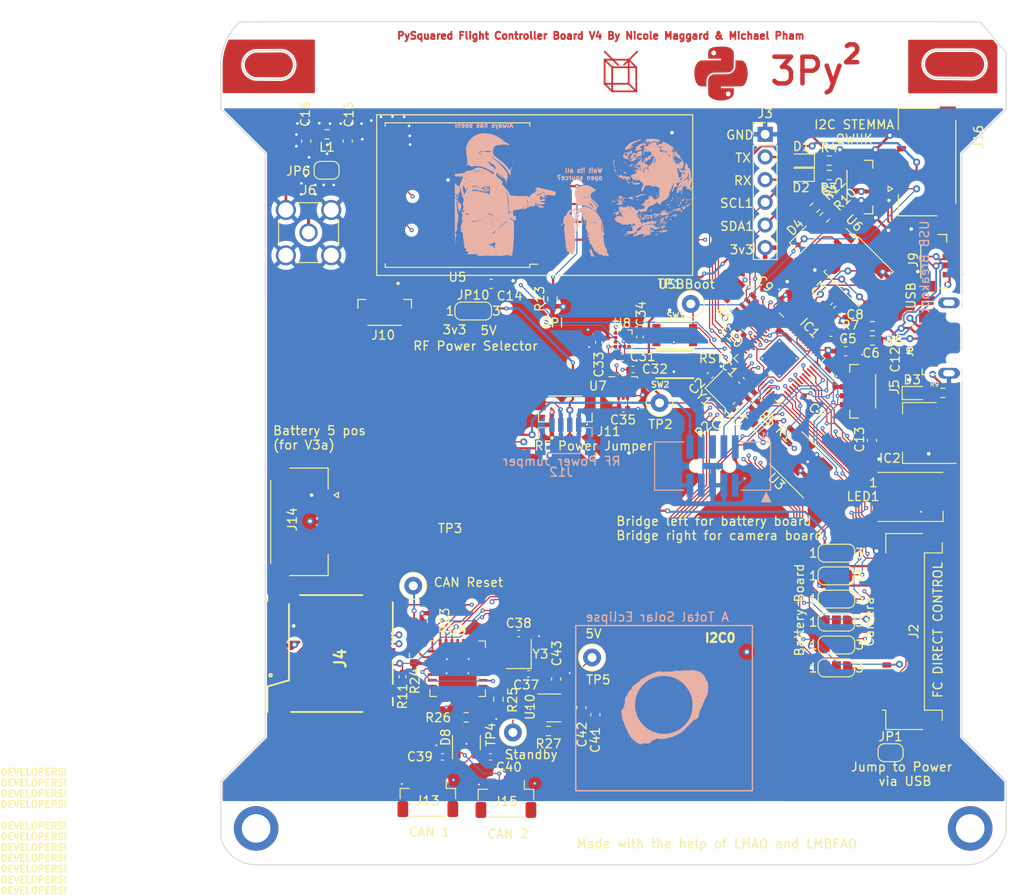
<source format=kicad_pcb>
(kicad_pcb (version 20240108) (generator "pcbnew") (generator_version "8.0")
  (layers (0 "F.Cu" signal) (1 "In1.Cu" signal) (2 "In2.Cu" signal) (31 "B.Cu" signal) (34 "B.Paste" user) (35 "F.Paste" user) (36 "B.SilkS" user "B.Silkscreen") (37 "F.SilkS" user "F.Silkscreen") (38 "B.Mask" user) (39 "F.Mask" user) (44 "Edge.Cuts" user))
  (net 0 "")
  (net 1 "Net-(IC1-XIN)")
  (net 2 "Net-(C2-Pad2)")
  (net 3 "1.2V")
  (net 4 "GND")
  (net 5 "3.3V")
  (net 6 "VBUS")
  (net 7 "/3v3 Spec")
  (net 8 "VCC_RF1")
  (net 9 "RF1_ANT")
  (net 10 "Net-(J6-In)")
  (net 11 "D3")
  (net 12 "ENABLE_BURN {slash} PC")
  (net 13 "I2C_RESET {slash} VS")
  (net 14 "ENAB_RF {slash} D2")
  (net 15 "VBUS_RESET {slash} D4")
  (net 16 "BURN_RELAY_A {slash} D5")
  (net 17 "D7")
  (net 18 "D6")
  (net 19 "D8")
  (net 20 "SPI0_CS1")
  (net 21 "D9")
  (net 22 "Net-(U8-C1)")
  (net 23 "Net-(D1-K)")
  (net 24 "TX")
  (net 25 "Net-(D2-K)")
  (net 26 "RX")
  (net 27 "Net-(D3-A)")
  (net 28 "Neo_pwr")
  (net 29 "Net-(D4-A)")
  (net 30 "SPI0_CS2")
  (net 31 "RF_VCC")
  (net 32 "SDA1")
  (net 33 "SCL1")
  (net 34 "SDA0")
  (net 35 "SCL0")
  (net 36 "D0")
  (net 37 "Net-(J2-Pin_1)")
  (net 38 "Net-(J2-Pin_6)")
  (net 39 "Net-(J2-Pin_7)")
  (net 40 "Net-(J2-Pin_8)")
  (net 41 "Net-(J2-Pin_10)")
  (net 42 "Net-(J2-Pin_11)")
  (net 43 "HS")
  (net 44 "FC_RESET")
  (net 45 "Net-(IC1-XOUT)")
  (net 46 "SWCLK")
  (net 47 "SWDIO")
  (net 48 "SPI0_MISO")
  (net 49 "SPI0_CS0")
  (net 50 "SPI0_SCK")
  (net 51 "SPI0_MOSI")
  (net 52 "RF1_RST")
  (net 53 "WDT_WDI")
  (net 54 "RF1_IO4")
  (net 55 "RF1_IO0")
  (net 56 "NEOPIX")
  (net 57 "Net-(U9-OSC2)")
  (net 58 "/QSPI_DATA[3]")
  (net 59 "/QSPI_SCK")
  (net 60 "/QSPI_DATA[0]")
  (net 61 "/QSPI_DATA[2]")
  (net 62 "/QSPI_DATA[1]")
  (net 63 "/QSPI_CS")
  (net 69 "Net-(U3-~{RESET})")
  (net 70 "Net-(U3-~{MR})")
  (net 90 "USB_D-")
  (net 91 "USB_D+")
  (net 93 "Net-(U9-OSC1)")
  (net 95 "CANL")
  (net 96 "CANH")
  (net 97 "Net-(U10-C-)")
  (net 98 "Net-(U10-C+)")
  (net 99 "+5V")
  (net 100 "Net-(U9-RESET)")
  (net 101 "Net-(U9-STBY)")
  (net 102 "Net-(U10-*SHDN)")
  (net 103 "TXCAN")
  (net 104 "RXCAN")
  (net 114 "/D+")
  (net 115 "/D-")
  (footprint "Jumper:SolderJumper-3_P1.3mm_Open_RoundedPad1.0x1.5mm_NumberLabels" (layer "F.Cu") (at 212.31 107.14)
    (property "Reference" "JP7" (hide yes))
    (property "Value" "Jumper_3_Open")
  )
  (footprint "Capacitor_SMD:C_0402_1005Metric" (layer "F.Cu") (at 202.74 89.45 -135)
    (property "Reference" "C11")
    (property "Value" "100nf")
  )
  (footprint "Capacitor_SMD:C_0603_1608Metric" (layer "F.Cu") (at 216.3 94.5 -90)
    (property "Reference" "C13")
    (property "Value" "22uF")
  )
  (footprint "Resistor_SMD:R_0603_1608Metric" (layer "F.Cu") (at 216.345 81.7)
    (property "Reference" "R7")
    (property "Value" "22")
  )
  (footprint "Connector_Coaxial:SMA_Amphenol_901-144_Vertical" (layer "F.Cu") (at 153.17 71.21)
    (property "Reference" "J6")
    (property "Value" "Conn_Coaxial" (hide yes))
  )
  (footprint "TestPoint:TestPoint_Loop_D1.80mm_Drill1.0mm_Beaded" (layer "F.Cu") (at 164.9 110.8)
    (property "Reference" "TP3")
    (property "Value" "RESET")
  )
  (footprint "" (layer "F.Cu") (at 227.3 138)
    (property "Reference" "H2")
    (property "Value" "MountingHole" (hide yes))
  )
  (footprint "TestPoint:TestPoint_Loop_D1.80mm_Drill1.0mm_Beaded" (layer "F.Cu") (at 184.9375 118.84)
    (property "Reference" "TP5")
    (property "Value" "5V")
  )
  (footprint "Capacitor_SMD:C_0603_1608Metric" (layer "F.Cu") (at 152.91 60.96 -90)
    (property "Reference" "C16")
    (property "Value" "DNI")
  )
  (footprint "Connector_JST:JST_SH_BM04B-SRSS-TB_1x04-1MP_P1.00mm_Vertical" (layer "F.Cu") (at 175.2875 134.725 180)
    (property "Reference" "J15")
    (property "Value" "Breakout")
  )
  (footprint "Package_TO_SOT_SMD:SOT-223" (layer "F.Cu") (at 221.63 93.67 180)
    (property "Reference" "IC2")
    (property "Value" "AZ1117CH-3.3TRG1")
  )
  (footprint "FC_DEV_BOARD:JST_BM04B-SRSS-TB(LF)(SN)" (layer "F.Cu") (at 222.47 74.42 90)
    (property "Reference" "J9")
    (property "Value" "BM04B-SRSS-TB(LF)(SN)")
  )
  (footprint "Resistor_SMD:R_0603_1608Metric" (layer "F.Cu") (at 167 114.7 -90)
    (property "Reference" "R23")
    (property "Value" "10k")
  )
  (footprint "Capacitor_SMD:C_0402_1005Metric" (layer "F.Cu") (at 203.12 90.51 45)
    (property "Reference" "C4")
    (property "Value" "100nf")
  )
  (footprint "LED_SMD:LED_0603_1608Metric" (layer "F.Cu") (at 208.37 63.13 180)
    (property "Reference" "D1")
    (property "Value" "LED")
  )
  (footprint "Resistor_SMD:R_Array_Convex_4x0603" (layer "F.Cu") (at 201.457868 78.494924 135)
    (property "Reference" "R6")
    (property "Value" "10k")
  )
  (footprint "Capacitor_SMD:C_0603_1608Metric" (layer "F.Cu") (at 218.81 88.54 90)
    (property "Reference" "C12")
    (property "Value" "10uF")
  )
  (footprint "LED_SMD:LED_0603_1608Metric" (layer "F.Cu") (at 221.17 89.19)
    (property "Reference" "D3")
    (property "Value" "LED")
  )
  (footprint "" (layer "F.Cu") (at 147.3 138)
    (property "Reference" "H1")
    (property "Value" "MountingHole" (hide yes))
  )
  (footprint "FC_DEV_BOARD:BTN_KMR2_4.6X2.8" (layer "F.Cu") (at 194.2 86)
    (property "Reference" "SW2")
    (property "Value" "KMR2")
  )
  (footprint "Capacitor_SMD:C_0402_1005Metric" (layer "F.Cu") (at 189.52 86.55)
    (property "Reference" "C32")
    (property "Value" "100nf")
  )
  (footprint "LOGO" (layer "F.Cu") (at 199.374384 53.975466)
    (property "Reference" "G***" (hide yes))
    (property "Value" "LOGO" (hide yes))
  )
  (footprint "Capacitor_SMD:C_0402_1005Metric" (layer "F.Cu") (at 190.3 82.91 -90)
    (property "Reference" "C34")
    (property "Value" "100nf")
  )
  (footprint "Resistor_SMD:R_0603_1608Metric" (layer "F.Cu") (at 155.24 60.19 180)
    (property "Reference" "L1")
    (property "Value" "DNI")
  )
  (footprint "Capacitor_SMD:C_0603_1608Metric" (layer "F.Cu") (at 211.401992 78.848008 45)
    (property "Reference" "C3")
    (property "Value" "1uF")
  )
  (footprint "FC_DEV_BOARD:JST_BM04B-SRSS-TB(LF)(SN)" (layer "F.Cu") (at 161.7 80.9 180)
    (property "Reference" "J10")
    (property "Value" "BM04B-SRSS-TB(LF)(SN)")
  )
  (footprint "Resistor_SMD:R_0402_1005Metric" (layer "F.Cu") (at 201.1 90.63 -135)
    (property "Reference" "R2")
    (property "Value" "1k")
  )
  (footprint "Jumper:SolderJumper-3_P1.3mm_Open_RoundedPad1.0x1.5mm_NumberLabels" (layer "F.Cu") (at 212.31 114.87)
    (property "Reference" "JP9" (hide yes))
    (property "Value" "Jumper_3_Open")
  )
  (footprint "Crystal:Crystal_SMD_2520-4Pin_2.5x2.0mm" (layer "F.Cu") (at 199.756307 88.816256 -45)
    (property "Reference" "Y1")
    (property "Value" "12MHZ")
  )
  (footprint "LOGO" (layer "F.Cu") (at 199.374384 53.975466)
    (property "Reference" "G***" (hide yes))
    (property "Value" "LOGO" (hide yes))
  )
  (footprint "Capacitor_SMD:C_0603_1608Metric" (layer "F.Cu") (at 212.48 79.92 45)
    (property "Reference" "C8")
    (property "Value" "1uF")
  )
  (footprint "Capacitor_SMD:C_0402_1005Metric" (layer "F.Cu") (at 201.57 82.35 135)
    (property "Reference" "C10")
    (property "Value" "100nf")
  )
  (footprint "Capacitor_SMD:C_0402_1005Metric" (layer "F.Cu") (at 168.1775 129.98 180)
    (property "Reference" "C39")
    (property "Value" "47pf")
  )
  (footprint "TestPoint:TestPoint_Loop_D1.80mm_Drill1.0mm_Beaded" (layer "F.Cu") (at 176.0675 127.24)
    (property "Reference" "TP4")
    (property "Value" "Standby")
  )
  (footprint "FC_DEV_BOARD:MOLEX_5040500591" (layer "F.Cu") (at 152.146 103.632 90)
    (property "Reference" "J14")
    (property "Value" "Battery")
  )
  (footprint "Jumper:SolderJumper-2_P1.3mm_Open_RoundedPad1.0x1.5mm" (layer "F.Cu") (at 218.38 129.51)
    (property "Reference" "JP1")
    (property "Value" "SolderJumper_2_Open")
  )
  (footprint "Crystal:Crystal_SMD_2520-4Pin_2.5x2.0mm" (layer "F.Cu") (at 176.7175 118.43 90)
    (property "Reference" "Y3")
    (property "Value" "16MHZ 12 pf")
  )
  (footprint "Package_TO_SOT_SMD:SOT-23-6" (layer "F.Cu") (at 180.645 124.49)
    (property "Reference" "U10")
    (property "Value" "AP3602AKTR-G1")
  )
  (footprint "Capacitor_SMD:C_0603_1608Metric" (layer "F.Cu") (at 157.56 60.95 -90)
    (property "Reference" "C15")
    (property "Value" "DNI")
  )
  (footprint "Package_TO_SOT_SMD:SOT-23-3" (layer "F.Cu") (at 170.8575 128.39 90)
    (property "Reference" "D8")
    (property "Value" "PESD1CAN")
  )
  (footprint "Resistor_SMD:R_0603_1608Metric" (layer "F.Cu") (at 209.9 68.4 45)
    (property "Reference" "R12")
    (property "Value" "10k")
  )
  (footprint "FC_DEV_BOARD:RFM98PW" (layer "F.Cu") (at 178.51 67.501499 180)
    (property "Reference" "U4" (hide yes))
    (property "Value" "RFM98PW" (hide yes))
  )
  (footprint "FC_DEV_BOARD:JST_BM04B-SRSS-TB(LF)(SN)" (layer "F.Cu") (at 216.0125 89 -90)
    (property "Reference" "J5")
    (property "Value" "BM04B-SRSS-TB(LF)(SN)")
  )
  (footprint "Resistor_SMD:R_0603_1608Metric" (layer "F.Cu") (at 211.51 63.13)
    (property "Reference" "R4")
    (property "Value" "1k")
  )
  (footprint "TestPoint:TestPoint_Loop_D1.80mm_Drill1.0mm_Beaded" (layer "F.Cu") (at 192.5 90.3)
    (property "Reference" "TP2")
    (property "Value" "RESET")
  )
  (footprint "Package_LGA:LGA-14_3x2.5mm_P0.5mm_LayoutBorder3x4y" (layer "F.Cu") (at 188.42 88.72)
    (property "Reference" "U7")
    (property "Value" "LSM6DSOTR")
  )
  (footprint "Capacitor_SMD:C_0402_1005Metric" (layer "F.Cu") (at 198.16 87.21 -135)
    (property "Reference" "C2")
    (property "Value" "22pF")
  )
  (footprint "Jumper:SolderJumper-2_P1.3mm_Open_RoundedPad1.0x1.5mm" (layer "F.Cu") (at 155.19 64.22)
    (property "Reference" "JP6")
    (property "Value" "SolderJumper_2_Open")
  )
  (footprint "Capacitor_SMD:C_0603_1608Metric" (layer "F.Cu") (at 213.36 84.5)
    (property "Reference" "C6")
    (property "Value" "1uF")
  )
  (footprint "Jumper:SolderJumper-3_P1.3mm_Open_RoundedPad1.0x1.5mm_NumberLabels" (layer "F.Cu") (at 212.31 109.69)
    (property "Reference" "JP5" (hide yes))
    (property "Value" "Jumper_3_Open")
  )
  (footprint "Capacitor_SMD:C_0402_1005Metric" (layer "F.Cu") (at 205.65 78.39 135)
    (property "Reference" "C9")
    (property "Value" "100nf")
  )
  (footprint "FC_DEV_BOARD:JST_BM04B-SRSS-TB(LF)(SN)" (layer "F.Cu") (at 181.94 90.22)
    (property "Reference" "J11")
    (property "Value" "BM04B-SRSS-TB(LF)(SN)")
  )
  (footprint "Resistor_SMD:R_0603_1608Metric" (layer "F.Cu") (at 170.8325 125.55)
    (property "Reference" "R26")
    (property "Value" "120")
  )
  (footprint "Capacitor_SMD:C_0603_1608Metric" (layer "F.Cu") (at 183.7375 124.46 90)
    (property "Reference" "C42")
    (property "Value" "1uf")
  )
  (footprint "Jumper:SolderJumper-3_P1.3mm_Open_RoundedPad1.0x1.5mm_NumberLabels" (layer "F.Cu") (at 171.62 80)
    (property "Reference" "JP10")
    (property "Value" "Jumper_3_Open")
  )
  (footprint "Capacitor_SMD:C_0402_1005Metric" (layer "F.Cu") (at 177.8175 120.68)
    (property "Reference" "C37")
    (property "Value" "22pf")
  )
  (footprint "Package_SO:SOIC-8_5.275x5.275mm_P1.27mm" (layer "F.Cu") (at 214.8 75.6 -45)
    (property "Reference" "U6")
    (property "Value" "W25Q128JV")
  )
  (footprint "LED_SMD:LED_0603_1608Metric" (layer "F.Cu") (at 208.35 64.73 180)
    (property "Reference" "D2")
    (property "Value" "LED")
  )
  (footprint "Capacitor_SMD:C_0402_1005Metric" (layer "F.Cu") (at 209 89.9 -45)
    (property "Reference" "C7")
    (property "Value" "100nf")
  )
  (footprint "Resistor_SMD:R_0603_1608Metric" (layer "F.Cu") (at 180.0575 127.08 180)
    (property "Reference" "R27")
    (property "Value" "10k")
  )
  (footprint "Resistor_SMD:R_0603_1608Metric" (layer "F.Cu") (at 216.35 83.3)
    (property "Reference" "R8")
    (property "Value" "22")
  )
  (footprint "LED_SMD:LED_WS2812B_PLCC4_5.0x5.0mm_P3.2mm" (layer "F.Cu") (at 220.61 100.84)
    (property "Reference" "LED1")
    (property "Value" "WS2812B_SK6812_1515")
  )
  (footprint "Capacitor_SMD:C_0402_1005Metric" (layer "F.Cu") (at 201.67 87.78 -45)
    (property "Reference" "C1")
    (property "Value" "22pF")
  )
  (footprint "Capacitor_SMD:C_0603_1608Metric" (layer "F.Cu") (at 185.3075 125.24 90)
    (property "Reference" "C41")
    (property "Value" "10uf")
  )
  (footprint "Diode_SMD:D_SOD-323F" (layer "F.Cu") (at 208.8 71.8 45)
    (property "Reference" "D4")
    (property "Value" "NSR0320")
  )
  (footprint "Resistor_SMD:R_0603_1608Metric" (layer "F.Cu") (at 211.51 64.75)
    (property "Reference" "R3")
    (property "Value" "1k")
  )
  (footprint "Molex 503398-1892:503398-1892-1" (layer "F.Cu") (at 148.56 124.945 90)
    (property "Reference" "J4")
    (property "Value" "Molex 503398-1892" (hide yes))
  )
  (footprint "Resistor_SMD:R_0603_1608Metric" (layer "F.Cu") (at 204.74 92.05 135)
    (property "Reference" "R1")
    (property "Value" "10k")
  )
  (footprint "FC_DEV_BOARD:JST_BM04B-SRSS-TB(LF)(SN)" (layer "F.Cu") (at 214.2 66.1 90)
    (property "Reference" "J7")
    (property "Value" "Breakout")
  )
  (footprint "Resistor_SMD:R_0603_1608Metric" (layer "F.Cu") (at 174.4475 123.51 90)
    (property "Reference" "R25")
    (property "Value" "10k")
  )
  (footprint "Capacitor_SMD:C_0402_1005Metric" (layer "F.Cu") (at 173.5475 129.98 180)
    (property "Reference" "C40")
    (property "Value" "47pf")
  )
  (footprint "Capacitor_SMD:C_0603_1608Metric" (layer "F.Cu") (at 180.9075 121.25 -90)
    (property "Reference" "C43")
    (property "Value" "10uf")
  )
  (footprint "Package_DFN_QFN:QFN-56-1EP_7x7mm_P0.4mm_EP3.2x3.2mm_ThermalVias" (layer "F.Cu") (at 205.93 85.31 -45)
    (property "Reference" "IC1")
    (property "Value" "RP2040_QFN56")
  )
  (footprint "Capacitor_SMD:C_0402_1005Metric" (layer "F.Cu") (at 188.34 85.19)
    (property "Reference" "C31")
    (property "Value" "220nf")
  )
  (footprint "RF_Module:HOPERF_RFM9XW_SMD" (layer "F.Cu") (at 169.86 67 180)
    (property "Reference" "U5")
    (property "Value" "RFM9xBreakout")
  )
  (footprint "Jumper:SolderJumper-3_P1.3mm_Open_RoundedPad1.0x1.5mm_NumberLabels" (layer "F.Cu") (at 212.31 120.01)
    (property "Reference" "JP3" (hide yes))
    (property "Value" "Jumper_3_Open")
  )
  (footprint "Capacitor_SMD:C_0402_1005Metric" (layer "F.Cu") (at 211.7 83.2 180)
    (property "Reference" "C5")
    (property "Value" "100nf")
  )
  (footprint "Connector_JST:JST_SH_BM04B-SRSS-TB_1x04-1MP_P1.00mm_Vertical" (layer "F.Cu") (at 166.5375 134.63 180)
    (property "Reference" "J13")
    (property "Value" "Breakout")
  )
  (footprint "Resistor_SMD:R_0603_1608Metric" (layer "F.Cu") (at 165 118.6 90)
    (property "Reference" "R24")
    (property "Value" "10k")
  )
  (footprint "Package_LGA:LGA-12_2x2mm_P0.5mm" (layer "F.Cu") (at 188.32 83.22)
    (property "Reference" "U8")
    (property "Value" "LSM303AGRTR")
  )
  (footprint "FC_DEV_BOARD:BTN_KMR2_4.6X2.8" (layer "F.Cu") (at 194.2 82.7)
    (property "Reference" "SW1")
    (property "Value" "KMR2")
  )
  (footprint "Resistor_SMD:R_0402_1005Metric" (layer "F.Cu") (at 163.7 121 -90)
    (property "Reference" "R11")
    (property "Value" "10k")
  )
  (footprint "Capacitor_SMD:C_0603_1608Metric" (layer "F.Cu") (at 173.63 76.95 180)
    (property "Reference" "C14")
    (property "Value" "10uF")
  )
  (footprint "Capacitor_SMD:C_0402_1005Metric" (layer "F.Cu") (at 176.7175 116.15)
    (property "Reference" "C38")
    (property "Value" "22pf")
  )
  (footprint "Package_DFN_QFN:QFN-28-1EP_6x6mm_P0.65mm_EP4.25x4.25mm" (layer "F.Cu") (at 169.88 120.1)
    (property "Reference" "U9")
    (property "Value" "MCP25625-E/ML")
  )
  (footprint "Connector_Molex:Molex_Pico-Lock_504050-1291_1x12-1MP_P1.50mm_Horizontal" (layer "F.Cu") (at 220.745 115.93 90)
    (property "Reference" "J2")
    (property "Value" "FC to EPS Connector" (hide yes))
  )
  (footprint "Capacitor_SMD:C_0402_1005Metric" (layer "F.Cu") (at 185.69 83.52 -90)
    (property "Reference" "C33")
    (property "Value" "100nf")
  )
  (footprint "FC_DEV_BOARD:MOLEX_5040500591" (layer "F.Cu") (at 222.47 63.3 -90)
    (property "Reference" "J16")
    (property "Value" "Debug")
  )
  (footprint "TestPoint:TestPoint_Loop_D1.80mm_Drill1.0mm_Beaded" (layer "F.Cu") (at 196 79.2)
    (property "Reference" "TP1")
    (property "Value" "USBBOOT")
  )
  (footprint "Resistor_SMD:R_0603_1608Metric" (layer "F.Cu") (at 203.6 93.1 -45)
    (property "Reference" "R5")
    (property "Value" "10k")
  )
  (footprint "Jumper:SolderJumper-3_P1.3mm_Open_RoundedPad1.0x1.5mm_NumberLabels" (layer "F.Cu") (at 212.31 112.29)
    (property "Reference" "JP8" (hide yes))
    (property "Value" "Jumper_3_Open")
  )
  (footprint "Jumper:SolderJumper-3_P1.3mm_Open_RoundedPad1.0x1.5mm_NumberLabels" (layer "F.Cu") (at 212.32 117.44)
    (property "Reference" "JP4" (hide yes))
    (property "Value" "Jumper_3_Open")
  )
  (footprint "Package_SO:SO-8_3.9x4.9mm_P1.27mm" (layer "F.Cu") (at 208 96.7 135)
    (property "Reference" "U3")
    (property "Value" "MAX706RESA")
  )
  (footprint "Resistor_SMD:R_0603_1608Metric" (layer "F.Cu") (at 211 69.5 -135)
    (property "Reference" "R10")
    (property "Value" "1k")
  )
  (footprint "FC_DEV_BOARD:MOLEX_105164-0001" (layer "F.Cu") (at 226.37 83.02 90)
    (property "Reference" "J8")
    (property "Value" "USB_B_Micro")
    (fp_line (start 2.825 -1.15) (end 2.825 -0.5) (stroke (width 0.01)) (layer "Edge.Cuts"))
    (fp_line (start 1.925 -1.15) (end 1.925 -0.5) (stroke (width 0.01)) (layer "Edge.Cuts"))
    (fp_line (start -1.925 -1.15) (end -1.925 -0.5) (stroke (width 0.01)) (layer "Edge.Cuts"))
    (fp_line (start -2.825 -1.15) (end -2.825 -0.5) (stroke (width 0.01)) (layer "Edge.Cuts"))
    (fp_line (start 4.9 0) (end 3.4 0) (stroke (width 0.01)) (layer "Edge.Cuts"))
    (fp_line (start 3.4 0) (end 2.825 -0.5) (stroke (width 0.01)) (layer "Edge.Cuts"))
    (fp_line (start -3.4 0) (end -2.825 -0.5) (stroke (width 0.01)) (layer "Edge.Cuts"))
    (fp_line (start -4.9 0) (end -3.4 0) (stroke (width 0.01)) (layer "Edge.Cuts"))
    (fp_line (start 0.00053 0.004943) (end 1.3 0) (stroke (width 0.01)) (layer "Edge.Cuts"))
    (fp_line (start 0.00053 0.004943) (end -1.29947 0.004943) (stroke (width 0.01)) (layer "Edge.Cuts"))
    (fp_arc (start 1.925 -1.15) (mid 2.375 -1.6) (end 2.825 -1.15) (stroke (width 0.01)) (layer "Edge.Cuts"))
    (fp_arc (start -2.825 -1.15) (mid -2.375 -1.6) (end -1.925 -1.15) (stroke (width 0.01)) (layer "Edge.Cuts"))
    (fp_arc (start 1.925529 -0.504943) (mid 1.717412 -0.122833) (end 1.3 0) (stroke (width 0.01)) (layer "Edge.Cuts"))
    (fp_arc (start -1.29947 0.004943) (mid -1.716881 -0.117891) (end -1.924999 -0.5) (stroke (width 0.01)) (layer "Edge.Cuts"))
  )
  (footprint "Resistor_SMD:R_0603_1608Metric" (layer "F.Cu") (at 180.5 78.64 90)
    (property "Reference" "R13")
    (property "Value" "10k")
  )
  (footprint "Connector_PinHeader_2.54mm:PinHeader_1x06_P2.54mm_Vertical" (layer "F.Cu") (at 204.33 60.19)
    (property "Reference" "J3")
    (property "Value" "Life Makes Lemonade")
  )
  (footprint "Capacitor_SMD:C_0402_1005Metric" (layer "F.Cu") (at 188.45 90.95)
    (property "Reference" "C35")
    (property "Value" "100nf")
  )
  (footprint "Resistor_SMD:R_0603_1608Metric" (layer "F.Cu") (at 224.24 89.18 180)
    (property "Reference" "R9")
    (property "Value" "10k")
  )
  (footprint "FC_DEV_BOARD:JTAG_2X05_1.27MM_BOX_NOCREAM" (layer "B.Cu") (at 198.44 97.38 180)
    (property "Reference" "J1")
    (property "Value" "Conn_ARM_JTAG_SWD_10")
  )
  (footprint "LOGO" (layer "B.Cu") (at 193.0962 124.085857 180)
    (property "Reference" "G***" (hide yes))
    (property "Value" "LOGO" (hide yes))
  )
  (footprint "LOGO" (layer "B.Cu") (at 183.91 66.54 180)
    (property "Reference" "G***" (hide yes))
    (property "Value" "LOGO" (hide yes))
  )
  (footprint "FC_DEV_BOARD:JST_BM04B-SRSS-TB(LF)(SN)" (layer "B.Cu") (at 181.94 95.2725)
    (property "Reference" "J12")
    (property "Value" "BM04B-SRSS-TB(LF)(SN)")
  )
  (gr_line (start 187.19 55.37) (end 186.34 54.52) (stroke (width 0.2)) (layer "F.Cu"))
  (gr_line (start 189.04 51.82) (end 189.89 52.67) (stroke (width 0.2)) (layer "F.Cu"))
  (gr_line (start 187.84 52.41) (end 186.36 50.93) (stroke (width 0.2)) (layer "F.Cu"))
  (gr_line (start 186.34 54.52) (end 189.04 54.52) (stroke (width 0.2)) (layer "F.Cu"))
  (gr_line (start 187.19 52.67) (end 187.19 55.37) (stroke (width 0.2)) (layer "F.Cu"))
  (gr_line (start 189.89 52.67) (end 187.19 52.67) (stroke (width 0.2)) (layer "F.Cu"))
  (gr_line (start 189.04 51.82) (end 186.34 51.82) (stroke (width 0.2)) (layer "F.Cu"))
  (gr_line (start 188.52 52.39) (end 189.99 50.92) (stroke (width 0.2)) (layer "F.Cu"))
  (gr_line (start 189.04 54.52) (end 189.04 51.82) (stroke (width 0.2)) (layer "F.Cu"))
  (gr_line (start 186.34 54.52) (end 186.34 51.82) (stroke (width 0.2)) (layer "F.Cu"))
  (gr_line (start 186.34 51.82) (end 187.19 52.67) (stroke (width 0.2)) (layer "F.Cu"))
  (gr_line (start 187.19 55.37) (end 189.89 55.37) (stroke (width 0.2)) (layer "F.Cu"))
  (gr_line (start 189.04 54.52) (end 189.89 55.37) (stroke (width 0.2)) (layer "F.Cu"))
  (gr_line (start 189.89 55.37) (end 189.89 52.67) (stroke (width 0.2)) (layer "F.Cu"))
  (gr_rect (start 183.11 115.26) (end 202.9 133.78) (stroke (width 0.15)) (fill none) (layer "B.SilkS"))
  (gr_line (start 147.266164 53.978713) (end 150.016362 54.003722) (stroke (width 0.1)) (layer "Edge.Cuts"))
  (gr_line (start 197.601362 47.563722) (end 223.001362 47.563722) (stroke (width 0.1)) (layer "Edge.Cuts"))
  (gr_arc (start 143.3432 52.5744) (mid 143.878092 49.844486) (end 145.50672 47.589245) (stroke (width 0.1)) (layer "Edge.Cuts"))
  (gr_arc (start 150.016362 50.803722) (mid 151.616378 52.403722) (end 150.016362 54.003722) (stroke (width 0.1)) (layer "Edge.Cuts"))
  (gr_arc (start 223.616362 53.903722) (mid 222.041575 52.303731) (end 223.666337 50.754515) (stroke (width 0.1)) (layer "Edge.Cuts"))
  (gr_line (start 143.3432 134) (end 143.3432 132.71) (stroke (width 0.1)) (layer "Edge.Cuts"))
  (gr_line (start 143.3432 139.0744) (end 143.3432 134) (stroke (width 0.1)) (layer "Edge.Cuts"))
  (gr_line (start 147.316139 50.829506) (end 150.016362 50.803722) (stroke (width 0.1)) (layer "Edge.Cuts"))
  (gr_line (start 143.3432 57.38) (end 143.3432 52.5744) (stroke (width 0.1)) (layer "Edge.Cuts"))
  (gr_line (start 145.50672 47.589245) (end 149.976362 47.563722) (stroke (width 0.1)) (layer "Edge.Cuts"))
  (gr_line (start 231.3432 133.532) (end 231.3432 132.71) (stroke (width 0.1)) (layer "Edge.Cuts"))
  (gr_line (start 227.3432 142.0744) (end 147.3432 142.0744) (stroke (width 0.1)) (layer "Edge.Cuts"))
  (gr_line (start 223.001362 47.563722) (end 228.441362 47.578722) (stroke (width 0.1)) (layer "Edge.Cuts"))
  (gr_arc (start 227.466362 50.753722) (mid 229.066378 52.353722) (end 227.466362 53.953722) (stroke (width 0.1)) (layer "Edge.Cuts"))
  (gr_arc (start 147.266164 53.978713) (mid 145.821876 52.380794) (end 147.316139 50.829506) (stroke (width 0.1)) (layer "Edge.Cuts"))
  (gr_line (start 231.3432 132.71) (end 226.37 127.7368) (stroke (width 0.1)) (layer "Edge.Cuts"))
  (gr_arc (start 147.3432 142.0744) (mid 144.830806 141.257591) (end 143.3432 139.0744) (stroke (width 0.1)) (layer "Edge.Cuts"))
  (gr_line (start 197.601362 47.563722) (end 196.4436 47.563722) (stroke (width 0.1)) (layer "Edge.Cuts"))
  (gr_line (start 143.3432 132.71) (end 148.32 127.7332) (stroke (width 0.1)) (layer "Edge.Cuts"))
  (gr_line (start 185.536362 47.563722) (end 149.976362 47.563722) (stroke (width 0.1)) (layer "Edge.Cuts"))
  (gr_line (start 185.536362 47.563722) (end 186.8932 47.563722) (stroke (width 0.1)) (layer "Edge.Cuts"))
  (gr_line (start 186.8932 47.563722) (end 196.4436 47.563722) (stroke (width 0.1)) (layer "Edge.Cuts"))
  (gr_line (start 223.616362 53.903722) (end 227.466362 53.953722) (stroke (width 0.1)) (layer "Edge.Cuts"))
  (gr_line (start 143.3432 57.38) (end 148.32 62.3568) (stroke (width 0.1)) (layer "Edge.Cuts"))
  (gr_line (start 226.37 87.92) (end 226.37 127.7368) (stroke (width 0.1)) (layer "Edge.Cuts"))
  (gr_line (start 231.3432 57.38) (end 226.37 62.3532) (stroke (width 0.1)) (layer "Edge.Cuts"))
  (gr_line (start 231.3432 56.345522) (end 231.3432 57.38) (stroke (width 0.1)) (layer "Edge.Cuts"))
  (gr_line (start 226.37 78.12) (end 226.37 62.3532) (stroke (width 0.1)) (layer "Edge.Cuts"))
  (gr_line (start 231.3432 56.345522) (end 231.3432 51.0744) (stroke (width 0.1)) (layer "Edge.Cuts"))
  (gr_line (start 228.441362 47.578722) (end 231.3432 51.0744) (stroke (width 0.1)) (layer "Edge.Cuts"))
  (gr_line (start 231.3432 133.532) (end 231.3432 138.0744) (stroke (width 0.1)) (layer "Edge.Cuts"))
  (gr_line (start 227.466362 50.753722) (end 223.666337 50.754515) (stroke (width 0.1)) (layer "Edge.Cuts"))
  (gr_line (start 148.32 127.7332) (end 148.32 62.3568) (stroke (width 0.1)) (layer "Edge.Cuts"))
  (gr_arc (start 231.3432 138.0744) (mid 230.019606 140.750806) (end 227.3432 142.0744) (stroke (width 0.1)) (layer "Edge.Cuts"))
  (gr_text "2" (at 214.07 51.2 0) (layer "F.Cu") (effects (font (size 2 2) (thickness 0.5))))
  (gr_text "3Py" (at 209.01 53.12 0) (layer "F.Cu") (effects (font (size 3 3) (thickness 0.5))))
  (gr_text "PySquared Flight Controller Board V4 By Nicole Maggard & Michael Pham" (at 185.92 49.6 0) (layer "F.Cu") (effects (font (size 0.8 0.8) (thickness 0.2) (bold yes)) (justify bottom)))
  (gr_text "A Total Solar Eclipse" (at 200.37 114.88 0) (layer "B.SilkS") (effects (font (size 1 1)) (justify left bottom mirror)))
  (gr_text "USB Breakout" (at 222.765 69.76 90) (layer "B.SilkS") (effects (font (size 1 1)) (justify left bottom mirror)))
  (gr_text "RF Power Jumper" (at 188.23 97.42 0) (layer "B.SilkS") (effects (font (size 1 1)) (justify left bottom mirror)))
  (gr_text "Always has been!" (at 176.18 59.48 0) (layer "B.SilkS") (effects (font (size 0.5 0.5) (thickness 0.125)) (justify left bottom mirror)))
  (gr_text "Wait its all\nopen source?" (at 186.18 65.34 0) (layer "B.SilkS") (effects (font (size 0.5 0.5) (thickness 0.125)) (justify left bottom mirror)))
  (gr_text "3v3" (at 168.09 82.68 0) (layer "F.SilkS") (effects (font (size 1 1)) (justify left bottom)))
  (gr_text "DEVELOPERS!\nDEVELOPERS!\nDEVELOPERS!\nDEVELOPERS!\n\nDEVELOPERS!\nDEVELOPERS!\nDEVELOPERS!\nDEVELOPERS!\nDEVELOPERS!\nDEVELOPERS!\nDEVELOPERS!" (at 118.6 145.4 0) (layer "F.SilkS") (effects (font (size 0.75 0.75)) (justify left bottom)))
  (gr_text "CAN 2" (at 173.1 139.2 0) (layer "F.SilkS") (effects (font (size 1 1)) (justify left bottom)))
  (gr_text "SDA1" (at 199.19 71.08 0) (layer "F.SilkS") (effects (font (size 1 1)) (justify left bottom)))
  (gr_text "SCL1" (at 199.18 68.5 0) (layer "F.SilkS") (effects (font (size 1 1)) (justify left bottom)))
  (gr_text "I2C0" (at 197.44 117.23 0) (layer "F.SilkS") (effects (font (size 1 1) (thickness 0.25) (bold yes)) (justify left bottom)))
  (gr_text "I2C STEMMA\nQWIIK" (at 214.3 61.3 0) (layer "F.SilkS") (effects (font (size 1 1)) (justify bottom)))
  (gr_text "RF Power Jumper" (at 178.4 95.7 0) (layer "F.SilkS") (effects (font (size 1 1)) (justify left bottom)))
  (gr_text "GND" (at 199.87 60.85 0) (layer "F.SilkS") (effects (font (size 1 1)) (justify left bottom)))
  (gr_text "3v3" (at 200.27 73.71 0) (layer "F.SilkS") (effects (font (size 1 1)) (justify left bottom)))
  (gr_text "Made with the help of LMAO and LMBFAO" (at 183.1 140.3 0) (layer "F.SilkS") (effects (font (size 1 1)) (justify left bottom)))
  (gr_text "FC DIRECT CONTROL" (at 224.27 123.48 90) (layer "F.SilkS") (effects (font (size 1 1)) (justify left bottom)))
  (gr_text "Bridge left for battery board\nBridge right for camera board" (at 187.56 105.75 0) (layer "F.SilkS") (effects (font (size 1 1)) (justify left bottom)))
  (gr_text "RX" (at 200.74 65.97 0) (layer "F.SilkS") (effects (font (size 1 1)) (justify left bottom)))
  (gr_text "5V" (at 172.34 82.76 0) (layer "F.SilkS") (effects (font (size 1 1)) (justify left bottom)))
  (gr_text "RST" (at 196.8 85.9 0) (layer "F.SilkS") (effects (font (size 1 1)) (justify left bottom)))
  (gr_text "Standby" (at 175.0575 130.3 0) (layer "F.SilkS") (effects (font (size 1 1)) (justify left bottom)))
  (gr_text "Jump to Power \nvia USB" (at 220 133.3 0) (layer "F.SilkS") (effects (font (size 1 1)) (justify bottom)))
  (gr_text "USB" (at 221.25 79.87 90) (layer "F.SilkS") (effects (font (size 1 1)) (justify left bottom)))
  (gr_text "CAN 1" (at 164.3 139 0) (layer "F.SilkS") (effects (font (size 1 1)) (justify left bottom)))
  (gr_text "Camera" (at 216.58 117.74 90) (layer "F.SilkS") (effects (font (size 1 1)) (justify left bottom)))
  (gr_text "Battery 5 pos \n(for V3a)" (at 149.1 95.6 0) (layer "F.SilkS") (effects (font (size 1 1)) (justify left bottom)))
  (gr_text "RF Power Selector" (at 164.8 84.5 0) (layer "F.SilkS") (effects (font (size 1 1)) (justify left bottom)))
  (gr_text "USBBoot" (at 192.21 77.57 0) (layer "F.SilkS") (effects (font (size 1 1)) (justify left bottom)))
  (gr_text "TX" (at 200.9 63.42 0) (layer "F.SilkS") (effects (font (size 1 1)) (justify left bottom)))
  (gr_text "CAN Reset" (at 167.1 111 0) (layer "F.SilkS") (effects (font (size 1 1)) (justify left bottom)))
  (gr_text "Battery Board" (at 208.75 118.8 90) (layer "F.SilkS") (effects (font (size 1 1)) (justify left bottom)))
  (gr_text "SPI" (at 179.23 81.91 0) (layer "F.SilkS") (effects (font (size 1 1)) (justify left bottom)))
  (gr_text "5V" (at 184.0975 116.76 0) (layer "F.SilkS") (effects (font (size 1 1)) (justify left bottom)))
  (segment (start 201.690589 88.119411) (end 200.87 88.94) (width 0.127) (layer "F.Cu") (net 1))
  (segment (start 203.075056 87.316415) (end 202.27206 88.119411) (width 0.127) (layer "F.Cu") (net 1))
  (segment (start 202.27206 88.119411) (end 202.009411 88.119411) (width 0.127) (layer "F.Cu") (net 1))
  (segment (start 202.009411 88.119411) (end 201.690589 88.119411) (width 0.127) (layer "F.Cu") (net 1))
  (segment (start 198.642614 88.692512) (end 197.820589 87.870487) (width 0.127) (layer "F.Cu") (net 2))
  (segment (start 200.739376 90.990624) (end 199.490624 90.990624) (width 0.127) (layer "F.Cu") (net 2))
  (segment (start 199.490624 90.990624) (end 198.0365 89.5365) (width 0.127) (layer "F.Cu") (net 2))
  (segment (start 198.0365 89.298626) (end 198.642614 88.692512) (width 0.127) (layer "F.Cu") (net 2))
  (segment (start 197.820589 87.870487) (end 197.820589 87.549411) (width 0.127) (layer "F.Cu") (net 2))
  (segment (start 198.0365 89.5365) (end 198.0365 89.298626) (width 0.127) (layer "F.Cu") (net 2))
  (segment (start 208.219258 82.737899) (end 207.879242 83.077915) (width 0.127) (layer "F.Cu") (net 3))
  (segment (start 210.585585 83.2) (end 211.22 83.2) (width 0.127) (layer "F.Cu") (net 3))
  (segment (start 208.219258 82.737899) (end 210.853984 80.103173) (width 0.127) (layer "F.Cu") (net 3))
  (segment (start 208.902129 84.492129) (end 209.293456 84.492129) (width 0.127) (layer "F.Cu") (net 3))
  (segment (start 206.043758 87.836242) (end 209.293455 84.586545) (width 0.127) (layer "F.Cu") (net 3))
  (segment (start 210.853984 80.103173) (end 210.853984 79.396016) (width 0.127) (layer "F.Cu") (net 3))
  (segment (start 209.633472 84.152113) (end 210.585585 83.2) (width 0.127) (layer "F.Cu") (net 3))
  (segment (start 203.769411 89.860589) (end 203.459411 90.170589) (width 0.127) (layer "F.Cu") (net 3))
  (segment (start 203.769411 89.002134) (end 203.769411 89.860589) (width 0.127) (layer "F.Cu") (net 3))
  (segment (start 203.583568 88.816291) (end 203.769411 89.002134) (width 0.127) (layer "F.Cu") (net 3))
  (segment (start 209.293455 84.49213) (end 209.633472 84.152113) (width 0.127) (layer "F.Cu") (net 3))
  (segment (start 205.716242 87.836242) (end 206.043758 87.836242) (width 0.127) (layer "F.Cu") (net 3))
  (segment (start 207.879242 83.469242) (end 208.902129 84.492129) (width 0.127) (layer "F.Cu") (net 3))
  (segment (start 203.923585 88.164944) (end 203.583568 88.504961) (width 0.127) (layer "F.Cu") (net 3))
  (segment (start 204.684416 87.404113) (end 205.284113 87.404113) (width 0.127) (layer "F.Cu") (net 3))
  (segment (start 209.293455 84.586545) (end 209.293455 84.49213) (width 0.127) (layer "F.Cu") (net 3))
  (segment (start 203.583568 88.504961) (end 203.583568 88.816291) (width 0.127) (layer "F.Cu") (net 3))
  (segment (start 209.293456 84.492129) (end 209.633472 84.152113) (width 0.127) (layer "F.Cu") (net 3))
  (segment (start 205.284113 87.404113) (end 205.716242 87.836242) (width 0.127) (layer "F.Cu") (net 3))
  (segment (start 203.923585 88.164944) (end 204.684416 87.404113) (width 0.127) (layer "F.Cu") (net 3))
  (segment (start 207.879242 83.077915) (end 207.879242 83.469242) (width 0.127) (layer "F.Cu") (net 3))
  (segment (start 188.93 89.6425) (end 188.92 89.6325) (width 0.127) (layer "F.Cu") (net 4))
  (segment (start 178.2975 120.68) (end 180.7025 120.68) (width 0.127) (layer "F.Cu") (net 4))
  (segment (start 205.419411 78.050589) (end 205.9 77.57) (width 0.127) (layer "F.Cu") (net 4))
  (segment (start 218.3 60.3) (end 216.7 61.9) (width 0.3) (layer "F.Cu") (net 4))
  (segment (start 164.55 61.34) (end 164.55 61.95) (width 0.25) (layer "F.Cu") (net 4))
  (segment (start 164.55 61.34) (end 164.55 60.4) (width 0.25) (layer "F.Cu") (net 4))
  (segment (start 212.18 83.2) (end 213.3 83.2) (width 0.127) (layer "F.Cu") (net 4))
  (segment (start 156.76 58.97) (end 156.77 58.98) (width 0.25) (layer "F.Cu") (net 4))
  (segment (start 159.11 58.99) (end 159.86 58.99) (width 0.25) (layer "F.Cu") (net 4))
  (segment (start 163.89 58.23) (end 162.61 58.23) (width 0.25) (layer "F.Cu") (net 4))
  (segment (start 172.4775 65.251499) (end 172.428999 65.3) (width 0.25) (layer "F.Cu") (net 4))
  (segment (start 184.315 92.745) (end 184.36 92.7) (width 0.127) (layer "F.Cu") (net 4))
  (segment (start 171.8175 117.1225) (end 171.8175 118.16) (width 0.127) (layer "F.Cu") (net 4))
  (segment (start 213.4875 87.5) (end 212.5 87.5) (width 0.1524) (layer "F.Cu") (net 4))
  (segment (start 216.0125 85.7125) (end 216.0125 86.2) (width 0.1524) (layer "F.Cu") (net 4))
  (segment (start 153.23 62.055) (end 152.91 61.735) (width 0.25) (layer "F.Cu") (net 4))
  (segment (start 152.91 61.735) (end 152.2375 62.4075) (width 0.3) (layer "F.Cu") (net 4))
  (segment (start 170.8575 127.2525) (end 170.8575 128.5) (width 0.127) (layer "F.Cu") (net 4))
  (segment (start 189.0825 83.47) (end 188.58 83.47) (width 0.127) (layer "F.Cu") (net 4))
  (segment (start 155.27 61.36) (end 155.27 62.34) (width 0.25) (layer "F.Cu") (net 4))
  (segment (start 154.911 100.632) (end 153.516 100.632) (width 0.25) (layer "F.Cu") (net 4))
  (segment (start 175.078999 60) (end 172.4775 62.601499) (width 0.25) (layer "F.Cu") (net 4))
  (segment (start 158.545 60.74) (end 157.56 61.725) (width 0.25) (layer "F.Cu") (net 4))
  (segment (start 165.0375 133.305) (end 164.7425 133.01) (width 0.127) (layer "F.Cu") (net 4))
  (segment (start 193.901499 60.001499) (end 193.9 60) (width 0.127) (layer "F.Cu") (net 4))
  (segment (start 202.780589 90.169411) (end 202.400589 89.789411) (width 0.127) (layer "F.Cu") (net 4))
  (segment (start 216.0125 86.2) (end 216.0125 87.6) (width 0.4) (layer "F.Cu") (net 4))
  (segment (start 153.516 100.632) (end 153.511 100.637) (width 0.25) (layer "F.Cu") (net 4))
  (segment (start 180.64 90.22) (end 181.44 91.02) (width 0.127) (layer "F.Cu") (net 4))
  (segment (start 215.2 84.9) (end 216.0125 85.7125) (width 0.1524) (layer "F.Cu") (net 4))
  (segment (start 216.0125 87.6) (end 213.5875 87.6) (width 0.4) (layer "F.Cu") (net 4))
  (segment (start 202.385198 87.440589) (end 201.330589 87.440589) (width 0.127) (layer "F.Cu") (net 4))
  (segment (start 159.19 60.74) (end 158.545 60.74) (width 0.25) (layer "F.Cu") (net 4))
  (segment (start 213.021992 79.371992) (end 211.95 78.3) (width 0.127) (layer "F.Cu") (net 4))
  (segment (start 175.75 76.95) (end 176.094166 76.605834) (width 0.25) (layer "F.Cu") (net 4))
  (segment (start 223.77 72.92) (end 222.47 71.62) (width 0.25) (layer "F.Cu") (net 4))
  (segment (start 162.58 58.2) (end 161.31 58.2) (width 0.25) (layer "F.Cu") (net 4))
  (segment (start 174.405 76.95) (end 175.75 76.95) (width 0.25) (layer "F.Cu") (net 4))
  (segment (start 200.700589 82.010589) (end 201.230589 82.010589) (width 0.127) (layer "F.Cu") (net 4))
  (segment (start 164.51 59.32) (end 164.43 59.24) (width 0.25) (layer "F.Cu") (net 4))
  (segment (start 149.96 115.275) (end 151.475 115.275) (width 0.1524) (layer "F.Cu") (net 4))
  (segment (start 169.226001 62) (end 164.6 62) (width 0.25) (layer "F.Cu") (net 4))
  (segment (start 167.6975 129.98) (end 167.6975 128.89) (width 0.25) (layer "F.Cu") (net 4))
  (segment (start 188.82 85.19) (end 188.57 84.94) (width 0.127) (layer "F.Cu") (net 4))
  (segment (start 177.385 60) (end 175.078999 60) (width 0.25) (layer "F.Cu") (net 4))
  (segment (start 170.9675 119.01) (end 169.8675 120.11) (width 0.127) (layer "F.Cu") (net 4))
  (segment (start 188.93 90.95) (end 188.93 89.6425) (width 0.127) (layer "F.Cu") (net 4))
  (segment (start 153.12 63.83) (end 153.12 64.6) (width 0.25) (layer "F.Cu") (net 4))
  (segment (start 172.855 120.11) (end 169.8675 120.11) (width 0.127) (layer "F.Cu") (net 4))
  (segment (start 224.78 95.97) (end 222.69 95.97) (width 0.25) (layer "F.Cu") (net 4))
  (segment (start 183.44 91.52) (end 184.74 90.22) (width 0.127) (layer "F.Cu") (net 4))
  (segment (start 159.86 58.99) (end 160.21 58.64) (width 0.25) (layer "F.Cu") (net 4))
  (segment (start 152.2375 62.4075) (end 150.63 64.015) (width 0.3) (layer "F.Cu") (net 4))
  (segment (start 199.373 86.198548) (end 199.171452 86.198548) (width 0.1524) (layer "F.Cu") (net 4))
  (segment (start 161.31 58.2) (end 161.28 58.23) (width 0.25) (layer "F.Cu") (net 4))
  (segment (start 180.7025 120.68) (end 180.9075 120.475) (width 0.127) (layer "F.Cu") (net 4))
  (segment (start 222.26 84.32) (end 220.77 84.32) (width 0.25) (layer "F.Cu") (net 4))
  (segment (start 192.15 83.5) (end 193.9 83.5) (width 0.1524) (layer "F.Cu") (net 4))
  (segment (start 188.57 83.9825) (end 188.56 83.9725) (width 0.127) (layer "F.Cu") (net 4))
  (segment (start 171.8175 118.16) (end 171.1175 118.86) (width 0.127) (layer "F.Cu") (net 4))
  (segment (start 214.135 84.5) (end 214.8 84.5) (width 0.1524) (layer "F.Cu") (net 4))
  (segment (start 220.3825 89.19) (end 220.3825 87.7175) (width 0.25) (layer "F.Cu") (net 4))
  (segment (start 158.02 58.98) (end 156.77 58.98) (width 0.25) (layer "F.Cu") (net 4))
  (segment (start 224.995 72.92) (end 223.77 72.92) (width 0.25) (layer "F.Cu") (net 4))
  (segment (start 214.135 84.035) (end 213.3 83.2) (width 0.1524) (layer "F.Cu") (net 4))
  (segment (start 172.4775 62.601499) (end 172.4775 65.251499) (width 0.25) (layer "F.Cu") (net 4))
  (segment (start 195.91 60.001499) (end 204.141499 60.001499) (width 0.127) (layer "F.Cu") (net 4))
  (segment (start 216.725 67.6) (end 216.725 69.530636) (width 0.3) (layer "F.Cu") (net 4))
  (segment (start 210.151545 91.051545) (end 210.151545 91.251545) (width 0.25) (layer "F.Cu") (net 4))
  (segment (start 173.4575 133.07) (end 172.2675 133.07) (width 0.127) (layer "F.Cu") (net 4))
  (segment (start 164.43 58.77) (end 163.89 58.23) (width 0.25) (layer "F.Cu") (net 4))
  (segment (start 205.310589 78.050589) (end 205.419411 78.050589) (width 0.127) (layer "F.Cu") (net 4))
  (segment (start 214.135 84.5) (end 214.135 84.035) (width 0.1524) (layer "F.Cu") (net 4))
  (segment (start 204.141499 60.001499) (end 204.33 60.19) (width 0.127) (layer "F.Cu") (net 4))
  (segment (start 181.44 91.02) (end 181.44 92.745) (width 0.127) (layer "F.Cu") (net 4))
  (segment (start 179.5075 124.49) (end 178.1775 124.49) (width 0.127) (layer "F.Cu") (net 4))
  (segment (start 213.028008 78.201992) (end 213.39 77.84) (width 0.127) (layer "F.Cu") (net 4))
  (segment (start 164.51 60.36) (end 164.51 59.32) (width 0.25) (layer "F.Cu") (net 4))
  (segment (start 153.95 66.91) (end 155.71 68.67) (width 0.25) (layer "F.Cu") (net 4))
  (segment (start 175.6875 129.98) (end 174.0275 129.98) (width 0.25) (layer "F.Cu") (net 4))
  (segment (start 183.44 92.745) (end 184.315 92.745) (width 0.127) (layer "F.Cu") (net 4))
  (segment (start 160.62 58.23) (end 160.21 58.64) (width 0.25) (layer "F.Cu") (net 4))
  (segment (start 216.8 106.9) (end 217.17 106.9) (width 0.25) (layer "F.Cu") (net 4))
  (segment (start 221.8 102.5) (end 221.81 102.49) (width 0.127) (layer "F.Cu") (net 4))
  (segment (start 157.56 66.82) (end 155.71 68.67) (width 0.25) (layer "F.Cu") (net 4))
  (segment (start 152.37 65.68) (end 152.37 65.35) (width 0.25) (layer "F.Cu") (net 4))
  (segment (start 220.3825 87.7175) (end 220.4 87.7) (width 0.25) (layer "F.Cu") (net 4))
  (segment (start 202.400589 89.789411) (end 202.400589 89.799411) (width 0.127) (layer "F.Cu") (net 4))
  (segment (start 167.6975 128.89) (end 167.4975 128.69) (width 0.25) (layer "F.Cu") (net 4))
  (segment (start 164.6 62) (end 162.335 62) (width 0.25) (layer "F.Cu") (net 4))
  (segment (start 153.12 64.6) (end 152.86 64.86) (width 0.25) (layer "F.Cu") (net 4))
  (segment (start 212.335 63.13) (end 212.335 62.265) (width 0.25) (layer "F.Cu") (net 4))
  (segment (start 177.385 74) (end 177.001368 74) (width 0.25) (layer "F.Cu") (net 4))
  (segment (start 164.7425 133.01) (end 163.6275 133.01) (width 0.127) (layer "F.Cu") (net 4))
  (segment (start 210.907377 74.401454) (end 210.898546 74.401454) (width 0.1524) (layer "F.Cu") (net 4))
  (segment (start 196.25 83.5) (end 193.9 83.5) (width 0.1524) (layer "F.Cu") (net 4))
  (segment (start 153.23 63.72) (end 153.12 63.83) (width 0.25) (layer "F.Cu") (net 4))
  (segment (start 177.001368 74) (end 172.4775 69.476132) (width 0.25) (layer "F.Cu") (net 4))
  (segment (start 152.33 66.97) (end 150.63 68.67) (width 0.25) (layer "F.Cu") (net 4))
  (segment (start 185.3075 126.015) (end 185.3075 127.4) (width 0.127) (layer "F.Cu") (net 4))
  (segment (start 216.0125 87.6) (end 216.0125 91.8) (width 0.4) (layer "F.Cu") (net 4))
  (segment (start 202.780589 90.849411) (end 202.780589 90.169411) (width 0.127) (layer "F.Cu") (net 4))
  (segment (start 172.428999 65.3) (end 168.8 65.3) (width 0.25) (layer "F.Cu") (net 4))
  (segment (start 188.58 83.47) (end 188.49 83.38) (width 0.127) (layer "F.Cu") (net 4))
  (segment (start 177.385 74) (end 177.385 75.315) (width 0.25) (layer "F.Cu") (net 4))
  (segment (start 183.44 92.745) (end 183.44 91.52) (width 0.127) (layer "F.Cu") (net 4))
  (segment (start 220.3825 89.19) (end 220.235 89.19) (width 0.25) (layer "F.Cu") (net 4))
  (segment (start 174.405 76.95) (end 174.435 76.95) (width 0.25) (layer "F.Cu") (net 4))
  (segment (start 190 86.55) (end 190 85.63) (width 0.127) (layer "F.Cu") (net 4))
  (segment (start 222.69 95.97) (end 222.66 96) (width 0.25) (layer "F.Cu") (net 4))
  (segment (start 222.47 76.61) (end 221.43 75.57) (width 0.25) (layer "F.Cu") (net 4))
  (segment (start 159.1 58.98) (end 159.11 58.99) (width 0.25) (layer "F.Cu") (net 4))
  (segment (start 160.911499 62) (end 160.91 62.001499) (width 0.25) (layer "F.Cu") (net 4))
  (segment (start 210.269813 98.071787) (end 210.269813 98.069813) (width 0.25) (layer "F.Cu") (net 4))
  (segment (start 152.33 66.91) (end 152.33 65.72) (width 0.25) (layer "F.Cu") (net 4))
  (segment (start 220.77 84.32) (end 220.4 84.69) (width 0.25) (layer "F.Cu") (net 4))
  (segment (start 209.395 60.19) (end 204.33 60.19) (width 0.25) (layer "F.Cu") (net 4))
  (segment (start 172.4775 69.476132) (end 172.4775 65.251499) (width 0.25) (layer "F.Cu") (net 4))
  (segment (start 213.028008 79.371992) (end 213.028008 78.201992) (width 0.127) (layer "F.Cu") (net 4))
  (segment (start 202.427913 91.51) (end 202.780589 91.157324) (width 0.127) (layer "F.Cu") (net 4))
  (segment (start 153.23 62.77) (end 153.23 62.055) (width 0.25) (layer "F.Cu") (net 4))
  (segment (start 171.1175 118.86) (end 171.1175 119.01) (width 0.127) (layer "F.Cu") (net 4))
  (segment (start 212.335 62.265) (end 212.7 61.9) (width 0.25) (layer "F.Cu") (net 4))
  (segment (start 192.15 86.8) (end 194.1 86.8) (width 0.1524) (layer "F.Cu") (net 4))
  (segment (start 152.33 66.91) (end 152.33 66.97) (width 0.25) (layer "F.Cu") (net 4))
  (segment (start 178.7075 116.15) (end 179.0075 116.45) (width 0.127) (layer "F.Cu") (net 4))
  (segment (start 211.01 120.01) (end 209.53 120.01) (width 0.25) (layer "F.Cu") (net 4))
  (segment (start 160.91 62.001499) (end 157.836499 62.001499) (width 0.25) (layer "F.Cu") (net 4))
  (segment (start 216.3 95.8) (end 217.1 96.6) (width 0.1524) (layer "F.Cu") (net 4))
  (segment (start 201.080355 87.440589) (end 201.330589 87.440589) (width 0.127) (layer "F.Cu") (net 4))
  (segment (start 195.91 60.001499) (end 193.901499 60.001499) (width 0.342392) (layer "F.Cu") (net 4))
  (segment (start 211.167838 97.173762) (end 211.167838 97.167838) (width 0.25) (layer "F.Cu") (net 4))
  (segment (start 188.42 89.6325) (end 188.92 89.6325) (width 0.127) (layer "F.Cu") (net 4))
  (segment (start 162.335 62) (end 160.911499 62) (width 0.25) (layer "F.Cu") (net 4))
  (segment (start 164.55 61.95) (end 164.6 62) (width 0.25) (layer "F.Cu") (net 4))
  (segment (start 210.269813 98.069813) (end 209.1 96.9) (width 0.25) (layer "F.Cu") (net 4))
  (segment (start 157.836499 62.001499) (end 157.56 61.725) (width 0.25) (layer "F.Cu") (net 4))
  (segment (start 178.1775 124.49) (end 178.0275 124.64) (width 0.127) (layer "F.Cu") (net 4))
  (segment (start 152.33 65.72) (end 152.37 65.68) (width 0.25) (layer "F.Cu") (net 4))
  (segment (start 200.3 81.61) (end 200.700589 82.010589) (width 0.127) (layer "F.Cu") (net 4))
  (segment (start 190.07 90.95) (end 190.08 90.96) (width 0.127) (layer "F.Cu") (net 4))
  (segment (start 222.47 71.62) (end 221.52 71.62) (width 0.25) (layer "F.Cu") (net 4))
  (segment (start 172.4775 65.251499) (end 169.226001 62) (width 0.25) (layer "F.Cu") (net 4))
  (segment (start 199.373 86.198548) (end 200.088548 86.198548) (width 0.127) (layer "F.Cu") (net 4))
  (segment (start 162.61 58.23) (end 162.58 58.2) (width 0.25) (layer "F.Cu") (net 4))
  (segment (start 188.57 84.94) (end 188.57 83.9825) (width 0.127) (layer "F.Cu") (net 4))
  (segment (start 151.8 61.52) (end 151.8 59.09) (width 0.25) (layer "F.Cu") (net 4))
  (segment (start 179.14 90.22) (end 180.64 90.22) (width 0.127) (layer "F.Cu") (net 4))
  (segment (start 209.53 120.01) (end 209.52 120) (width 0.25) (layer "F.Cu") (net 4))
  (segment (start 161.28 58.23) (end 160.62 58.23) (width 0.25) (layer "F.Cu") (net 4))
  (segment (start 196.25 86.8) (end 194.1 86.8) (width 0.1524) (layer "F.Cu") (net 4))
  (segment (start 153.93 66.9) (end 153.94 66.91) (width 0.25) (layer "F.Cu") (net 4))
  (segment (start 213.028008 79.371992) (end 213.021992 79.371992) (width 0.127) (layer "F.Cu") (net 4))
  (segment (start 190.22 83.47) (end 190.3 83.39) (width 0.127) (layer "F.Cu") (net 4))
  (segment (start 155.99 65.87) (end 153.93 65.87) (width 0.25) (layer "F.Cu") (net 4))
  (segment (start 202.780589 91.157324) (end 202.780589 90.849411) (width 0.127) (layer "F.Cu") (net 4))
  (segment (start 216.3 95.275) (end 216.3 95.8) (width 0.1524) (layer "F.Cu") (net 4))
  (segment (start 170.8575 128.5) (end 170.8775 128.52) (width 0.127) (layer "F.Cu") (net 4))
  (segment (start 222.47 77.22) (end 222.47 76.61) (width 0.25) (layer "F.Cu") (net 4))
  (segment (start 173.7875 133.4) (end 173.4575 133.07) (width 0.127) (layer "F.Cu") (net 4))
  (segment (start 150.63 64.015) (end 150.63 68.67) (width 0.3) (layer "F.Cu") (net 4))
  (segment (start 220.335 87.765) (end 220.4 87.7) (width 0.25) (layer "F.Cu") (net 4))
  (segment (start 171.1175 119.01) (end 170.9675 119.01) (width 0.127) (layer "F.Cu") (net 4))
  (segment (start 216.725 69.530636) (end 218.147182 70.952818) (width 0.3) (layer "F.Cu") (net 4))
  (segment (start 214.8 84.5) (end 215.2 84.9) (width 0.1524) (layer "F.Cu") (net 4))
  (segment (start 212.335 63.13) (end 212.335 64.75) (width 0.25) (layer "F.Cu") (net 4))
  (segment (start 151.475 115.275) (end 151.5 115.3) (width 0.1524) (layer "F.Cu") (net 4))
  (segment (start 200.088548 86.198548) (end 201.330589 87.440589) (width 0.127) (layer "F.Cu") (net 4))
  (segment (start 218.81 87.765) (end 220.335 87.765) (width 0.25) (layer "F.Cu") (net 4))
  (segment (start 175.9575 130.25) (end 175.6875 129.98) (width 0.25) (layer "F.Cu") (net 4))
  (segment (start 210.898546 74.401454) (end 209.9 75.4) (width 0.1524) (layer "F.Cu") (net 4))
  (segment (start 202.792214 87.033573) (end 202.385198 87.440589) (width 0.127) (layer "F.Cu") (net 4))
  (segment (start 164.43 59.24) (end 164.43 58.77) (width 0.25) (layer "F.Cu") (net 4))
  (segment (start 199.171452 86.198548) (end 198.499411 86.870589) (width 0.1524) (layer "F.Cu") (net 4))
  (segment (start 190 85.63) (end 189.95 85.58) (width 0.127) (layer "F.Cu") (net 4))
  (segment (start 181.0125 120.58) (end 182.4275 120.58) (width 0.127) (layer "F.Cu") (net 4))
  (segment (start 188.93 90.95) (end 190.07 90.95) (width 0.127) (layer "F.Cu") (net 4))
  (segment (start 174.4475 124.335) (end 174.1975 124.585) (width 0.127) (layer "F.Cu") (net 4))
  (segment (start 189.0825 83.47) (end 190.22 83.47) (width 0.127) (layer "F.Cu") (net 4))
  (segment (start 212.5 87.5) (end 212.3 87.3) (width 0.1524) (layer "F.Cu") (net 4))
  (segment (start 158.02 58.98) (end 159.1 58.98) (width 0.25) (layer "F.Cu") (net 4))
  (segment (start 211.167838 97.167838) (end 210.1 96.1) (width 0.25) (layer "F.Cu") (net 4))
  (segment (start 216.725 67.6) (end 215.1 67.6) (width 0.3) (layer "F.Cu") (net 4))
  (segment (start 153.93 65.87) (end 153.93 66.9) (width 0.25) (layer "F.Cu") (net 4))
  (segment (start 174.1975 124.585) (end 174.1975 125.74) (width 0.127) (layer "F.Cu") (net 4))
  (segment (start 153.23 62.77) (end 153.23 63.72) (width 0.25) (layer "F.Cu") (net 4))
  (segment (start 160.451499 62.001499) (end 160.91 62.001499) (width 0.25) (layer "F.Cu") (net 4))
  (segment (start 180.9075 120.475) (end 181.0125 120.58) (width 0.127) (layer "F.Cu") (net 4))
  (segment (start 153.94 66.91) (end 153.95 66.91) (width 0.25) (layer "F.Cu") (net 4))
  (segment (start 219.6 60.3) (end 218.3 60.3) (width 0.3) (layer "F.Cu") (net 4))
  (segment (start 213.5875 87.6) (end 213.4875 87.5) (width 0.4) (layer "F.Cu") (net 4))
  (segment (start 151.8 61.97) (end 152.2375 62.4075) (width 0.25) (layer "F.Cu") (net 4))
  (segment (start 177.385 75.315) (end 176.094166 76.605834) (width 0.25) (layer "F.Cu") (net 4))
  (segment (start 193.9 83.5) (end 194.1 83.5) (width 0.1524) (layer "F.Cu") (net 4))
  (segment (start 211.167838 97.173762) (end 210.269813 98.071787) (width 0.25) (layer "F.Cu") (net 4))
  (segment (start 177.1975 116.15) (end 178.7075 116.15) (width 0.127) (layer "F.Cu") (net 4))
  (segment (start 157.56 61.725) (end 157.56 66.82) (width 0.25) (layer "F.Cu") (net 4))
  (segment (start 185.3075 127.4) (end 185.2275 127.48) (width 0.127) (layer "F.Cu") (net 4))
  (segment (start 188.57 83.46) (end 188.49 83.38) (width 0.127) (layer "F.Cu") (net 4))
  (segment (start 190 86.55) (end 190 86.37) (width 0.127) (layer "F.Cu") (net 4))
  (segment (start 151.92 58.97) (end 156.76 58.97) (width 0.25) (layer "F.Cu") (net 4))
  (segment (start 152.37 65.35) (end 152.86 64.86) (width 0.25) (layer "F.Cu") (net 4))
  (segment (start 217.17 106.9) (end 217.95 107.68) (width 0.25) (layer "F.Cu") (net 4))
  (segment (start 151.8 59.09) (end 151.92 58.97) (width 0.25) (layer "F.Cu") (net 4))
  (segment (start 159.19 60.74) (end 160.451499 62.001499) (width 0.25) (layer "F.Cu") (net 4))
  (segment (start 209.339411 90.239411) (end 210.151545 91.051545) (width 0.25) (layer "F.Cu") (net 4))
  (segment (start 212.335 63.13) (end 209.395 60.19) (width 0.25) (layer "F.Cu") (net 4))
  (segment (start 221.81 102.49) (end 223.06 102.49) (width 0.127) (layer "F.Cu") (net 4))
  (segment (start 188.57 83.9825) (end 188.57 83.46) (width 0.127) (layer "F.Cu") (net 4))
  (segment (start 221.52 71.62) (end 220.7 70.8) (width 0.25) (layer "F.Cu") (net 4))
  (segment (start 164.55 60.4) (end 164.51 60.36) (width 0.25) (layer "F.Cu") (net 4))
  (segment (start 184.64 84) (end 184.61 84.03) (width 0.127) (layer "F.Cu") (net 4))
  (segment (start 190 86.37) (end 188.82 85.19) (width 0.127) (layer "F.Cu") (net 4))
  (segment (start 155.27 62.34) (end 155.25 62.36) (width 0.25) (layer "F.Cu") (net 4))
  (segment (start 151.8 61.52) (end 151.8 61.97) (width 0.25) (layer "F.Cu") (net 4))
  (segment (start 185.69 84) (end 184.64 84) (width 0.127) (layer "F.Cu") (net 4))
  (segment (start 214.135 84.5) (end 214.3125 84.5) (width 0.1524) (layer "F.Cu") (net 4))
  (via (at 153.23 62.77) (size 0.6) (drill 0.3) (layers "F.Cu" "B.Cu") (net 4))
  (via (at 210.1 96.1) (size 0.6) (drill 0.3) (layers "F.Cu" "B.Cu") (net 4))
  (via (at 171.1175 119.01) (size 0.46) (drill 0.2) (layers "F.Cu" "B.Cu") (net 4))
  (via (at 180.23 96.17) (size 0.8) (drill 0.4) (layers "F.Cu" "B.Cu") (net 4))
  (via (at 171.0775 120.61) (size 0.46) (drill 0.2) (layers "F.Cu" "B.Cu") (net 4))
  (via (at 213.3 83.2) (size 0.8) (drill 0.4) (layers "F.Cu" "B.Cu") (net 4))
  (via (at 159.11 58.99) (size 0.6) (drill 0.3) (layers "F.Cu" "B.Cu") (net 4))
  (via (at 216.8 106.9) (size 0.8) (drill 0.4) (layers "F.Cu" "B.Cu") (net 4))
  (via (at 193.9 60) (size 0.8) (drill 0.4) (layers "F.Cu" "B.Cu") (net 4))
  (via (at 152.86 64.86) (size 0.6) (drill 0.3) (layers "F.Cu" "B.Cu") (net 4))
  (via (at 172.2675 133.07) (size 0.46) (drill 0.2) (layers "F.Cu" "B.Cu") (net 4))
  (via (at 212.7 61.9) (size 0.8) (drill 0.4) (layers "F.Cu" "B.Cu") (net 4))
  (via (at 168.6675 119.03) (size 0.46) (drill 0.2) (layers "F.Cu" "B.Cu") (net 4))
  (via (at 153.511 100.637) (size 0.8) (drill 0.4) (layers "F.Cu" "B.Cu") (net 4))
  (via (at 154.87 65.87) (size 0.6) (drill 0.3) (layers "F.Cu" "B.Cu") (net 4))
  (via (at 151.81 60.21) (size 0.6) (drill 0.3) (layers "F.Cu" "B.Cu") (net 4))
  (via (at 194.1 86.8) (size 0.56) (drill 0.3) (layers "F.Cu" "B.Cu") (net 4))
  (via (at 164.43 59.24) (size 0.6) (drill 0.3) (layers "F.Cu" "B.Cu") (net 4))
  (via (at 175.9575 130.25) (size 0.46) (drill 0.2) (layers "F.Cu" "B.Cu") (net 4))
  (via (at 184.61 84.03) (size 0.46) (drill 0.2) (layers "F.Cu" "B.Cu") (net 4))
  (via (at 179.0075 116.45) (size 0.46) (drill 0.2) (layers "F.Cu" "B.Cu") (net 4))
  (via (at 200.3 81.61) (size 0.46) (drill 0.2) (layers "F.Cu" "B.Cu") (net 4))
  (via (at 155.27 61.36) (size 0.6) (drill 0.3) (layers "F.Cu" "B.Cu") (net 4))
  (via (at 221.43 75.57) (size 0.8) (drill 0.4) (layers "F.Cu" "B.Cu") (net 4))
  (via (at 209.9 75.4) (size 0.8) (drill 0.4) (layers "F.Cu" "B.Cu") (net 4))
  (via (at 153.93 65.87) (size 0.6) (drill 0.3) (layers "F.Cu" "B.Cu") (net 4))
  (via (at 155.25 62.36) (size 0.6) (drill 0.3) (layers "F.Cu" "B.Cu") (net 4))
  (via (at 153.12 58.96) (size 0.6) (drill 0.3) (layers "F.Cu" "B.Cu") (net 4))
  (via (at 164.55 61.34) (size 0.6) (drill 0.3) (layers "F.Cu" "B.Cu") (net 4))
  (via (at 185.2275 127.48) (size 0.46) (drill 0.2) (layers "F.Cu" "B.Cu") (net 4))
  (via (at 158.02 58.98) (size 0.6) (drill 0.3) (layers "F.Cu" "B.Cu") (net 4))
  (via (at 178.0275 124.64) (size 0.46) (drill 0.2) (layers "F.Cu" "B.Cu") (net 4))
  (via (at 213.39 77.84) (size 0.8) (drill 0.4) (layers "F.Cu" "B.Cu") (net 4))
  (via (at 164.51 60.36) (size 0.6) (drill 0.3) (layers "F.Cu" "B.Cu") (net 4))
  (via (at 168.8 65.3) (size 0.8) (drill 0.4) (layers "F.Cu" "B.Cu") (net 4))
  (via (at 182.4275 120.58) (size 0.46) (drill 0.2) (layers "F.Cu" "B.Cu") (net 4))
  (via (at 154.38 58.94) (size 0.6) (drill 0.3) (layers "F.Cu" "B.Cu") (net 4))
  (via (at 215.2 84.9) (size 0.46) (drill 0.2) (layers "F.Cu" "B.Cu") (net 4))
  (via (at 222.66 96) (size 0.8) (drill 0.4) (layers "F.Cu" "B.Cu") (net 4))
  (via (at 189.95 85.58) (size 0.46) (drill 0.2) (layers "F.Cu" "B.Cu") (net 4))
  (via (at 170.8775 128.52) (size 0.46) (drill 0.2) (layers "F.Cu" "B.Cu") (net 4))
  (via (at 153.12 63.83) (size 0.6) (drill 0.3) (layers "F.Cu" "B.Cu") (net 4))
  (via (at 163.6275 133.01) (size 0.46) (drill 0.2) (layers "F.Cu" "B.Cu") (net 4))
  (via (at 209.52 120) (size 0.8) (drill 0.4) (layers "F.Cu" "B.Cu") (net 4))
  (via (at 153.94 66.91) (size 0.6) (drill 0.3) (layers "F.Cu" "B.Cu") (net 4))
  (via (at 216.725 69.530636) (size 0.8) (drill 0.4) (layers "F.Cu" "B.Cu") (net 4))
  (via (at 218.147182 70.952818) (size 0.8) (drill 0.4) (layers "F.Cu" "B.Cu") (net 4))
  (via (at 167.4975 128.69) (size 0.46) (drill 0.2) (layers "F.Cu" "B.Cu") (net 4))
  (via (at 210.151545 91.251545) (size 0.6) (drill 0.3) (layers "F.Cu" "B.Cu") (net 4))
  (via (at 155.58 58.99) (size 0.6) (drill 0.3) (layers "F.Cu" "B.Cu") (net 4))
  (via (at 193.625304 79.9) (size 0.8) (drill 0.4) (layers "F.Cu" "B.Cu") (net 4))
  (via (at 220.4 84.69) (size 0.8) (drill 0.4) (layers "F.Cu" "B.Cu") (net 4))
  (via (at 205.9 77.57) (size 0.46) (drill 0.2) (layers "F.Cu" "B.Cu") (net 4))
  (via (at 215.1 67.6) (size 0.8) (drill 0.4) (layers "F.Cu" "B.Cu") (net 4))
  (via (at 199.373 86.198548) (size 0.56) (drill 0.3) (layers "F.Cu" "B.Cu") (net 4))
  (via (at 174.1975 125.74) (size 0.46) (drill 0.2) (layers "F.Cu" "B.Cu") (net 4))
  (via (at 162.58 58.2) (size 0.6) (drill 0.3) (layers "F.Cu" "B.Cu") (net 4))
  (via (at 221.8 102.5) (size 0.46) (drill 0.2) (layers "F.Cu" "B.Cu") (net 4))
  (via (at 216.7 61.9) (size 0.8) (drill 0.4) (layers "F.Cu" "B.Cu") (net 4))
  (via (at 218.3 60.3) (size 0.8) (drill 0.4) (layers "F.Cu" "B.Cu") (net 4))
  (via (at 220.7 70.8) (size 0.8) (drill 0.4) (layers "F.Cu" "B.Cu") (net 4))
  (via (at 151.8 61.52) (size 0.6) (drill 0.3) (layers "F.Cu" "B.Cu") (net 4))
  (via (at 151.92 58.97) (size 0.6) (drill 0.3) (layers "F.Cu" "B.Cu") (net 4))
  (via (at 161.28 58.23) (size 0.6) (drill 0.3) (layers "F.Cu" "B.Cu") (net 4))
  (via (at 194.1 83.5) (size 0.46) (drill 0.2) (layers "F.Cu" "B.Cu") (net 4))
  (via (at 156.77 58.98) (size 0.6) (drill 0.3) (layers "F.Cu" "B.Cu") (net 4))
  (via (at 176.094166 76.605834) (size 0.8) (drill 0.4) (layers "F.Cu" "B.Cu") (net 4))
  (via (at 168.6375 120.61) (size 0.46) (drill 0.2) (layers "F.Cu" "B.Cu") (net 4))
  (via (at 163.89 58.23) (size 0.6) (drill 0.3) (layers "F.Cu" "B.Cu") (net 4))
  (via (at 209.1 96.9) (size 0.6) (drill 0.3) (layers "F.Cu" "B.Cu") (net 4))
  (via (at 217.1 96.6) (size 0.8) (drill 0.4) (layers "F.Cu" "B.Cu") (net 4))
  (via (at 155.99 65.87) (size 0.6) (drill 0.3) (layers "F.Cu" "B.Cu") (net 4))
  (via (at 202.427913 91.51) (size 0.46) (drill 0.2) (layers "F.Cu" "B.Cu") (net 4))
  (via (at 206.8 76.7) (size 0.8) (drill 0.4) (layers "F.Cu" "B.Cu") (net 4))
  (via (at 159.19 60.74) (size 0.6) (drill 0.3) (layers "F.Cu" "B.Cu") (net 4))
  (via (at 189.07 95.91) (size 0.8) (drill 0.4) (layers "F.Cu" "B.Cu") (net 4))
  (via (at 184.36 92.7) (size 0.46) (drill 0.2) (layers "F.Cu" "B.Cu") (net 4))
  (via (at 160.21 58.64) (size 0.6) (drill 0.3) (layers "F.Cu" "B.Cu") (net 4))
  (via (at 188.49 83.38) (size 0.46) (drill 0.2) (layers "F.Cu" "B.Cu") (net 4))
  (via (at 152.33 66.91) (size 0.6) (drill 0.3) (layers "F.Cu" "B.Cu") (net 4))
  (via (at 220.4 87.7) (size 0.8) (drill 0.4) (layers "F.Cu" "B.Cu") (net 4))
  (via (at 212.3 87.3) (size 0.46) (drill 0.2) (layers "F.Cu" "B.Cu") (net 4))
  (via (at 190.08 90.96) (size 0.46) (drill 0.2) (layers "F.Cu" "B.Cu") (net 4))
  (via (at 151.5 115.3) (size 0.8) (drill 0.4) (layers "F.Cu" "B.Cu") (net 4))
  (via (at 181.44 91.02) (size 0.46) (drill 0.2) (layers "F.Cu" "B.Cu") (net 4))
  (via (at 152.37 65.68) (size 0.6) (drill 0.3) (layers "F.Cu" "B.Cu") (net 4))
  (segment (start 189.901389 89.48) (end 190.37 89.48) (width 0.127) (layer "F.Cu") (net 5))
  (segment (start 187.92 89.6325) (end 187.92 90.9) (width 0.127) (layer "F.Cu") (net 5))
  (segment (start 202.792214 83.572214) (end 201.909411 82.689411) (width 0.127) (layer "F.Cu") (net 5))
  (segment (start 185.2825 124.49) (end 185.3075 124.465) (width 0.127) (layer "F.Cu") (net 5))
  (segment (start 202.792214 83.586427) (end 202.792214 83.572214) (width 0.127) (layer "F.Cu") (net 5))
  (segment (start 151.525 117.475) (end 151.6 117.4) (width 0.1524) (layer "F.Cu") (net 5))
  (segment (start 211.054835 80.468008) (end 211.931992 80.468008) (width 0.127) (layer "F.Cu") (net 5))
  (segment (start 206.4 92.3) (end 205.656726 92.3) (width 0.127) (layer "F.Cu") (net 5))
  (segment (start 181.7825 124.49) (end 185.2825 124.49) (width 0.127) (layer "F.Cu") (net 5))
  (segment (start 203.485787 84.28) (end 204.24 84.28) (width 0.127) (layer "F.Cu") (net 5))
  (segment (start 187.5575 83.47) (end 187.5575 82.97) (width 0.127) (layer "F.Cu") (net 5))
  (segment (start 211.01 110.19) (end 210.4 110.8) (width 0.1524) (layer "F.Cu") (net 5))
  (segment (start 188.39 86.55) (end 188.36 86.58) (width 0.127) (layer "F.Cu") (net 5))
  (segment (start 187.5575 82.97) (end 185.76 82.97) (width 0.127) (layer "F.Cu") (net 5))
  (segment (start 205.677814 81.380859) (end 205.337798 81.040843) (width 0.127) (layer "F.Cu") (net 5))
  (segment (start 209.371787 98.969813) (end 209.369813 98.969813) (width 0.25) (layer "F.Cu") (net 5))
  (segment (start 209.916314 84.434955) (end 210.199157 84.717798) (width 0.1524) (layer "F.Cu") (net 5))
  (segment (start 211.335156 89.612344) (end 212.4475 88.5) (width 0.127) (layer "F.Cu") (net 5))
  (segment (start 168.0375 133.305) (end 168.6725 133.305) (width 0.127) (layer "F.Cu") (net 5))
  (segment (start 181.665 79.465) (end 181.7 79.5) (width 0.25) (layer "F.Cu") (net 5))
  (segment (start 168.6725 133.305) (end 169.4075 132.57) (width 0.127) (layer "F.Cu") (net 5))
  (segment (start 190.37 89.48) (end 190.52 89.48) (width 0.127) (layer "F.Cu") (net 5))
  (segment (start 210.199157 85.902202) (end 210.199157 84.717798) (width 0.1524) (layer "F.Cu") (net 5))
  (segment (start 149.96 117.475) (end 151.525 117.475) (width 0.1524) (layer "F.Cu") (net 5))
  (segment (start 208.784944 83.303585) (end 208.502101 83.020742) (width 0.127) (layer "F.Cu") (net 5))
  (segment (start 203.079411 89.110589) (end 203.079411 88.443432) (width 0.127) (layer "F.Cu") (net 5))
  (segment (start 209.63 117.44) (end 209.51 117.56) (width 0.25) (layer "F.Cu") (net 5))
  (segment (start 180.8825 127.08) (end 180.8565 127.054) (width 0.127) (layer "F.Cu") (net 5))
  (segment (start 207.653573 88.447786) (end 208.6 89.394213) (width 0.127) (layer "F.Cu") (net 5))
  (segment (start 205.677814 82.842186) (end 205.677814 81.380859) (width 0.127) (layer "F.Cu") (net 5))
  (segment (start 208.660589 89.560589) (end 208.921178 89.3) (width 0.127) (layer "F.Cu") (net 5))
  (segment (start 201.67 77.01) (end 201.67 76.903851) (width 0.1524) (layer "F.Cu") (net 5))
  (segment (start 178.0775 133.4) (end 178.5175 132.96) (width 0.127) (layer "F.Cu") (net 5))
  (segment (start 203.403758 84.362029) (end 203.485787 84.28) (width 0.127) (layer "F.Cu") (net 5))
  (segment (start 180.5 79.465) (end 181.665 79.465) (width 0.25) (layer "F.Cu") (net 5))
  (segment (start 203.640742 87.882101) (end 204.16 87.362843) (width 0.127) (layer "F.Cu") (net 5))
  (segment (start 165.25 119.45) (end 167.0425 119.45) (width 0.127) (layer "F.Cu") (net 5))
  (segment (start 180.8565 125.118723) (end 181.485223 124.49) (width 0.127) (layer "F.Cu") (net 5))
  (segment (start 212.4475 88.5) (end 213.4875 88.5) (width 0.127) (layer "F.Cu") (net 5))
  (segment (start 216.725 66.6) (end 215.1 66.6) (width 0.3) (layer "F.Cu") (net 5))
  (segment (start 205.337798 81.040843) (end 205.337798 79.381024) (width 0.127) (layer "F.Cu") (net 5))
  (segment (start 168.731211 124.45) (end 168.6175 124.45) (width 0.127) (layer "F.Cu") (net 5))
  (segment (start 189.891389 89.47) (end 189.901389 89.48) (width 0.127) (layer "F.Cu") (net 5))
  (segment (start 205.656726 92.3) (end 205.323363 92.633363) (width 0.127) (layer "F.Cu") (net 5))
  (segment (start 209.369813 98.969813) (end 208.3 97.9) (width 0.25) (layer "F.Cu") (net 5))
  (segment (start 203.403758 85.505843) (end 203.403758 84.362029) (width 0.127) (layer "F.Cu") (net 5))
  (segment (start 185.69 83.04) (end 184.7365 82.0865) (width 0.127) (layer "F.Cu") (net 5))
  (segment (start 169.8675 123.313711) (end 168.731211 124.45) (width 0.127) (layer "F.Cu") (net 5))
  (segment (start 210.546955 84.37) (end 212.455 84.37) (width 0.127) (layer "F.Cu") (net 5))
  (segment (start 204.16 87.362843) (end 204.16 86.262085) (width 0.127) (layer "F.Cu") (net 5))
  (segment (start 181.485223 124.49) (end 181.7825 124.49) (width 0.127) (layer "F.Cu") (net 5))
  (segment (start 212.455 84.37) (end 212.585 84.5) (width 0.127) (layer "F.Cu") (net 5))
  (segment (start 201.67 76.903851) (end 202.073851 76.5) (width 0.1524) (layer "F.Cu") (net 5))
  (segment (start 218.692623 76.792623) (end 217.5 75.6) (width 0.1524) (layer "F.Cu") (net 5))
  (segment (start 211.02 117.44) (end 209.63 117.44) (width 0.25) (layer "F.Cu") (net 5))
  (segment (start 205.989411 78.729411) (end 206.070589 78.729411) (width 0.127) (layer "F.Cu") (net 5))
  (segment (start 189.5825 89.47) (end 189.891389 89.47) (width 0.127) (layer "F.Cu") (net 5))
  (segment (start 165.925 113.875) (end 165.9 113.9) (width 0.1524) (layer "F.Cu") (net 5))
  (segment (start 209.310328 89.3) (end 209.4 89.210328) (width 0.127) (layer "F.Cu") (net 5))
  (segment (start 212.478008 80.468008) (end 213.13 81.12) (width 0.127) (layer "F.Cu") (net 5))
  (segment (start 187.92 90.9) (end 187.97 90.95) (width 0.127) (layer "F.Cu") (net 5))
  (segment (start 185.76 82.97) (end 185.69 83.04) (width 0.127) (layer "F.Cu") (net 5))
  (segment (start 218.692623 76.798546) (end 218.692623 76.792623) (width 0.1524) (layer "F.Cu") (net 5))
  (segment (start 189.0825 82.97) (end 189.0825 82.47) (width 0.127) (layer "F.Cu") (net 5))
  (segment (start 189.04 86.55) (end 188.39 86.55) (width 0.127) (layer "F.Cu") (net 5))
  (segment (start 188.92 86.67) (end 189.04 86.55) (width 0.127) (layer "F.Cu") (net 5))
  (segment (start 204.16 86.262085) (end 203.403758 85.505843) (width 0.127) (layer "F.Cu") (net 5))
  (segment (start 208.921178 89.3) (end 209.310328 89.3) (width 0.127) (layer "F.Cu") (net 5))
  (segment (start 203.079411 88.443432) (end 203.640742 87.882101) (width 0.127) (layer "F.Cu") (net 5))
  (segment (start 211.01 109.69) (end 211.01 110.19) (width 0.1524) (layer "F.Cu") (net 5))
  (segment (start 184.7365 82.0865) (end 184.48 82.0865) (width 0.127) (layer "F.Cu") (net 5))
  (segment (start 205.337798 79.381024) (end 205.989411 78.729411) (width 0.127) (layer "F.Cu") (net 5))
  (segment (start 167 113.875) (end 165.925 113.875) (width 0.1524) (layer "F.Cu") (net 5))
  (segment (start 153.416 103.632) (end 153.341 103.557) (width 0.25) (layer "F.Cu") (net 5))
  (segment (start 176.7875 133.4) (end 178.0775 133.4) (width 0.127) (layer "F.Cu") (net 5))
  (segment (start 202.792214 83.586427) (end 203.485787 84.28) (width 0.127) (layer "F.Cu") (net 5))
  (segment (start 190.52 89.48) (end 190.6 89.4) (width 0.127) (layer "F.Cu") (net 5))
  (segment (start 210.182202 84.717798) (end 210.199157 84.717798) (width 0.127) (layer "F.Cu") (net 5))
  (segment (start 204.24 84.28) (end 205.677814 82.842186) (width 0.127) (layer "F.Cu") (net 5))
  (segment (start 180.8565 127.054) (end 180.8565 125.118723) (width 0.127) (layer "F.Cu") (net 5))
  (segment (start 210.199157 84.717798) (end 210.546955 84.37) (width 0.127) (layer "F.Cu") (net 5))
  (segment (start 208.502101 83.020742) (end 211.054835 80.468008) (width 0.127) (layer "F.Cu") (net 5))
  (segment (start 206.070589 78.729411) (end 206.6 78.2) (width 0.127) (layer "F.Cu") (net 5))
  (segment (start 169.8675 123.0975) (end 169.8675 123.313711) (width 0.127) (layer "F.Cu") (net 5))
  (segment (start 211.931992 80.468008) (end 212.478008 80.468008) (width 0.127) (layer "F.Cu") (net 5))
  (segment (start 154.911 103.632) (end 153.416 103.632) (width 0.25) (layer "F.Cu") (net 5))
  (segment (start 188.92 87.8075) (end 188.92 86.67) (width 0.127) (layer "F.Cu") (net 5))
  (via (at 168.6175 124.45) (size 0.46) (drill 0.2) (layers "F.Cu" "B.Cu") (net 5))
  (via (at 184.48 82.0865) (size 0.46) (drill 0.2) (layers "F.Cu" "B.Cu") (net 5))
  (via (at 217.5 75.6) (size 0.8) (drill 0.4) (layers "F.Cu" "B.Cu") (net 5))
  (via (at 208.3 97.9) (size 0.6) (drill 0.3) (layers "F.Cu" "B.Cu") (net 5))
  (via (at 206.6 78.2) (size 0.56) (drill 0.3) (layers "F.Cu" "B.Cu") (net 5))
  (via (at 151.6 117.4) (size 0.8) (drill 0.4) (layers "F.Cu" "B.Cu") (net 5))
  (via (at 202.28 118.21) (size 0.8) (drill 0.4) (layers "F.Cu" "B.Cu") (net 5))
  (via (at 169.4075 132.57) (size 0.46) (drill 0.2) (layers "F.Cu" "B.Cu") (net 5))
  (via (at 211.335156 89.612344) (size 0.46) (drill 0.2) (layers "F.Cu" "B.Cu") (net 5))
  (via (at 210.4 110.8) (size 0.46) (drill 0.2) (layers "F.Cu" "B.Cu") (net 5))
  (via (at 165.9 113.9) (size 0.56) (drill 0.3) (layers "F.Cu" "B.Cu") (net 5))
  (via (at 190.6 89.4) (size 0.56) (drill 0.3) (layers "F.Cu" "B.Cu") (net 5))
  (via (at 209.51 117.56) (size 0.8) (drill 0.4) (layers "F.Cu" "B.Cu") (net 5))
  (via (at 178.5175 132.96) (size 0.46) (drill 0.2) (layers "F.Cu" "B.Cu") (net 5))
  (via (at 209.4 89.210328) (size 0.46) (drill 0.2) (layers "F.Cu" "B.Cu") (net 5))
  (via (at 211.4 84.4) (size 0.8) (drill 0.4) (layers "F.Cu" "B.Cu") (net 5))
  (via (at 181.7 79.5) (size 0.8) (drill 0.4) (layers "F.Cu" "B.Cu") (net 5))
  (via (at 188.36 86.58) (size 0.46) (drill 0.2) (layers "F.Cu" "B.Cu") (net 5))
  (via (at 202.073851 76.5) (size 0.56) (drill 0.3) (layers "F.Cu" "B.Cu") (net 5))
  (via (at 202.01 98.77) (size 0.46) (drill 0.2) (layers "F.Cu" "B.Cu") (net 5))
  (via (at 213 81.1) (size 0.8) (drill 0.4) (layers "F.Cu" "B.Cu") (net 5))
  (via (at 206.4 92.3) (size 0.6) (drill 0.3) (layers "F.Cu" "B.Cu") (net 5))
  (via (at 215.1 66.6) (size 0.8) (drill 0.4) (layers "F.Cu" "B.Cu") (net 5))
  (via (at 180.43 91.4) (size 0.46) (drill 0.2) (layers "F.Cu" "B.Cu") (net 5))
  (via (at 153.341 103.557) (size 0.8) (drill 0.4) (layers "F.Cu" "B.Cu") (net 5))
  (segment (start 211.335156 89.612344) (end 211.322812 89.6) (width 0.127) (layer "B.Cu") (net 5))
  (segment (start 211.322812 89.6) (end 209.789672 89.6) (width 0.127) (layer "B.Cu") (net 5))
  (segment (start 200.98 99.53) (end 201.25 99.53) (width 0.25) (layer "B.Cu") (net 5))
  (segment (start 209.789672 89.6) (end 209.4 89.210328) (width 0.127) (layer "B.Cu") (net 5))
  (segment (start 180.44 91.41) (end 180.44 92.7475) (width 0.127) (layer "B.Cu") (net 5))
  (segment (start 201.25 99.53) (end 202.01 98.77) (width 0.25) (layer "B.Cu") (net 5))
  (segment (start 180.43 91.4) (end 180.44 91.41) (width 0.127) (layer "B.Cu") (net 5))
  (segment (start 224.995 75.92) (end 224.995 76.835) (width 0.25) (layer "F.Cu") (net 6))
  (segment (start 224.78 91.37) (end 224.78 89.465) (width 0.25) (layer "F.Cu") (net 6))
  (segment (start 224.995 76.835) (end 224.8 77.03) (width 0.25) (layer "F.Cu") (net 6))
  (segment (start 223.1 87.215) (end 225.065 89.18) (width 0.25) (layer "F.Cu") (net 6))
  (segment (start 223.1 87.1) (end 223.1 87.215) (width 0.25) (layer "F.Cu") (net 6))
  (segment (start 222.26 81.72) (end 221.47 81.72) (width 0.25) (layer "F.Cu") (net 6))
  (segment (start 224.78 89.465) (end 225.065 89.18) (width 0.25) (layer "F.Cu") (net 6))
  (segment (start 220.865 91.37) (end 224.78 91.37) (width 0.25) (layer "F.Cu") (net 6))
  (segment (start 218.81 89.315) (end 220.865 91.37) (width 0.25) (layer "F.Cu") (net 6))
  (segment (start 221.47 81.72) (end 220.55 80.8) (width 0.25) (layer "F.Cu") (net 6))
  (via (at 220.55 80.8) (size 0.8) (drill 0.4) (layers "F.Cu" "B.Cu") (net 6))
  (via (at 223.1 87.1) (size 0.8) (drill 0.4) (layers "F.Cu" "B.Cu") (net 6))
  (via (at 224.8 77.03) (size 0.8) (drill 0.4) (layers "F.Cu" "B.Cu") (net 6))
  (segment (start 218.48 93.67) (end 216.395 93.67) (width 0.25) (layer "F.Cu") (net 7))
  (segment (start 225.745 127.155) (end 225.745 98.585) (width 0.25) (layer "F.Cu") (net 7))
  (segment (start 225.745 98.585) (end 224.76 97.6) (width 0.25) (layer "F.Cu") (net 7))
  (segment (start 219.03 129.51) (end 219.09 129.57) (width 0.25) (layer "F.Cu") (net 7))
  (segment (start 218.48 93.67) (end 218.16 93.99) (width 0.25) (layer "F.Cu") (net 7))
  (segment (start 223.33 129.57) (end 225.745 127.155) (width 0.25) (layer "F.Cu") (net 7))
  (segment (start 219.09 129.57) (end 223.33 129.57) (width 0.25) (layer "F.Cu") (net 7))
  (segment (start 216.395 93.67) (end 216.3 93.575) (width 0.25) (layer "F.Cu") (net 7))
  (segment (start 222.41 97.6) (end 218.48 93.67) (width 0.25) (layer "F.Cu") (net 7))
  (segment (start 224.78 93.67) (end 218.48 93.67) (width 0.25) (layer "F.Cu") (net 7))
  (segment (start 224.76 97.6) (end 222.41 97.6) (width 0.25) (layer "F.Cu") (net 7))
  (segment (start 182.44 92.745) (end 182.44 91.1) (width 0.25) (layer "F.Cu") (net 8))
  (segment (start 211 105.5) (end 211 107.13) (width 0.25) (layer "F.Cu") (net 8))
  (segment (start 175.34 79.71) (end 173.12 79.71) (width 0.25) (layer "F.Cu") (net 8))
  (segment (start 173.12 79.71) (end 172.86 79.97) (width 0.25) (layer "F.Cu") (net 8))
  (segment (start 182.44 90.26) (end 182.79 89.91) (width 0.25) (layer "F.Cu") (net 8))
  (segment (start 180.822617 95.387383) (end 167.756617 95.387383) (width 0.25) (layer "F.Cu") (net 8))
  (segment (start 156.512 106.632) (end 155.016 106.632) (width 0.25) (layer "F.Cu") (net 8))
  (segment (start 167.756617 95.387383) (end 156.512 106.632) (width 0.25) (layer "F.Cu") (net 8))
  (segment (start 211 107.13) (end 211.01 107.14) (width 0.25) (layer "F.Cu") (net 8))
  (segment (start 193.384239 102.384239) (end 193.4 102.4) (width 0.25) (layer "F.Cu") (net 8))
  (segment (start 182.44 93.77) (end 180.822617 95.387383) (width 0.25) (layer "F.Cu") (net 8))
  (segment (start 191.054239 102.384239) (end 193.384239 102.384239) (width 0.25) (layer "F.Cu") (net 8))
  (segment (start 191.054239 102.384239) (end 182.44 93.77) (width 0.25) (layer "F.Cu") (net 8))
  (segment (start 182.44 92.745) (end 182.44 93.77) (width 0.25) (layer "F.Cu") (net 8))
  (segment (start 182.44 91.1) (end 182.44 90.26) (width 0.25) (layer "F.Cu") (net 8))
  (segment (start 182.79 89.91) (end 182.79 85.77) (width 0.25) (layer "F.Cu") (net 8))
  (via (at 193.4 102.4) (size 0.56) (drill 0.3) (layers "F.Cu" "B.Cu") (net 8))
  (via (at 182.79 85.77) (size 0.46) (drill 0.2) (layers "F.Cu" "B.Cu") (net 8))
  (via (at 211 105.5) (size 0.46) (drill 0.2) (layers "F.Cu" "B.Cu") (net 8))
  (via (at 182.44 91.1) (size 0.8) (drill 0.4) (layers "F.Cu" "B.Cu") (net 8))
  (via (at 175.34 79.71) (size 0.46) (drill 0.2) (layers "F.Cu" "B.Cu") (net 8))
  (segment (start 193.5 102.5) (end 193.4 102.4) (width 0.25) (layer "B.Cu") (net 8))
  (segment (start 176.73 79.71) (end 182.79 85.77) (width 0.25) (layer "B.Cu") (net 8))
  (segment (start 182.44 91.1) (end 182.44 92.7475) (width 0.25) (layer "B.Cu") (net 8))
  (segment (start 211 105.5) (end 211 104.71) (width 0.25) (layer "B.Cu") (net 8))
  (segment (start 175.34 79.71) (end 176.73 79.71) (width 0.25) (layer "B.Cu") (net 8))
  (segment (start 211 104.71) (end 208.79 102.5) (width 0.25) (layer "B.Cu") (net 8))
  (segment (start 208.79 102.5) (end 193.5 102.5) (width 0.25) (layer "B.Cu") (net 8))
  (segment (start 157.56 60.175) (end 156.08 60.175) (width 0.342392) (layer "F.Cu") (net 9))
  (segment (start 160.91 60.001499) (end 157.733501 60.001499) (width 0.342392) (layer "F.Cu") (net 9))
  (segment (start 157.733501 60.001499) (end 157.56 60.175) (width 0.3) (layer "F.Cu") (net 9))
  (segment (start 162.335 60) (end 160.911499 60) (width 0.3) (layer "F.Cu") (net 9))
  (segment (start 156.065 63.995) (end 155.84 64.22) (width 0.3) (layer "F.Cu") (net 9))
  (segment (start 156.08 60.175) (end 156.065 60.19) (width 0.3) (layer "F.Cu") (net 9))
  (segment (start 160.911499 60) (end 160.91 60.001499) (width 0.3) (layer "F.Cu") (net 9))
  (segment (start 156.065 60.19) (end 156.065 63.995) (width 0.342392) (layer "F.Cu") (net 9))
  (segment (start 152.915 60.19) (end 152.91 60.185) (width 0.25) (layer "F.Cu") (net 10))
  (segment (start 154.415 64.095) (end 154.54 64.22) (width 0.25) (layer "F.Cu") (net 10))
  (segment (start 154.415 60.19) (end 154.415 64.095) (width 0.342392) (layer "F.Cu") (net 10))
  (segment (start 153.17 65.59) (end 153.17 71.21) (width 0.342392) (layer "F.Cu") (net 10))
  (segment (start 154.415 60.19) (end 152.915 60.19) (width 0.25) (layer "F.Cu") (net 10))
  (segment (start 154.54 60.315) (end 154.415 60.19) (width 0.25) (layer "F.Cu") (net 10))
  (segment (start 154.54 64.22) (end 153.17 65.59) (width 0.342392) (layer "F.Cu") (net 10))
  (segment (start 208.7 71.9) (end 208.022183 72.577817) (width 0.127) (layer "F.Cu") (net 11))
  (segment (start 207.5525 102.377396) (end 207.5525 116.540831) (width 0.127) (layer "F.Cu") (net 11))
  (segment (start 202.5035 97.328396) (end 207.5525 102.377396) (width 0.127) (layer "F.Cu") (net 11))
  (segment (start 207.5 73.1) (end 208.022183 72.577817) (width 0.127) (layer "F.Cu") (net 11))
  (segment (start 202.5035 97.2035) (end 202.5035 97.328396) (width 0.127) (layer "F.Cu") (net 11))
  (segment (start 196.25 81.9) (end 196.25 79.55) (width 0.1524) (layer "F.Cu") (net 11))
  (segment (start 201.9 96.6) (end 202.5035 97.2035) (width 0.127) (layer "F.Cu") (net 11))
  (segment (start 199.9165 85.2) (end 199.9165 85.4165) (width 0.127) (layer "F.Cu") (net 11))
  (segment (start 207.5525 116.540831) (end 209.915169 118.9035) (width 0.127) (layer "F.Cu") (net 11))
  (segment (start 221.3 66.3) (end 219.6 66.3) (width 0.127) (layer "F.Cu") (net 11))
  (segment (start 209.915169 118.9035) (end 217.2265 118.9035) (width 0.127) (layer "F.Cu") (net 11))
  (segment (start 199.9165 85.4165) (end 201.026041 86.526041) (width 0.127) (layer "F.Cu") (net 11))
  (segment (start 198.1465 83.43) (end 198.1465 83.0965) (width 0.127) (layer "F.Cu") (net 11))
  (segment (start 217.2265 118.9035) (end 217.95 118.18) (width 0.127) (layer "F.Cu") (net 11))
  (segment (start 196.25 79.55) (end 196.6 79.2) (width 0.1524) (layer "F.Cu") (net 11))
  (segment (start 207.5 73.3) (end 207.5 73.1) (width 0.127) (layer "F.Cu") (net 11))
  (segment (start 198.1465 83.0965) (end 196.95 81.9) (width 0.127) (layer "F.Cu") (net 11))
  (segment (start 201.60269 86.526041) (end 201.943686 86.185045) (width 0.127) (layer "F.Cu") (net 11))
  (segment (start 196.95 81.9) (end 192.15 81.9) (width 0.127) (layer "F.Cu") (net 11))
  (segment (start 199.9165 85.2) (end 198.1465 83.43) (width 0.127) (layer "F.Cu") (net 11))
  (segment (start 201.026041 86.526041) (end 201.60269 86.526041) (width 0.127) (layer "F.Cu") (net 11))
  (via (at 201.9 96.6) (size 0.46) (drill 0.2) (layers "F.Cu" "B.Cu") (net 11))
  (via (at 199.9165 85.2) (size 0.46) (drill 0.2) (layers "F.Cu" "B.Cu") (net 11))
  (via (at 208.7 71.9) (size 0.8) (drill 0.4) (layers "F.Cu" "B.Cu") (net 11))
  (via (at 221.3 66.3) (size 0.8) (drill 0.4) (layers "F.Cu" "B.Cu") (net 11))
  (via (at 207.5 73.3) (size 0.46) (drill 0.2) (layers "F.Cu" "B.Cu") (net 11))
  (segment (start 201.61 79.3) (end 196.7 79.3) (width 0.127) (layer "B.Cu") (net 11))
  (segment (start 208.7 71.9) (end 215.7 71.9) (width 0.127) (layer "B.Cu") (net 11))
  (segment (start 196.7 79.3) (end 196.6 79.2) (width 0.127) (layer "B.Cu") (net 11))
  (segment (start 207.5 73.41) (end 201.61 79.3) (width 0.127) (layer "B.Cu") (net 11))
  (segment (start 207.5 73.3) (end 207.5 73.41) (width 0.127) (layer "B.Cu") (net 11))
  (segment (start 215.7 71.9) (end 221.3 66.3) (width 0.127) (layer "B.Cu") (net 11))
  (segment (start 218.728331 121.18) (end 217.95 121.18) (width 0.127) (layer "F.Cu") (net 12))
  (segment (start 216.2 104.562448) (end 220.1 108.462448) (width 0.127) (layer "F.Cu") (net 12))
  (segment (start 216.2 98.812656) (end 216.2 104.562448) (width 0.127) (layer "F.Cu") (net 12))
  (segment (start 220.1 119.808331) (end 218.728331 121.18) (width 0.127) (layer "F.Cu") (net 12))
  (segment (start 203.796738 83.459581) (end 203.357899 83.020742) (width 0.127) (layer "F.Cu") (net 12))
  (segment (start 203.796738 83.787) (end 203.796738 83.459581) (width 0.127) (layer "F.Cu") (net 12))
  (segment (start 210.761406 93.138594) (end 210.761406 93.374062) (width 0.127) (layer "F.Cu") (net 12))
  (segment (start 210.761406 93.374062) (end 216.2 98.812656) (width 0.127) (layer "F.Cu") (net 12))
  (segment (start 220.1 108.462448) (end 220.1 119.808331) (width 0.127) (layer "F.Cu") (net 12))
  (via (at 203.796738 83.787) (size 0.46) (drill 0.2) (layers "F.Cu" "B.Cu") (net 12))
  (via (at 210.761406 93.138594) (size 0.46) (drill 0.2) (layers "F.Cu" "B.Cu") (net 12))
  (segment (start 202.679075 82.907604) (end 202.679075 82.473441) (width 0.127) (layer "F.Cu") (net 13))
  (segment (start 212.2265 93.91426) (end 216.854 98.54176) (width 0.127) (layer "F.Cu") (net 13))
  (segment (start 217.95 122.68) (end 218.980706 122.68) (width 0.2) (layer "F.Cu") (net 13))
  (segment (start 216.854 98.54176) (end 216.854 104.291552) (width 0.127) (layer "F.Cu") (net 13))
  (segment (start 212.2265 93.5) (end 212.2265 93.91426) (width 0.127) (layer "F.Cu") (net 13))
  (segment (start 218.980706 122.68) (end 219.340353 122.320353) (width 0.2) (layer "F.Cu") (net 13))
  (segment (start 220.754 120.906706) (end 219.340353 122.320353) (width 0.127) (layer "F.Cu") (net 13))
  (segment (start 220.754 108.191552) (end 220.754 120.906706) (width 0.127) (layer "F.Cu") (net 13))
  (segment (start 203.075056 83.303585) (end 202.679075 82.907604) (width 0.127) (layer "F.Cu") (net 13))
  (segment (start 216.854 104.291552) (end 220.754 108.191552) (width 0.127) (layer "F.Cu") (net 13))
  (via (at 202.679075 82.473441) (size 0.46) (drill 0.2) (layers "F.Cu" "B.Cu") (net 13))
  (via (at 212.2265 93.5) (size 0.46) (drill 0.2) (layers "F.Cu" "B.Cu") (net 13))
  (segment (start 202.8305 97.192948) (end 207.8795 102.241948) (width 0.127) (layer "F.Cu") (net 14))
  (segment (start 219.38 119.59) (end 219.29 119.68) (width 0.127) (layer "F.Cu") (net 14))
  (segment (start 202.5 96.2) (end 202.5 96.737552) (width 0.127) (layer "F.Cu") (net 14))
  (segment (start 207.8795 102.241948) (end 207.8795 116.0795) (width 0.127) (layer "F.Cu") (net 14))
  (segment (start 207.8795 116.0795) (end 208.6 116.8) (width 0.127) (layer "F.Cu") (net 14))
  (segment (start 219.29 119.68) (end 217.95 119.68) (width 0.127) (layer "F.Cu") (net 14))
  (segment (start 202.66 85.01) (end 202.553045 85.01) (width 0.127) (layer "F.Cu") (net 14))
  (segment (start 202.553045 85.01) (end 201.660843 85.902202) (width 0.127) (layer "F.Cu") (net 14))
  (segment (start 202.8305 97.068052) (end 202.8305 97.192948) (width 0.127) (layer "F.Cu") (net 14))
  (segment (start 202.5 96.737552) (end 202.8305 97.068052) (width 0.127) (layer "F.Cu") (net 14))
  (via (at 202.5 96.2) (size 0.46) (drill 0.2) (layers "F.Cu" "B.Cu") (net 14))
  (via (at 202.66 85.01) (size 0.46) (drill 0.2) (layers "F.Cu" "B.Cu") (net 14))
  (via (at 208.6 116.8) (size 0.46) (drill 0.2) (layers "F.Cu" "B.Cu") (net 14))
  (via (at 219.38 119.59) (size 0.8) (drill 0.4) (layers "F.Cu" "B.Cu") (net 14))
  (segment (start 212.524208 119.59) (end 219.38 119.59) (width 0.127) (layer "B.Cu") (net 14))
  (segment (start 208.6 116.8) (end 209.734208 116.8) (width 0.127) (layer "B.Cu") (net 14))
  (segment (start 209.734208 116.8) (end 212.524208 119.59) (width 0.127) (layer "B.Cu") (net 14))
  (segment (start 203.2 96.5) (end 203.2 97.1) (width 0.127) (layer "F.Cu") (net 15))
  (segment (start 202.8495 85.860738) (end 202.833677 85.860738) (width 0.127) (layer "F.Cu") (net 15))
  (segment (start 203.2 97.1) (end 208.2065 102.1065) (width 0.127) (layer "F.Cu") (net 15))
  (segment (start 202.833677 85.860738) (end 202.226528 86.467887) (width 0.127) (layer "F.Cu") (net 15))
  (segment (start 211.219243 116.4215) (end 213.0785 116.4215) (width 0.127) (layer "F.Cu") (net 15))
  (segment (start 213.0785 116.4215) (end 213.62 116.963) (width 0.127) (layer "F.Cu") (net 15))
  (segment (start 208.2065 113.408757) (end 211.219243 116.4215) (width 0.127) (layer "F.Cu") (net 15))
  (segment (start 208.2065 102.1065) (end 208.2065 113.408757) (width 0.127) (layer "F.Cu") (net 15))
  (segment (start 215.506396 116.726396) (end 214.333604 116.726396) (width 0.127) (layer "F.Cu") (net 15))
  (segment (start 213.62 116.963) (end 213.62 117.44) (width 0.127) (layer "F.Cu") (net 15))
  (segment (start 214.333604 116.726396) (end 213.62 117.44) (width 0.127) (layer "F.Cu") (net 15))
  (via (at 203.2 96.5) (size 0.46) (drill 0.2) (layers "F.Cu" "B.Cu") (net 15))
  (via (at 215.506396 116.726396) (size 0.46) (drill 0.2) (layers "F.Cu" "B.Cu") (net 15))
  (via (at 202.8495 85.860738) (size 0.46) (drill 0.2) (layers "F.Cu" "B.Cu") (net 15))
  (segment (start 203.55 86.35) (end 202.910101 86.35) (width 0.127) (layer "F.Cu") (net 16))
  (segment (start 208.5335 112.5335) (end 208.7 112.7) (width 0.127) (layer "F.Cu") (net 16))
  (segment (start 208.5335 101.971052) (end 208.5335 112.5335) (width 0.127) (layer "F.Cu") (net 16))
  (segment (start 202.910101 86.35) (end 202.509371 86.75073) (width 0.127) (layer "F.Cu") (net 16))
  (segment (start 215.67 114.530688) (end 213.949312 114.530688) (width 0.127) (layer "F.Cu") (net 16))
  (segment (start 203.8 97) (end 203.8 97.237552) (width 0.127) (layer "F.Cu") (net 16))
  (segment (start 203.8 97.237552) (end 208.5335 101.971052) (width 0.127) (layer "F.Cu") (net 16))
  (segment (start 213.949312 114.530688) (end 213.61 114.87) (width 0.127) (layer "F.Cu") (net 16))
  (via (at 215.67 114.530688) (size 0.8) (drill 0.4) (layers "F.Cu" "B.Cu") (net 16))
  (via (at 203.8 97) (size 0.46) (drill 0.2) (layers "F.Cu" "B.Cu") (net 16))
  (via (at 208.7 112.7) (size 0.46) (drill 0.2) (layers "F.Cu" "B.Cu") (net 16))
  (via (at 203.55 86.35) (size 0.46) (drill 0.2) (layers "F.Cu" "B.Cu") (net 16))
  (segment (start 211.430688 114.530688) (end 215.67 114.530688) (width 0.127) (layer "B.Cu") (net 16))
  (segment (start 209.6 112.7) (end 211.430688 114.530688) (width 0.127) (layer "B.Cu") (net 16))
  (segment (start 208.7 112.7) (end 209.6 112.7) (width 0.127) (layer "B.Cu") (net 16))
  (segment (start 206.3 90.3) (end 207.15 91.15) (width 0.127) (layer "F.Cu") (net 17))
  (segment (start 218.7135 111.9865) (end 218.52 112.18) (width 0.127) (layer "F.Cu") (net 17))
  (segment (start 215.45 111.42) (end 216.21 112.18) (width 0.127) (layer "F.Cu") (net 17))
  (segment (start 218.7135 108.854566) (end 218.7135 111.9865) (width 0.127) (layer "F.Cu") (net 17))
  (segment (start 215.6 107.7) (end 216.508066 107.7) (width 0.127) (layer "F.Cu") (net 17))
  (segment (start 217.424566 108.6165) (end 218.475434 108.6165) (width 0.127) (layer "F.Cu") (net 17))
  (segment (start 215.227 103.336221) (end 215.227 106.6) (width 0.127) (layer "F.Cu") (net 17))
  (segment (start 205.337798 89.579157) (end 205 89.916955) (width 0.127) (layer "F.Cu") (net 17))
  (segment (start 214.827 101.5) (end 214.827 102.936221) (width 0.127) (layer "F.Cu") (net 17))
  (segment (start 215.227 106.6) (end 215.227 107.327) (width 0.127) (layer "F.Cu") (net 17))
  (segment (start 216.21 112.18) (end 217.95 112.18) (width 0.127) (layer "F.Cu") (net 17))
  (segment (start 207.15 91.15) (end 214.827 98.827) (width 0.127) (layer "F.Cu") (net 17))
  (segment (start 214.827 102.936221) (end 215.227 103.336221) (width 0.127) (layer "F.Cu") (net 17))
  (segment (start 215.227 107.327) (end 215.6 107.7) (width 0.127) (layer "F.Cu") (net 17))
  (segment (start 218.52 112.18) (end 217.95 112.18) (width 0.127) (layer "F.Cu") (net 17))
  (segment (start 215.227 106.6) (end 215.227 106.7) (width 0.127) (layer "F.Cu") (net 17))
  (segment (start 214.827 98.827) (end 214.827 100.7) (width 0.127) (layer "F.Cu") (net 17))
  (segment (start 205 90.155043) (end 205.144957 90.3) (width 0.127) (layer "F.Cu") (net 17))
  (segment (start 214.827 100.7) (end 214.827 101.5) (width 0.127) (layer "F.Cu") (net 17))
  (segment (start 216.508066 107.7) (end 217.424566 108.6165) (width 0.127) (layer "F.Cu") (net 17))
  (segment (start 205 89.916955) (end 205 90.155043) (width 0.127) (layer "F.Cu") (net 17))
  (segment (start 218.475434 108.6165) (end 218.7135 108.854566) (width 0.127) (layer "F.Cu") (net 17))
  (segment (start 205.144957 90.3) (end 206.3 90.3) (width 0.127) (layer "F.Cu") (net 17))
  (via (at 215.45 111.42) (size 0.46) (drill 0.2) (layers "F.Cu" "B.Cu") (net 17))
  (segment (start 205.009509 90.627) (end 204.6 90.217491) (width 0.127) (layer "F.Cu") (net 18))
  (segment (start 206.164552 90.627) (end 206.618776 91.081224) (width 0.127) (layer "F.Cu") (net 18))
  (segment (start 214.5 98.962448) (end 214.5 101.6) (width 0.127) (layer "F.Cu") (net 18))
  (segment (start 214.5 101.6) (end 214.5 103.071669) (width 0.127) (layer "F.Cu") (net 18))
  (segment (start 204.6 90.217491) (end 204.6 89.751269) (width 0.127) (layer "F.Cu") (net 18))
  (segment (start 214.9 103.471669) (end 214.9 107.4) (width 0.127) (layer "F.Cu") (net 18))
  (segment (start 214.9 107.4) (end 214.9 107.7) (width 0.127) (layer "F.Cu") (net 18))
  (segment (start 215.18 112.29) (end 215.28 112.19) (width 0.127) (layer "F.Cu") (net 18))
  (segment (start 206.968776 91.431224) (end 214.5 98.962448) (width 0.127) (layer "F.Cu") (net 18))
  (segment (start 205.517956 90.627) (end 205.009509 90.627) (width 0.127) (layer "F.Cu") (net 18))
  (segment (start 214.5 103.071669) (end 214.9 103.471669) (width 0.127) (layer "F.Cu") (net 18))
  (segment (start 204.6 89.751269) (end 205.054955 89.296314) (width 0.127) (layer "F.Cu") (net 18))
  (segment (start 213.61 112.29) (end 215.18 112.29) (width 0.127) (layer "F.Cu") (net 18))
  (segment (start 205.517956 90.627) (end 206.164552 90.627) (width 0.127) (layer "F.Cu") (net 18))
  (segment (start 206.618776 91.081224) (end 206.668776 91.131224) (width 0.127) (layer "F.Cu") (net 18))
  (segment (start 206.618776 91.081224) (end 206.968776 91.431224) (width 0.127) (layer "F.Cu") (net 18))
  (via (at 215.28 112.19) (size 0.46) (drill 0.2) (layers "F.Cu" "B.Cu") (net 18))
  (via (at 214.9 107.7) (size 0.46) (drill 0.2) (layers "F.Cu" "B.Cu") (net 18))
  (segment (start 214.3 108.5) (end 214.3 111.21) (width 0.127) (layer "B.Cu") (net 18))
  (segment (start 214.9 107.7) (end 214.9 107.9) (width 0.127) (layer "B.Cu") (net 18))
  (segment (start 214.3 111.21) (end 215.28 112.19) (width 0.127) (layer "B.Cu") (net 18))
  (segment (start 214.9 107.9) (end 214.3 108.5) (width 0.127) (layer "B.Cu") (net 18))
  (segment (start 215.6 103.246773) (end 215.6 106) (width 0.127) (layer "F.Cu") (net 19))
  (segment (start 215.154 98.691552) (end 215.154 101.4) (width 0.127) (layer "F.Cu") (net 19))
  (segment (start 207.4 90.456955) (end 207.4 90.937552) (width 0.127) (layer "F.Cu") (net 19))
  (segment (start 213.61 109.69) (end 213.74 109.56) (width 0.127) (layer "F.Cu") (net 19))
  (segment (start 215.154 101.4) (end 215.154 102.800773) (width 0.127) (layer "F.Cu") (net 19))
  (segment (start 215.6 106) (end 215.6 107) (width 0.127) (layer "F.Cu") (net 19))
  (segment (start 215.154 102.800773) (end 215.6 103.246773) (width 0.127) (layer "F.Cu") (net 19))
  (segment (start 213.74 109.56) (end 215.21 109.56) (width 0.127) (layer "F.Cu") (net 19))
  (segment (start 207.4 90.937552) (end 215.154 98.691552) (width 0.127) (layer "F.Cu") (net 19))
  (segment (start 215.154 101.4) (end 215.154 101.5) (width 0.127) (layer "F.Cu") (net 19))
  (segment (start 215.6 107) (end 215.8 107.2) (width 0.127) (layer "F.Cu") (net 19))
  (segment (start 206.522202 89.579157) (end 207.4 90.456955) (width 0.127) (layer "F.Cu") (net 19))
  (via (at 215.21 109.56) (size 0.46) (drill 0.2) (layers "F.Cu" "B.Cu") (net 19))
  (via (at 215.8 107.2) (size 0.46) (drill 0.2) (layers "F.Cu" "B.Cu") (net 19))
  (segment (start 215.21 108.19) (end 215.21 109.56) (width 0.127) (layer "B.Cu") (net 19))
  (segment (start 215.8 107.2) (end 215.8 107.6) (width 0.127) (layer "B.Cu") (net 19))
  (segment (start 215.8 107.6) (end 215.21 108.19) (width 0.127) (layer "B.Cu") (net 19))
  (segment (start 173.8 113.9) (end 173.043694 113.9) (width 0.127) (layer "F.Cu") (net 20))
  (segment (start 198.7375 99.924948) (end 184.762448 113.9) (width 0.127) (layer "F.Cu") (net 20))
  (segment (start 163.7 119.8) (end 163.4 119.5) (width 0.1524) (layer "F.Cu") (net 20))
  (segment (start 198.7375 97.724948) (end 198.7375 99.924948) (width 0.127) (layer "F.Cu") (net 20))
  (segment (start 201.462448 95) (end 198.7375 97.724948) (width 0.127) (layer "F.Cu") (net 20))
  (segment (start 163.225 119.675) (end 163.4 119.5) (width 0.1524) (layer "F.Cu") (net 20))
  (segment (start 184.762448 113.9) (end 173.8 113.9) (width 0.127) (layer "F.Cu") (net 20))
  (segment (start 203.197915 93.7) (end 201.897915 95) (width 0.127) (layer "F.Cu") (net 20))
  (segment (start 163.7 120.490001) (end 163.7 119.8) (width 0.1524) (layer "F.Cu") (net 20))
  (segment (start 173.043694 113.9) (end 172.616007 114.327687) (width 0.127) (layer "F.Cu") (net 20))
  (segment (start 209.067786 87.033573) (end 208.6 86.565787) (width 0.127) (layer "F.Cu") (net 20))
  (segment (start 149.96 119.675) (end 163.225 119.675) (width 0.1524) (layer "F.Cu") (net 20))
  (segment (start 208.6 86.565787) (end 208.6 86.1) (width 0.127) (layer "F.Cu") (net 20))
  (segment (start 206.254766 91.554766) (end 205.373628 91.554766) (width 0.127) (layer "F.Cu") (net 20))
  (segment (start 205.373628 91.554766) (end 203.228394 93.7) (width 0.127) (layer "F.Cu") (net 20))
  (segment (start 203.228394 93.7) (end 203.197915 93.7) (width 0.127) (layer "F.Cu") (net 20))
  (segment (start 201.897915 95) (end 201.462448 95) (width 0.127) (layer "F.Cu") (net 20))
  (via (at 172.616007 114.327687) (size 0.46) (drill 0.2) (layers "F.Cu" "B.Cu") (net 20))
  (via (at 208.6 86.1) (size 0.46) (drill 0.2) (layers "F.Cu" "B.Cu") (net 20))
  (via (at 206.254766 91.554766) (size 0.46) (drill 0.2) (layers "F.Cu" "B.Cu") (net 20))
  (via (at 163.4 119.5) (size 0.8) (drill 0.4) (layers "F.Cu" "B.Cu") (net 20))
  (segment (start 172.380539 114.327687) (end 170.14556 116.562666) (width 0.127) (layer "B.Cu") (net 20))
  (segment (start 172.616007 114.327687) (end 172.380539 114.327687) (width 0.127) (layer "B.Cu") (net 20))
  (segment (start 165.1 119.5) (end 163.4 119.5) (width 0.127) (layer "B.Cu") (net 20))
  (segment (start 170.14556 116.562666) (end 168.037334 116.562666) (width 0.127) (layer "B.Cu") (net 20))
  (segment (start 168.037334 116.562666) (end 165.1 119.5) (width 0.127) (layer "B.Cu") (net 20))
  (segment (start 215.5 98.575104) (end 207.727 90.802104) (width 0.127) (layer "F.Cu") (net 21))
  (segment (start 214.173 103.207117) (end 214.573 103.607117) (width 0.127) (layer "F.Cu") (net 21))
  (segment (start 215.5 101.9525) (end 215.5 98.575104) (width 0.127) (layer "F.Cu") (net 21))
  (segment (start 214.173 102.7665) (end 214.173 103.207117) (width 0.127) (layer "F.Cu") (net 21))
  (segment (start 214.0065 102.6) (end 214.173 102.7665) (width 0.127) (layer "F.Cu") (net 21))
  (segment (start 207.727 90.218269) (end 206.805045 89.296314) (width 0.127) (layer "F.Cu") (net 21))
  (segment (start 214.573 103.607117) (end 214.573 106.177) (width 0.127) (layer "F.Cu") (net 21))
  (segment (start 207.727 90.802104) (end 207.727 90.218269) (width 0.127) (layer "F.Cu") (net 21))
  (segment (start 215.6475 102.1) (end 215.5 101.9525) (width 0.127) (layer "F.Cu") (net 21))
  (segment (start 214.573 106.177) (end 213.61 107.14) (width 0.127) (layer "F.Cu") (net 21))
  (via (at 215.6475 102.1) (size 0.46) (drill 0.2) (layers "F.Cu" "B.Cu") (net 21))
  (via (at 214.0065 102.6) (size 0.46) (drill 0.2) (layers "F.Cu" "B.Cu") (net 21))
  (segment (start 215.6475 102.1) (end 215.1475 102.6) (width 0.127) (layer "B.Cu") (net 21))
  (segment (start 215.1475 102.6) (end 214.0065 102.6) (width 0.127) (layer "B.Cu") (net 21))
  (segment (start 187.86 85.19) (end 188.07 84.98) (width 0.127) (layer "F.Cu") (net 22))
  (segment (start 188.07 84.98) (end 188.07 83.9825) (width 0.127) (layer "F.Cu") (net 22))
  (segment (start 209.1575 63.13) (end 210.685 63.13) (width 0.25) (layer "F.Cu") (net 23))
  (segment (start 205.054955 81.323686) (end 204.714939 80.98367) (width 0.127) (layer "F.Cu") (net 24))
  (segment (start 207.1825 62.73) (end 204.33 62.73) (width 0.25) (layer "F.Cu") (net 24))
  (segment (start 207.5825 63.13) (end 207.1825 62.73) (width 0.25) (layer "F.Cu") (net 24))
  (segment (start 204.714939 80.98367) (end 204.714939 79.255061) (width 0.127) (layer "F.Cu") (net 24))
  (segment (start 204.714939 79.255061) (end 204.95 79.02) (width 0.127) (layer "F.Cu") (net 24))
  (via (at 204.95 79.02) (size 0.46) (drill 0.2) (layers "F.Cu" "B.Cu") (net 24))
  (segment (start 210.665 64.73) (end 210.685 64.75) (width 0.25) (layer "F.Cu") (net 25))
  (segment (start 209.1375 64.73) (end 210.665 64.73) (width 0.25) (layer "F.Cu") (net 25))
  (segment (start 204.07 80.904415) (end 204.772113 81.606528) (width 0.127) (layer "F.Cu") (net 26))
  (segment (start 204.07 78.55) (end 204.07 80.904415) (width 0.127) (layer "F.Cu") (net 26))
  (segment (start 207.5625 64.73) (end 207.0225 65.27) (width 0.25) (layer "F.Cu") (net 26))
  (segment (start 207.0225 65.27) (end 204.33 65.27) (width 0.25) (layer "F.Cu") (net 26))
  (via (at 204.07 78.55) (size 0.46) (drill 0.2) (layers "F.Cu" "B.Cu") (net 26))
  (segment (start 221.9675 89.18) (end 221.9575 89.19) (width 0.25) (layer "F.Cu") (net 27))
  (segment (start 223.415 89.18) (end 221.9675 89.18) (width 0.25) (layer "F.Cu") (net 27))
  (segment (start 210.007 87.407101) (end 210.007 88.076023) (width 0.127) (layer "F.Cu") (net 28))
  (segment (start 218.027552 99.19) (end 218.16 99.19) (width 0.127) (layer "F.Cu") (net 28))
  (segment (start 213 93.4) (end 213 94.162448) (width 0.127) (layer "F.Cu") (net 28))
  (segment (start 210.654 88.723023) (end 210.654 89.629104) (width 0.127) (layer "F.Cu") (net 28))
  (segment (start 212.06 92.46) (end 213 93.4) (width 0.127) (layer "F.Cu") (net 28))
  (segment (start 213 94.162448) (end 218.027552 99.19) (width 0.127) (layer "F.Cu") (net 28))
  (segment (start 209.350629 86.75073) (end 210.007 87.407101) (width 0.127) (layer "F.Cu") (net 28))
  (segment (start 212.06 91.035104) (end 212.06 92.46) (width 0.127) (layer "F.Cu") (net 28))
  (segment (start 210.007 88.076023) (end 210.654 88.723023) (width 0.127) (layer "F.Cu") (net 28))
  (segment (start 210.654 89.629104) (end 212.06 91.035104) (width 0.127) (layer "F.Cu") (net 28))
  (segment (start 209.577817 71.022183) (end 210.416637 70.183363) (width 0.1524) (layer "F.Cu") (net 29))
  (segment (start 167.345 115.455) (end 167.07 115.455) (width 0.127) (layer "F.Cu") (net 30))
  (segment (start 167.0425 115.5675) (end 167 115.525) (width 0.2) (layer "F.Cu") (net 30))
  (segment (start 201.790002 94.209998) (end 198.4105 97.5895) (width 0.127) (layer "F.Cu") (net 30))
  (segment (start 168.1 114.7) (end 167.345 115.455) (width 0.127) (layer "F.Cu") (net 30))
  (segment (start 184.627109 113.572891) (end 172.672887 113.572891) (width 0.127) (layer "F.Cu") (net 30))
  (segment (start 198.4105 99.7895) (end 184.627109 113.572891) (width 0.127) (layer "F.Cu") (net 30))
  (segment (start 198.4105 97.5895) (end 198.4105 99.7895) (width 0.127) (layer "F.Cu") (net 30))
  (segment (start 201.790002 94.040119) (end 201.790002 94.209998) (width 0.127) (layer "F.Cu") (net 30))
  (segment (start 167.07 115.455) (end 167 115.525) (width 0.127) (layer "F.Cu") (net 30))
  (segment (start 210.7935 87.760145) (end 210.7935 87.627915) (width 0.127) (layer "F.Cu") (net 30))
  (segment (start 167.0425 118.15) (end 167.0425 115.5675) (width 0.2) (layer "F.Cu") (net 30))
  (segment (start 210.7935 87.627915) (end 209.633472 86.467887) (width 0.127) (layer "F.Cu") (net 30))
  (via (at 210.7935 87.760145) (size 0.46) (drill 0.2) (layers "F.Cu" "B.Cu") (net 30))
  (via (at 201.790002 94.040119) (size 0.46) (drill 0.2) (layers "F.Cu" "B.Cu") (net 30))
  (via (at 168.1 114.7) (size 0.46) (drill 0.2) (layers "F.Cu" "B.Cu") (net 30))
  (via (at 172.672887 113.572891) (size 0.46) (drill 0.2) (layers "F.Cu" "B.Cu") (net 30))
  (segment (start 168.13 114.73) (end 168.1 114.7) (width 0.127) (layer "B.Cu") (net 30))
  (segment (start 210.163817 88.389828) (end 210.7935 87.760145) (width 0.127) (layer "B.Cu") (net 30))
  (segment (start 171.515778 114.73) (end 168.13 114.73) (width 0.127) (layer "B.Cu") (net 30))
  (segment (start 202.459881 94.040119) (end 208.110172 88.389828) (width 0.127) (layer "B.Cu") (net 30))
  (segment (start 201.790002 94.040119) (end 202.459881 94.040119) (width 0.127) (layer "B.Cu") (net 30))
  (segment (start 172.672887 113.572891) (end 171.515778 114.73) (width 0.127) (layer "B.Cu") (net 30))
  (segment (start 208.110172 88.389828) (end 210.163817 88.389828) (width 0.127) (layer "B.Cu") (net 30))
  (segment (start 162.335 68) (end 160.911499 68) (width 0.25) (layer "F.Cu") (net 31))
  (segment (start 172.855 76.95) (end 163.905 68) (width 0.25) (layer "F.Cu") (net 31))
  (segment (start 163.905 68) (end 162.335 68) (width 0.25) (layer "F.Cu") (net 31))
  (segment (start 160.911499 68) (end 160.91 68.001499) (width 0.25) (layer "F.Cu") (net 31))
  (segment (start 171.56 79.97) (end 171.56 78.245) (width 0.25) (layer "F.Cu") (net 31))
  (segment (start 171.56 78.245) (end 172.855 76.95) (width 0.25) (layer "F.Cu") (net 31))
  (segment (start 203.2165 76.3835) (end 203.2165 71.4635) (width 0.127) (layer "F.Cu") (net 32))
  (segment (start 203.2165 78.009084) (end 203.2165 76.3965) (width 0.127) (layer "F.Cu") (net 32))
  (segment (start 186.77 84) (end 187.5275 84) (width 0.127) (layer "F.Cu") (net 32))
  (segment (start 203.564874 80.964975) (end 203.564874 78.904874) (width 0.127) (layer "F.Cu") (net 32))
  (segment (start 203.2165 76.3965) (end 203.21 76.39) (width 0.127) (layer "F.Cu") (net 32))
  (segment (start 186.77 84) (end 186.77 86.6575) (width 0.127) (layer "F.Cu") (net 32))
  (segment (start 213.8 65.6) (end 216.725 65.6) (width 0.25) (layer "F.Cu") (net 32))
  (segment (start 203.564874 78.904874) (end 202.942792 78.282792) (width 0.127) (layer "F.Cu") (net 32))
  (segment (start 186.77 86.6575) (end 187.92 87.8075) (width 0.127) (layer "F.Cu") (net 32))
  (segment (start 204.48927 81.889371) (end 203.564874 80.964975) (width 0.127) (layer "F.Cu") (net 32))
  (segment (start 213.15 66.25) (end 213.8 65.6) (width 0.25) (layer "F.Cu") (net 32))
  (segment (start 203.21 76.39) (end 203.2165 76.3835) (width 0.127) (layer "F.Cu") (net 32))
  (segment (start 208.43 66.25) (end 204.33 70.35) (width 0.25) (layer "F.Cu") (net 32))
  (segment (start 202.942792 78.282792) (end 203.2165 78.009084) (width 0.127) (layer "F.Cu") (net 32))
  (segment (start 208.43 66.25) (end 213.15 66.25) (width 0.25) (layer "F.Cu") (net 32))
  (segment (start 187.5275 84) (end 187.5575 83.97) (width 0.127) (layer "F.Cu") (net 32))
  (segment (start 203.2165 71.4635) (end 204.33 70.35) (width 0.127) (layer "F.Cu") (net 32))
  (via (at 203.21 76.39) (size 0.46) (drill 0.2) (layers "F.Cu" "B.Cu") (net 32))
  (via (at 186.77 84) (size 0.46) (drill 0.2) (layers "F.Cu" "B.Cu") (net 32))
  (segment (start 188.1315 87.2315) (end 188.152889 87.2315) (width 0.127) (layer "F.Cu") (net 33))
  (segment (start 202.219673 78.691043) (end 202.377107 78.848477) (width 0.127) (layer "F.Cu") (net 33))
  (segment (start 206.34 65.8) (end 212.9 65.8) (width 0.25) (layer "F.Cu") (net 33))
  (segment (start 187.678042 86.101958) (end 187.678042 86.778042) (width 0.127) (layer "F.Cu") (net 33))
  (segment (start 202.617351 77.232649) (end 202.617351 69.522649) (width 0.127) (layer "F.Cu") (net 33))
  (segment (start 202.377107 78.848477) (end 202.65995 79.13132) (width 0.127) (layer "F.Cu") (net 33))
  (segment (start 202.475 77.375) (end 202.219673 77.630327) (width 0.127) (layer "F.Cu") (net 33))
  (segment (start 204.33 67.81) (end 206.34 65.8) (width 0.25) (layer "F.Cu") (net 33))
  (segment (start 187.6 81.76) (end 187.6 82.4275) (width 0.127) (layer "F.Cu") (net 33))
  (segment (start 188.42 87.498611) (end 188.42 87.8075) (width 0.127) (layer "F.Cu") (net 33))
  (segment (start 202.65995 80.625737) (end 204.206427 82.172214) (width 0.127) (layer "F.Cu") (net 33))
  (segment (start 202.65995 79.13132) (end 202.65995 80.625737) (width 0.127) (layer "F.Cu") (net 33))
  (segment (start 202.617351 69.522649) (end 204.33 67.81) (width 0.127) (layer "F.Cu") (net 33))
  (segment (start 202.475 77.375) (end 202.617351 77.232649) (width 0.127) (layer "F.Cu") (net 33))
  (segment (start 187.678042 86.778042) (end 188.1315 87.2315) (width 0.127) (layer "F.Cu") (net 33))
  (segment (start 212.9 65.8) (end 214.1 64.6) (width 0.25) (layer "F.Cu") (net 33))
  (segment (start 187.6 82.4275) (end 187.5575 82.47) (width 0.127) (layer "F.Cu") (net 33))
  (segment (start 188.152889 87.2315) (end 188.42 87.498611) (width 0.127) (layer "F.Cu") (net 33))
  (segment (start 214.1 64.6) (end 216.725 64.6) (width 0.25) (layer "F.Cu") (net 33))
  (segment (start 202.219673 77.630327) (end 202.219673 78.691043) (width 0.127) (layer "F.Cu") (net 33))
  (via (at 187.678042 86.101958) (size 0.46) (drill 0.2) (layers "F.Cu" "B.Cu") (net 33))
  (via (at 187.6 81.76) (size 0.46) (drill 0.2) (layers "F.Cu" "B.Cu") (net 33))
  (via (at 202.475 77.375) (size 0.46) (drill 0.2) (layers "F.Cu" "B.Cu") (net 33))
  (segment (start 213 98.2) (end 214.173 99.373) (width 0.127) (layer "F.Cu") (net 34))
  (segment (start 202.33295 80.864421) (end 203.923585 82.455056) (width 0.127) (layer "F.Cu") (net 34))
  (segment (start 214.173 99.373) (end 214.173 101.327) (width 0.127) (layer "F.Cu") (net 34))
  (segment (start 204.574932 82.795073) (end 204.263602 82.795073) (width 0.127) (layer "F.Cu") (net 34))
  (segment (start 214.173 101.327) (end 209.6 105.9) (width 0.127) (layer "F.Cu") (net 34))
  (segment (start 212.454906 89.5) (end 213.4875 89.5) (width 0.127) (layer "F.Cu") (net 34))
  (segment (start 209.6 105.9) (end 209.6 110.88) (width 0.127) (layer "F.Cu") (net 34))
  (segment (start 202.33295 79.935692) (end 202.33295 80.864421) (width 0.127) (layer "F.Cu") (net 34))
  (segment (start 204.263602 82.795073) (end 203.923585 82.455056) (width 0.127) (layer "F.Cu") (net 34))
  (segment (start 204.615762 82.754243) (end 204.574932 82.795073) (width 0.127) (layer "F.Cu") (net 34))
  (segment (start 209.6 110.88) (end 211.01 112.29) (width 0.127) (layer "F.Cu") (net 34))
  (segment (start 201.811421 79.414163) (end 202.33295 79.935692) (width 0.127) (layer "F.Cu") (net 34))
  (segment (start 204.850522 82.754243) (end 204.615762 82.754243) (width 0.127) (layer "F.Cu") (net 34))
  (via (at 212.454906 89.5) (size 0.46) (drill 0.2) (layers "F.Cu" "B.Cu") (net 34))
  (via (at 204.850522 82.754243) (size 0.46) (drill 0.2) (layers "F.Cu" "B.Cu") (net 34))
  (via (at 213 98.2) (size 0.46) (drill 0.2) (layers "F.Cu" "B.Cu") (net 34))
  (segment (start 212.454906 89.5) (end 212.454906 90.443009) (width 0.127) (layer "B.Cu") (net 34))
  (segment (start 210.127 92.770915) (end 210.127 94.867642) (width 0.127) (layer "B.Cu") (net 34))
  (segment (start 212.454906 88.261188) (end 212.454906 89.5) (width 0.127) (layer "B.Cu") (net 34))
  (segment (start 212.454906 90.443009) (end 210.127 92.770915) (width 0.127) (layer "B.Cu") (net 34))
  (segment (start 204.850522 82.754243) (end 205.148007 82.456758) (width 0.127) (layer "B.Cu") (net 34))
  (segment (start 210.127 94.867642) (end 213 97.740642) (width 0.127) (layer "B.Cu") (net 34))
  (segment (start 213 97.740642) (end 213 98.2) (width 0.127) (layer "B.Cu") (net 34))
  (segment (start 205.148007 82.456758) (end 206.650476 82.456758) (width 0.127) (layer "B.Cu") (net 34))
  (segment (start 206.650476 82.456758) (end 212.454906 88.261188) (width 0.127) (layer "B.Cu") (net 34))
  (segment (start 209.273 105.764552) (end 209.273 113.133) (width 0.127) (layer "F.Cu") (net 35))
  (segment (start 209.273 113.133) (end 211.01 114.87) (width 0.127) (layer "F.Cu") (net 35))
  (segment (start 201.245736 80.342893) (end 201.245736 79.979848) (width 0.127) (layer "F.Cu") (net 35))
  (segment (start 212.222812 90.5) (end 213.4875 90.5) (width 0.127) (layer "F.Cu") (net 35))
  (segment (start 203.640742 82.737899) (end 201.245736 80.342893) (width 0.127) (layer "F.Cu") (net 35))
  (segment (start 213.846 99.746) (end 213.846 101.191552) (width 0.127) (layer "F.Cu") (net 35))
  (segment (start 211.961406 90.238594) (end 212.222812 90.5) (width 0.127) (layer "F.Cu") (net 35))
  (segment (start 213.846 101.191552) (end 209.273 105.764552) (width 0.127) (layer "F.Cu") (net 35))
  (segment (start 204.253942 83.351099) (end 203.640742 82.737899) (width 0.127) (layer "F.Cu") (net 35))
  (segment (start 204.462067 83.351099) (end 204.253942 83.351099) (width 0.127) (layer "F.Cu") (net 35))
  (segment (start 212.3 98.2) (end 213.846 99.746) (width 0.127) (layer "F.Cu") (net 35))
  (via (at 211.961406 90.238594) (size 0.46) (drill 0.2) (layers "F.Cu" "B.Cu") (net 35))
  (via (at 204.462067 83.351099) (size 0.46) (drill 0.2) (layers "F.Cu" "B.Cu") (net 35))
  (via (at 212.3 98.2) (size 0.46) (drill 0.2) (layers "F.Cu" "B.Cu") (net 35))
  (segment (start 204.462067 83.351099) (end 205.253513 83.351099) (width 0.127) (layer "B.Cu") (net 35))
  (segment (start 211.961406 88.230136) (end 211.961406 90.238594) (width 0.127) (layer "B.Cu") (net 35))
  (segment (start 209.8 95.00309) (end 212.3 97.50309) (width 0.127) (layer "B.Cu") (net 35))
  (segment (start 206.515028 82.783758) (end 211.961406 88.230136) (width 0.127) (layer "B.Cu") (net 35))
  (segment (start 209.8 92.4) (end 209.8 95.00309) (width 0.127) (layer "B.Cu") (net 35))
  (segment (start 205.253513 83.351099) (end 205.820854 82.783758) (width 0.127) (layer "B.Cu") (net 35))
  (segment (start 212.3 97.50309) (end 212.3 98.2) (width 0.127) (layer "B.Cu") (net 35))
  (segment (start 211.961406 90.238594) (end 209.8 92.4) (width 0.127) (layer "B.Cu") (net 35))
  (segment (start 205.820854 82.783758) (end 206.515028 82.783758) (width 0.127) (layer "B.Cu") (net 35))
  (segment (start 156.488 105.132) (end 155.016 105.132) (width 0.127) (layer "F.Cu") (net 36))
  (segment (start 211.2 88.9) (end 211.287 88.813) (width 0.127) (layer "F.Cu") (net 36))
  (segment (start 211.287 88.813) (end 211.287 87.555731) (width 0.127) (layer "F.Cu") (net 36))
  (segment (start 211.287 87.555731) (end 209.916314 86.185045) (width 0.127) (layer "F.Cu") (net 36))
  (segment (start 177.274504 94.662383) (end 166.957617 94.662383) (width 0.127) (layer "F.Cu") (net 36))
  (segment (start 166.957617 94.662383) (end 156.488 105.132) (width 0.127) (layer "F.Cu") (net 36))
  (via (at 204.098591 94.722149) (size 0.6) (drill 0.3) (layers "F.Cu" "B.Cu") (net 36))
  (via (at 211.2 88.9) (size 0.46) (drill 0.2) (layers "F.Cu" "B.Cu") (net 36))
  (via (at 177.274504 94.662383) (size 0.8) (drill 0.4) (layers "F.Cu" "B.Cu") (net 36))
  (segment (start 209.816828 88.716828) (end 210 88.9) (width 0.127) (layer "B.Cu") (net 36))
  (segment (start 204.098591 94.609506) (end 203.5935 94.104415) (width 0.127) (layer "B.Cu") (net 36))
  (segment (start 208.394789 88.716828) (end 209.816828 88.716828) (width 0.127) (layer "B.Cu") (net 36))
  (segment (start 203.5935 94.104415) (end 203.5935 93.518117) (width 0.127) (layer "B.Cu") (net 36))
  (segment (start 203.5935 93.518117) (end 208.394789 88.716828) (width 0.127) (layer "B.Cu") (net 36))
  (segment (start 204.098591 94.722149) (end 204.098591 94.609506) (width 0.127) (layer "B.Cu") (net 36))
  (segment (start 210 88.9) (end 211.2 88.9) (width 0.127) (layer "B.Cu") (net 36))
  (segment (start 212.31 120.01) (end 212.31 121.01) (width 0.25) (layer "F.Cu") (net 37))
  (segment (start 212.31 121.01) (end 215.48 124.18) (width 0.25) (layer "F.Cu") (net 37))
  (segment (start 215.48 124.18) (end 217.95 124.18) (width 0.25) (layer "F.Cu") (net 37))
  (segment (start 212.32 118.44) (end 212.395 118.515) (width 0.25) (layer "F.Cu") (net 38))
  (segment (start 212.395 118.515) (end 215.935 118.515) (width 0.25) (layer "F.Cu") (net 38))
  (segment (start 215.935 118.515) (end 217.77 116.68) (width 0.25) (layer "F.Cu") (net 38))
  (segment (start 217.77 116.68) (end 217.95 116.68) (width 0.25) (layer "F.Cu") (net 38))
  (segment (start 212.32 117.44) (end 212.32 118.44) (width 0.25) (layer "F.Cu") (net 38))
  (segment (start 217.18 115.95) (end 217.95 115.18) (width 0.25) (layer "F.Cu") (net 39))
  (segment (start 212.31 114.87) (end 212.31 115.87) (width 0.25) (layer "F.Cu") (net 39))
  (segment (start 212.39 115.95) (end 217.18 115.95) (width 0.25) (layer "F.Cu") (net 39))
  (segment (start 212.31 115.87) (end 212.39 115.95) (width 0.25) (layer "F.Cu") (net 39))
  (segment (start 212.7 113.68) (end 217.95 113.68) (width 0.25) (layer "F.Cu") (net 40))
  (segment (start 212.31 113.29) (end 212.7 113.68) (width 0.25) (layer "F.Cu") (net 40))
  (segment (start 212.31 112.29) (end 212.31 113.29) (width 0.25) (layer "F.Cu") (net 40))
  (segment (start 212.31 110.69) (end 212.39 110.77) (width 0.25) (layer "F.Cu") (net 41))
  (segment (start 212.31 109.69) (end 212.31 110.69) (width 0.25) (layer "F.Cu") (net 41))
  (segment (start 212.39 110.77) (end 217.86 110.77) (width 0.25) (layer "F.Cu") (net 41))
  (segment (start 217.86 110.77) (end 217.95 110.68) (width 0.25) (layer "F.Cu") (net 41))
  (segment (start 217.28 109.18) (end 217.95 109.18) (width 0.25) (layer "F.Cu") (net 42))
  (segment (start 212.31 107.14) (end 212.31 108.14) (width 0.25) (layer "F.Cu") (net 42))
  (segment (start 212.77 108.6) (end 216.7 108.6) (width 0.25) (layer "F.Cu") (net 42))
  (segment (start 212.31 108.14) (end 212.77 108.6) (width 0.25) (layer "F.Cu") (net 42))
  (segment (start 216.7 108.6) (end 217.28 109.18) (width 0.25) (layer "F.Cu") (net 42))
  (segment (start 214.51 120.01) (end 213.61 120.01) (width 0.127) (layer "F.Cu") (net 43))
  (segment (start 216.527 104.427) (end 220.427 108.327) (width 0.127) (layer "F.Cu") (net 43))
  (segment (start 220.427 108.327) (end 220.427 120.273) (width 0.127) (layer "F.Cu") (net 43))
  (segment (start 216.5 122) (end 214.51 120.01) (width 0.127) (layer "F.Cu") (net 43))
  (segment (start 216.527 98.677208) (end 216.527 104.427) (width 0.127) (layer "F.Cu") (net 43))
  (segment (start 210.327 89.764552) (end 211.733 91.170552) (width 0.127) (layer "F.Cu") (net 43))
  (segment (start 211.733 91.170552) (end 211.733 93.883208) (width 0.127) (layer "F.Cu") (net 43))
  (segment (start 218.7 122) (end 216.5 122) (width 0.127) (layer "F.Cu") (net 43))
  (segment (start 210.327 88.858471) (end 210.327 89.764552) (width 0.127) (layer "F.Cu") (net 43))
  (segment (start 208.784944 87.316415) (end 210.327 88.858471) (width 0.127) (layer "F.Cu") (net 43))
  (segment (start 220.427 120.273) (end 218.7 122) (width 0.127) (layer "F.Cu") (net 43))
  (segment (start 211.733 93.883208) (end 216.527 98.677208) (width 0.127) (layer "F.Cu") (net 43))
  (segment (start 220.7 64.8) (end 219.6 64.8) (width 0.25) (layer "F.Cu") (net 44))
  (segment (start 203.016637 92.516637) (end 202.5035 92.0035) (width 0.127) (layer "F.Cu") (net 44))
  (segment (start 191.3 88.2) (end 192.5 89.4) (width 0.25) (layer "F.Cu") (net 44))
  (segment (start 197.5 75.9) (end 197.5 75.8) (width 0.25) (layer "F.Cu") (net 44))
  (segment (start 221.3 64.2) (end 220.7 64.8) (width 0.25) (layer "F.Cu") (net 44))
  (segment (start 203.106637 92.516637) (end 203.016637 92.516637) (width 0.127) (layer "F.Cu") (net 44))
  (segment (start 191.3 85.2) (end 191.3 81.2) (width 0.25) (layer "F.Cu") (net 44))
  (segment (start 166.479881 93.870119) (end 158.218 102.132) (width 0.25) (layer "F.Cu") (net 44))
  (segment (start 191.3 85.2) (end 191.3 88.2) (width 0.25) (layer "F.Cu") (net 44))
  (segment (start 203.898299 61.5) (end 209.6 61.5) (width 0.25) (layer "F.Cu") (net 44))
  (segment (start 204.096411 89.689174) (end 204.096411 91.406411) (width 0.127) (layer "F.Cu") (net 44))
  (segment (start 199.5745 74.7) (end 202.228851 72.045649) (width 0.25) (layer "F.Cu") (net 44))
  (segment (start 202.5035 92.0035) (end 202.315585 92.0035) (width 0.127) (layer "F.Cu") (net 44))
  (segment (start 202.312085 92) (end 200.037552 92) (width 0.127) (layer "F.Cu") (net 44))
  (segment (start 204.096411 91.406411) (end 204.156637 91.466637) (width 0.127) (layer "F.Cu") (net 44))
  (segment (start 197.2 76.2) (end 197.5 75.9) (width 0.25) (layer "F.Cu") (net 44))
  (segment (start 221.3 63.3) (end 221.3 64.2) (width 0.25) (layer "F.Cu") (net 44))
  (segment (start 191.3 81.2) (end 196.3 76.2) (width 0.25) (layer "F.Cu") (net 44))
  (segment (start 158.218 102.132) (end 155.016 102.132) (width 0.25) (layer "F.Cu") (net 44))
  (segment (start 191.3 85.2) (end 192.15 85.2) (width 0.1524) (layer "F.Cu") (net 44))
  (segment (start 202.315585 92.0035) (end 202.312085 92) (width 0.127) (layer "F.Cu") (net 44))
  (segment (start 196.3 76.2) (end 197.2 76.2) (width 0.25) (layer "F.Cu") (net 44))
  (segment (start 202.228851 63.169448) (end 203.898299 61.5) (width 0.25) (layer "F.Cu") (net 44))
  (segment (start 198.337552 90.3) (end 192.5 90.3) (width 0.127) (layer "F.Cu") (net 44))
  (segment (start 200.037552 92) (end 198.337552 90.3) (width 0.127) (layer "F.Cu") (net 44))
  (segment (start 202.228851 72.045649) (end 202.228851 63.169448) (width 0.25) (layer "F.Cu") (net 44))
  (segment (start 192.5 89.4) (end 192.5 90.3) (width 0.25) (layer "F.Cu") (net 44))
  (segment (start 204.772113 89.013472) (end 204.096411 89.689174) (width 0.127) (layer "F.Cu") (net 44))
  (segment (start 204.156637 91.466637) (end 203.106637 92.516637) (width 0.127) (layer "F.Cu") (net 44))
  (segment (start 196.25 85.2) (end 192.15 85.2) (width 0.1524) (layer "F.Cu") (net 44))
  (segment (start 178.212868 93.870119) (end 166.479881 93.870119) (width 0.25) (layer "F.Cu") (net 44))
  (via (at 221.3 63.3) (size 0.8) (drill 0.4) (layers "F.Cu" "B.Cu") (net 44))
  (via (at 178.212868 93.870119) (size 0.8) (drill 0.4) (layers "F.Cu" "B.Cu") (net 44))
  (via (at 199.5745 74.7) (size 0.46) (drill 0.2) (layers "F.Cu" "B.Cu") (net 44))
  (via (at 197.5 75.8) (size 0.46) (drill 0.2) (layers "F.Cu" "B.Cu") (net 44))
  (via (at 209.6 61.5) (size 0.8) (drill 0.4) (layers "F.Cu" "B.Cu") (net 44))
  (segment (start 195.9 91.71) (end 195.51 91.32) (width 0.25) (layer "B.Cu") (net 44))
  (segment (start 209.925 61.175) (end 219.175 61.175) (width 0.25) (layer "B.Cu") (net 44))
  (segment (start 219.175 61.175) (end 221.3 63.3) (width 0.25) (layer "B.Cu") (net 44))
  (segment (start 198.4745 75.8) (end 199.5745 74.7) (width 0.25) (layer "B.Cu") (net 44))
  (segment (start 197.5 75.8) (end 198.4745 75.8) (width 0.25) (layer "B.Cu") (net 44))
  (segment (start 195.9 95.23) (end 195.9 91.71) (width 0.25) (layer "B.Cu") (net 44))
  (segment (start 209.6 61.5) (end 209.925 61.175) (width 0.25) (layer "B.Cu") (net 44))
  (segment (start 178.212868 93.870119) (end 178.212868 92.272243) (width 0.25) (layer "B.Cu") (net 44))
  (segment (start 178.212868 92.272243) (end 180.205111 90.28) (width 0.25) (layer "B.Cu") (net 44))
  (segment (start 194.47 90.28) (end 195.51 91.32) (width 0.25) (layer "B.Cu") (net 44))
  (segment (start 180.205111 90.28) (end 194.47 90.28) (width 0.25) (layer "B.Cu") (net 44))
  (segment (start 201.460624 90.269376) (end 201.460624 89.535194) (width 0.127) (layer "F.Cu") (net 45))
  (segment (start 201.460624 89.535194) (end 203.357899 87.637919) (width 0.127) (layer "F.Cu") (net 45))
  (segment (start 203.357899 87.637919) (end 203.357899 87.599258) (width 0.127) (layer "F.Cu") (net 45))
  (segment (start 205.044501 87.897613) (end 204.7566 87.897613) (width 0.127) (layer "F.Cu") (net 46))
  (segment (start 204.7566 87.897613) (end 204.206427 88.447786) (width 0.127) (layer "F.Cu") (net 46))
  (via (at 205.044501 87.897613) (size 0.46) (drill 0.2) (layers "F.Cu" "B.Cu") (net 46))
  (segment (start 205.044501 87.897613) (end 204.756601 87.897613) (width 0.127) (layer "B.Cu") (net 46))
  (segment (start 199.71 92.944214) (end 199.71 95.23) (width 0.127) (layer "B.Cu") (net 46))
  (segment (start 204.756601 87.897613) (end 199.71 92.944214) (width 0.127) (layer "B.Cu") (net 46))
  (segment (start 205.540613 88.390613) (end 204.829286 88.390613) (width 0.127) (layer "F.Cu") (net 47))
  (segment (start 204.829286 88.390613) (end 204.48927 88.730629) (width 0.127) (layer "F.Cu") (net 47))
  (segment (start 205.76 88.61) (end 205.540613 88.390613) (width 0.127) (layer "F.Cu") (net 47))
  (via (at 205.76 88.61) (size 0.46) (drill 0.2) (layers "F.Cu" "B.Cu") (net 47))
  (segment (start 205.76 88.61) (end 204.63 88.61) (width 0.127) (layer "B.Cu") (net 47))
  (segment (start 200.98 92.26) (end 200.98 95.23) (width 0.127) (layer "B.Cu") (net 47))
  (segment (start 204.63 88.61) (end 200.98 92.26) (width 0.127) (layer "B.Cu") (net 47))
  (segment (start 198.969818 91.630182) (end 198.0835 92.5165) (width 0.127) (layer "F.Cu") (net 48))
  (segment (start 197.6 72.001499) (end 195.91 72.001499) (width 0.127) (layer "F.Cu") (net 48))
  (segment (start 198.0835 99.641396) (end 185.370896 112.354) (width 0.127) (layer "F.Cu") (net 48))
  (segment (start 201.641732 83.312114) (end 201.12742 82.797802) (width 0.127) (layer "F.Cu") (net 48))
  (segment (start 170.87 112.93) (end 171.4575 112.93) (width 0.127) (layer "F.Cu") (net 48))
  (segment (start 177.385 72) (end 193.42 72) (width 0.25) (layer "F.Cu") (net 48))
  (segment (start 201.952215 83.312114) (end 201.641732 83.312114) (width 0.127) (layer "F.Cu") (net 48))
  (segment (start 198.0835 92.5165) (end 198.0835 99.641396) (width 0.127) (layer "F.Cu") (net 48))
  (segment (start 185.370896 112.354) (end 173.96249 112.354) (width 0.127) (layer "F.Cu") (net 48))
  (segment (start 202.509371 83.86927) (end 201.952215 83.312114) (width 0.127) (layer "F.Cu") (net 48))
  (segment (start 193.42 72) (end 193.421499 72.001499) (width 0.25) (layer "F.Cu") (net 48))
  (segment (start 163.27 112.93) (end 171.4575 112.93) (width 0.1524) (layer "F.Cu") (net 48))
  (segment (start 149.96 114.175) (end 162.025 114.175) (width 0.1524) (layer "F.Cu") (net 48))
  (segment (start 193.421499 72.001499) (end 195.91 72.001499) (width 0.25) (layer "F.Cu") (net 48))
  (segment (start 162.025 114.175) (end 163.27 112.93) (width 0.1524) (layer "F.Cu") (net 48))
  (segment (start 167.93 117.2625) (end 167.93 115.87) (width 0.127) (layer "F.Cu") (net 48))
  (segment (start 167.93 115.87) (end 170.87 112.93) (width 0.127) (layer "F.Cu") (net 48))
  (segment (start 177.385 72) (end 180.48 72) (width 0.25) (layer "F.Cu") (net 48))
  (segment (start 173.96249 112.354) (end 173.722995 112.593495) (width 0.127) (layer "F.Cu") (net 48))
  (via (at 201.12742 82.797802) (size 0.46) (drill 0.2) (layers "F.Cu" "B.Cu") (net 48))
  (via (at 198.969818 91.630182) (size 0.46) (drill 0.2) (layers "F.Cu" "B.Cu") (net 48))
  (via (at 173.722995 112.593495) (size 0.56) (drill 0.3) (layers "F.Cu" "B.Cu") (net 48))
  (via (at 197.6 72.001499) (size 0.46) (drill 0.2) (layers "F.Cu" "B.Cu") (net 48))
  (via (at 171.4575 112.93) (size 0.46) (drill 0.2) (layers "F.Cu" "B.Cu") (net 48))
  (segment (start 200.340891 82.659109) (end 199.785786 82.104004) (width 0.127) (layer "F.Cu") (net 49))
  (segment (start 201.270817 83.639114) (end 201.713529 83.639114) (width 0.127) (layer "F.Cu") (net 49))
  (segment (start 200.340891 82.709188) (end 201.270817 83.639114) (width 0.127) (layer "F.Cu") (net 49))
  (segment (start 201.713529 83.639114) (end 202.226528 84.152113) (width 0.127) (layer "F.Cu") (net 49))
  (segment (start 200.340891 82.659109) (end 200.340891 82.709188) (width 0.127) (layer "F.Cu") (net 49))
  (segment (start 199.785786 82.104004) (end 199.785786 82.103299) (width 0.127) (layer "F.Cu") (net 49))
  (segment (start 177.386499 66.001499) (end 183.24 66.001499) (width 0.25) (layer "F.Cu") (net 49))
  (segment (start 198.754 67.354) (end 197.401499 66.001499) (width 0.127) (layer "F.Cu") (net 49))
  (segment (start 183.24 66.001499) (end 195.91 66.001499) (width 0.25) (layer "F.Cu") (net 49))
  (segment (start 198.754 81.071513) (end 198.754 67.354) (width 0.127) (layer "F.Cu") (net 49))
  (segment (start 199.785786 82.103299) (end 198.754 81.071513) (width 0.127) (layer "F.Cu") (net 49))
  (segment (start 177.385 66) (end 177.386499 66.001499) (width 0.25) (layer "F.Cu") (net 49))
  (segment (start 180.57 77.605) (end 180.5 77.675) (width 0.25) (layer "F.Cu") (net 49))
  (segment (start 180.57 76.2) (end 180.57 77.605) (width 0.25) (layer "F.Cu") (net 49))
  (segment (start 197.401499 66.001499) (end 195.91 66.001499) (width 0.127) (layer "F.Cu") (net 49))
  (via (at 183.24 66.001499) (size 0.46) (drill 0.2) (layers "F.Cu" "B.Cu") (net 49))
  (via (at 180.57 76.2) (size 0.46) (drill 0.2) (layers "F.Cu" "B.Cu") (net 49))
  (segment (start 183.24 73.53) (end 183.24 66.001499) (width 0.127) (layer "B.Cu") (net 49))
  (segment (start 180.57 76.2) (end 183.24 73.53) (width 0.127) (layer "B.Cu") (net 49))
  (segment (start 201.60269 84.093959) (end 201.943686 84.434955) (width 0.127) (layer "F.Cu") (net 50))
  (segment (start 198.2 91.6) (end 197.7565 92.0435) (width 0.127) (layer "F.Cu") (net 50))
  (segment (start 169.23 117.2625) (end 169.262666 117.229834) (width 0.127) (layer "F.Cu") (net 50))
  (segment (start 195.91 68.001499) (end 185.99 68.001499) (width 0.25) (layer "F.Cu") (net 50))
  (segment (start 198.427 81.442428) (end 198.427 68.997) (width 0.127) (layer "F.Cu") (net 50))
  (segment (start 149.96 116.375) (end 163.225 116.375) (width 0.1524) (layer "F.Cu") (net 50))
  (segment (start 199.292286 82.307714) (end 201.078531 84.093959) (width 0.127) (layer "F.Cu") (net 50))
  (segment (start 185.235448 112.027) (end 173.520863 112.027) (width 0.127) (layer "F.Cu") (net 50))
  (segment (start 199.292286 82.307714) (end 198.427 81.442428) (width 0.127) (layer "F.Cu") (net 50))
  (segment (start 197.431499 68.001499) (end 195.91 68.001499) (width 0.127) (layer "F.Cu") (net 50))
  (segment (start 169.23 117.2625) (end 169.23 116.921289) (width 0.127) (layer "F.Cu") (net 50))
  (segment (start 185.99 68.001499) (end 177.386499 68.001499) (width 0.25) (layer "F.Cu") (net 50))
  (segment (start 169.262666 115.837334) (end 169.7 115.4) (width 0.127) (layer "F.Cu") (net 50))
  (segment (start 201.078531 84.093959) (end 201.60269 84.093959) (width 0.127) (layer "F.Cu") (net 50))
  (segment (start 169.262666 117.229834) (end 169.262666 115.837334) (width 0.127) (layer "F.Cu") (net 50))
  (segment (start 173.520863 112.027) (end 170.147863 115.4) (width 0.127) (layer "F.Cu") (net 50))
  (segment (start 170.147863 115.4) (end 169.7 115.4) (width 0.127) (layer "F.Cu") (net 50))
  (segment (start 197.7565 99.505948) (end 185.235448 112.027) (width 0.127) (layer "F.Cu") (net 50))
  (segment (start 198.427 68.997) (end 197.431499 68.001499) (width 0.127) (layer "F.Cu") (net 50))
  (segment (start 177.386499 68.001499) (end 177.385 68) (width 0.25) (layer "F.Cu") (net 50))
  (segment (start 197.7565 92.0435) (end 197.7565 99.505948) (width 0.127) (layer "F.Cu") (net 50))
  (via (at 163.3 116.3) (size 0.8) (drill 0.4) (layers "F.Cu" "B.Cu") (net 50))
  (via (at 199.292286 82.307714) (size 0.46) (drill 0.2) (layers "F.Cu" "B.Cu") (net 50))
  (via (at 198.2 91.6) (size 0.46) (drill 0.2) (layers "F.Cu" "B.Cu") (net 50))
  (via (at 169.7 115.4) (size 0.56) (drill 0.3) (layers "F.Cu" "B.Cu") (net 50))
  (segment (start 149.96 118.575) (end 151.625 118.575) (width 0.1524) (layer "F.Cu") (net 51))
  (segment (start 198.371758 82.190609) (end 198.47656 82.190609) (width 0.127) (layer "F.Cu") (net 51))
  (segment (start 173.385415 111.7) (end 170.228915 114.8565) (width 0.127) (layer "F.Cu") (net 51))
  (segment (start 198.167044 90.827408) (end 197.381105 91.613347) (width 0.127) (layer "F.Cu") (net 51))
  (segment (start 168.719166 115.612208) (end 168.719166 116.019166) (width 0.127) (layer "F.Cu") (net 51))
  (segment (start 184.37 70.001499) (end 195.91 70.001499) (width 0.25) (layer "F.Cu") (net 51))
  (segment (start 197.601499 70.001499) (end 195.91 70.001499) (width 0.127) (layer "F.Cu") (net 51))
  (segment (start 170.228915 114.8565) (end 169.474874 114.8565) (width 0.127) (layer "F.Cu") (net 51))
  (segment (start 177.385 70) (end 177.386499 70.001499) (width 0.25) (layer "F.Cu") (net 51))
  (segment (start 198.1 70.5) (end 197.601499 70.001499) (width 0.127) (layer "F.Cu") (net 51))
  (segment (start 168.5675 117.1225) (end 168.5675 116.906289) (width 0.127) (layer "F.Cu") (net 51))
  (segment (start 177.386499 70.001499) (end 184.37 70.001499) (width 0.25) (layer "F.Cu") (net 51))
  (segment (start 169.474874 114.8565) (end 168.719166 115.612208) (width 0.127) (layer "F.Cu") (net 51))
  (segment (start 197.381105 91.613347) (end 197.381105 99.418895) (width 0.127) (layer "F.Cu") (net 51))
  (segment (start 198.1 81.918851) (end 198.1 70.5) (width 0.127) (layer "F.Cu") (net 51))
  (segment (start 151.625 118.575) (end 152.899997 117.300003) (width 0.1524) (layer "F.Cu") (net 51))
  (segment (start 198.371758 82.190609) (end 198.1 81.918851) (width 0.127) (layer "F.Cu") (net 51))
  (segment (start 185.1 111.7) (end 173.385415 111.7) (width 0.127) (layer "F.Cu") (net 51))
  (segment (start 201.003749 84.717798) (end 201.660843 84.717798) (width 0.127) (layer "F.Cu") (net 51))
  (segment (start 168.58 117.2625) (end 168.58 116.158332) (width 0.1524) (layer "F.Cu") (net 51))
  (segment (start 168.58 116.158332) (end 168.719166 116.019166) (width 0.1524) (layer "F.Cu") (net 51))
  (segment (start 198.47656 82.190609) (end 201.003749 84.717798) (width 0.127) (layer "F.Cu") (net 51))
  (segment (start 152.899997 117.300003) (end 163.3 117.300003) (width 0.1524) (layer "F.Cu") (net 51))
  (segment (start 197.381105 99.418895) (end 185.1 111.7) (width 0.127) (layer "F.Cu") (net 51))
  (via (at 168.719166 116.019166) (size 0.56) (drill 0.3) (layers "F.Cu" "B.Cu") (net 51))
  (via (at 198.167044 90.827408) (size 0.46) (drill 0.2) (layers "F.Cu" "B.Cu") (net 51))
  (via (at 163.3 117.300003) (size 0.8) (drill 0.4) (layers "F.Cu" "B.Cu") (net 51))
  (via (at 198.371758 82.190609) (size 0.46) (drill 0.2) (layers "F.Cu" "B.Cu") (net 51))
  (segment (start 199.9 80.8) (end 199.081 79.981) (width 0.127) (layer "F.Cu") (net 52))
  (segment (start 199.081 65.8) (end 197.282499 64.001499) (width 0.127) (layer "F.Cu") (net 52))
  (segment (start 206.57 88.495585) (end 206.57 88.42) (width 0.127) (layer "F.Cu") (net 52))
  (segment (start 177.386499 64.001499) (end 195.91 64.001499) (width 0.25) (layer "F.Cu") (net 52))
  (segment (start 207.087887 89.013472) (end 206.57 88.495585) (width 0.127) (layer "F.Cu") (net 52))
  (segment (start 197.282499 64.001499) (end 195.91 64.001499) (width 0.127) (layer "F.Cu") (net 52))
  (segment (start 199.081 79.981) (end 199.081 65.8) (width 0.127) (layer "F.Cu") (net 52))
  (segment (start 177.385 64) (end 177.386499 64.001499) (width 0.25) (layer "F.Cu") (net 52))
  (via (at 206.57 88.42) (size 0.46) (drill 0.2) (layers "F.Cu" "B.Cu") (net 52))
  (via (at 199.9 80.8) (size 0.8) (drill 0.4) (layers "F.Cu" "B.Cu") (net 52))
  (segment (start 207.800618 89.829439) (end 207.800618 89.160517) (width 0.127) (layer "F.Cu") (net 53))
  (segment (start 207.800618 89.160517) (end 207.37073 88.730629) (width 0.127) (layer "F.Cu") (net 53))
  (segment (start 208.261406 90.290227) (end 207.800618 89.829439) (width 0.127) (layer "F.Cu") (net 53))
  (segment (start 207.598026 95.4) (end 206.628213 94.430187) (width 0.127) (layer "F.Cu") (net 53))
  (segment (start 208.261406 90.638594) (end 208.261406 90.290227) (width 0.127) (layer "F.Cu") (net 53))
  (segment (start 207.6 95.4) (end 207.598026 95.4) (width 0.127) (layer "F.Cu") (net 53))
  (via (at 208.261406 90.638594) (size 0.46) (drill 0.2) (layers "F.Cu" "B.Cu") (net 53))
  (via (at 207.6 95.4) (size 0.6) (drill 0.3) (layers "F.Cu" "B.Cu") (net 53))
  (segment (start 206.7 94.5) (end 207.6 95.4) (width 0.127) (layer "B.Cu") (net 53))
  (segment (start 208.261406 90.638594) (end 208.261406 91.838594) (width 0.127) (layer "B.Cu") (net 53))
  (segment (start 208.261406 91.838594) (end 206.7 93.4) (width 0.127) (layer "B.Cu") (net 53))
  (segment (start 206.7 93.4) (end 206.7 94.5) (width 0.127) (layer "B.Cu") (net 53))
  (segment (start 207.936415 88.164944) (end 207.498671 87.7272) (width 0.127) (layer "F.Cu") (net 54))
  (segment (start 163.67 66) (end 164.83 67.16) (width 0.127) (layer "F.Cu") (net 54))
  (segment (start 162.335 66) (end 162.333501 66.001499) (width 0.127) (layer "F.Cu") (net 54))
  (segment (start 162.335 66) (end 163.67 66) (width 0.127) (layer "F.Cu") (net 54))
  (segment (start 207.498671 87.7272) (end 207.168321 87.7272) (width 0.127) (layer "F.Cu") (net 54))
  (segment (start 162.333501 66.001499) (end 160.91 66.001499) (width 0.127) (layer "F.Cu") (net 54))
  (via (at 198.64 83.21) (size 0.46) (drill 0.2) (layers "F.Cu" "B.Cu") (net 54))
  (via (at 176.96 77.1) (size 0.46) (drill 0.2) (layers "F.Cu" "B.Cu") (net 54))
  (via (at 164.83 67.16) (size 0.46) (drill 0.2) (layers "F.Cu" "B.Cu") (net 54))
  (via (at 207.168321 87.7272) (size 0.46) (drill 0.2) (layers "F.Cu" "B.Cu") (net 54))
  (segment (start 196.6965 81.2665) (end 198.64 83.21) (width 0.127) (layer "B.Cu") (net 54))
  (segment (start 176.96 77.1) (end 181.1265 81.2665) (width 0.127) (layer "B.Cu") (net 54))
  (segment (start 181.1265 81.2665) (end 196.6965 81.2665) (width 0.127) (layer "B.Cu") (net 54))
  (segment (start 162.335 70) (end 163.79 70) (width 0.127) (layer "F.Cu") (net 55))
  (segment (start 162.335 70) (end 162.333501 70.001499) (width 0.127) (layer "F.Cu") (net 55))
  (segment (start 163.79 70) (end 164.72 70.93) (width 0.127) (layer "F.Cu") (net 55))
  (segment (start 208.219258 87.882101) (end 207.73 87.392843) (width 0.127) (layer "F.Cu") (net 55))
  (segment (start 162.333501 70.001499) (end 160.91 70.001499) (width 0.127) (layer "F.Cu") (net 55))
  (segment (start 207.73 87.392843) (end 207.73 87.14) (width 0.127) (layer "F.Cu") (net 55))
  (via (at 207.73 87.14) (size 0.46) (drill 0.2) (layers "F.Cu" "B.Cu") (net 55))
  (via (at 199.794371 84.205629) (size 0.46) (drill 0.2) (layers "F.Cu" "B.Cu") (net 55))
  (via (at 164.72 70.93) (size 0.46) (drill 0.2) (layers "F.Cu" "B.Cu") (net 55))
  (via (at 179.79 81.24) (size 0.46) (drill 0.2) (layers "F.Cu" "B.Cu") (net 55))
  (segment (start 188.612129 84.205629) (end 199.794371 84.205629) (width 0.127) (layer "B.Cu") (net 55))
  (segment (start 179.79 81.24) (end 180.1435 81.5935) (width 0.127) (layer "B.Cu") (net 55))
  (segment (start 186 81.5935) (end 188.612129 84.205629) (width 0.127) (layer "B.Cu") (net 55))
  (segment (start 180.1435 81.5935) (end 186 81.5935) (width 0.127) (layer "B.Cu") (net 55))
  (segment (start 221.97 98.1) (end 223.06 99.19) (width 0.127) (layer "F.Cu") (net 56))
  (segment (start 210 89.097157) (end 208.502101 87.599258) (width 0.127) (layer "F.Cu") (net 56))
  (segment (start 211.2395 92.6) (end 211.2395 91.1395) (width 0.127) (layer "F.Cu") (net 56))
  (segment (start 217.4 98.1) (end 221.97 98.1) (width 0.127) (layer "F.Cu") (net 56))
  (segment (start 213.536199 94.000731) (end 213.536199 94.236199) (width 0.127) (layer "F.Cu") (net 56))
  (segment (start 210 89.9) (end 210 89.097157) (width 0.127) (layer "F.Cu") (net 56))
  (segment (start 211.2395 91.1395) (end 210 89.9) (width 0.127) (layer "F.Cu") (net 56))
  (segment (start 213.536199 94.236199) (end 217.4 98.1) (width 0.127) (layer "F.Cu") (net 56))
  (via (at 211.2395 92.6) (size 0.46) (drill 0.2) (layers "F.Cu" "B.Cu") (net 56))
  (via (at 213.536199 94.000731) (size 0.46) (drill 0.2) (layers "F.Cu" "B.Cu") (net 56))
  (segment (start 211.2395 92.6) (end 212.1 92.6) (width 0.127) (layer "B.Cu") (net 56))
  (segment (start 213.500731 94.000731) (end 213.536199 94.000731) (width 0.127) (layer "B.Cu") (net 56))
  (segment (start 212.1 92.6) (end 213.500731 94.000731) (width 0.127) (layer "B.Cu") (net 56))
  (segment (start 172.855 118.81) (end 173.459948 118.81) (width 0.127) (layer "F.Cu") (net 57))
  (segment (start 175.329948 120.68) (end 177.3375 120.68) (width 0.127) (layer "F.Cu") (net 57))
  (segment (start 177.3375 120.68) (end 177.4175 120.6) (width 0.127) (layer "F.Cu") (net 57))
  (segment (start 177.4175 120.6) (end 177.4175 119.305) (width 0.127) (layer "F.Cu") (net 57))
  (segment (start 173.459948 118.81) (end 175.329948 120.68) (width 0.127) (layer "F.Cu") (net 57))
  (segment (start 213.6 75.5) (end 215.598025 75.5) (width 0.1524) (layer "F.Cu") (net 58))
  (segment (start 210.0125 80.378971) (end 210.0125 78.64216) (width 0.1524) (layer "F.Cu") (net 58))
  (segment (start 215.598025 75.5) (end 217.794597 77.696572) (width 0.1524) (layer "F.Cu") (net 58))
  (segment (start 210.0125 78.64216) (end 210.52733 78.12733) (width 0.1524) (layer "F.Cu") (net 58))
  (segment (start 207.936415 82.455056) (end 210.0125 80.378971) (width 0.1524) (layer "F.Cu") (net 58))
  (via (at 210.52733 78.12733) (size 0.8) (drill 0.4) (layers "F.Cu" "B.Cu") (net 58))
  (via (at 213.6 75.5) (size 0.8) (drill 0.4) (layers "F.Cu" "B.Cu") (net 58))
  (segment (start 210.52733 77.840178) (end 212.867508 75.5) (width 0.1524) (layer "B.Cu") (net 58))
  (segment (start 212.867508 75.5) (end 213.6 75.5) (width 0.1524) (layer "B.Cu") (net 58))
  (segment (start 210.52733 78.12733) (end 210.52733 77.840178) (width 0.1524) (layer "B.Cu") (net 58))
  (segment (start 209.3969 78.301468) (end 210.598368 77.1) (width 0.1524) (layer "F.Cu") (net 59))
  (segment (start 207.653573 82.172214) (end 209.3969 80.428887) (width 0.1524) (layer "F.Cu") (net 59))
  (segment (start 209.3969 80.428887) (end 209.3969 78.301468) (width 0.1524) (layer "F.Cu") (net 59))
  (segment (start 210.598368 77.1) (end 215.401975 77.1) (width 0.1524) (layer "F.Cu") (net 59))
  (segment (start 215.401975 77.1) (end 216.896572 78.594597) (width 0.1524) (layer "F.Cu") (net 59))
  (segment (start 214.905923 78.4) (end 215.998546 79.492623) (width 0.1524) (layer "F.Cu") (net 60))
  (segment (start 214.9 78.4) (end 214.905923 78.4) (width 0.1524) (layer "F.Cu") (net 60))
  (segment (start 207.37073 81.889371) (end 209.0445 80.215601) (width 0.1524) (layer "F.Cu") (net 60))
  (segment (start 209.0445 80.215601) (end 209.0445 78.1555) (width 0.1524) (layer "F.Cu") (net 60))
  (segment (start 210.7762 76.4238) (end 212.9 76.4238) (width 0.1524) (layer "F.Cu") (net 60))
  (segment (start 209.0445 78.1555) (end 210.7762 76.4238) (width 0.1524) (layer "F.Cu") (net 60))
  (via (at 212.9 76.4238) (size 0.8) (drill 0.4) (layers "F.Cu" "B.Cu") (net 60))
  (via (at 214.9 78.4) (size 0.8) (drill 0.4) (layers "F.Cu" "B.Cu") (net 60))
  (segment (start 212.930092 76.4238) (end 214.9 78.393708) (width 0.1524) (layer "B.Cu") (net 60))
  (segment (start 212.9 76.4238) (end 212.930092 76.4238) (width 0.1524) (layer "B.Cu") (net 60))
  (segment (start 214.9 78.393708) (end 214.9 78.4) (width 0.1524) (layer "B.Cu") (net 60))
  (segment (start 207.087887 81.606528) (end 208.6921 80.002315) (width 0.1524) (layer "F.Cu") (net 61))
  (segment (start 208.6921 80.002315) (end 208.6921 74.306268) (width 0.1524) (layer "F.Cu") (net 61))
  (segment (start 208.6921 74.306268) (end 210.349184 72.649184) (width 0.1524) (layer "F.Cu") (net 61))
  (segment (start 210.951159 72.649184) (end 211.805403 73.503428) (width 0.1524) (layer "F.Cu") (net 61))
  (segment (start 210.349184 72.649184) (end 210.951159 72.649184) (width 0.1524) (layer "F.Cu") (net 61))
  (segment (start 208.3397 79.789031) (end 208.3397 74.1603) (width 0.1524) (layer "F.Cu") (net 62))
  (segment (start 211.798025 71.7) (end 212.703428 72.605403) (width 0.1524) (layer "F.Cu") (net 62))
  (segment (start 208.3397 74.1603) (end 210.8 71.7) (width 0.1524) (layer "F.Cu") (net 62))
  (segment (start 210.8 71.7) (end 211.798025 71.7) (width 0.1524) (layer "F.Cu") (net 62))
  (segment (start 206.805045 81.323686) (end 208.3397 79.789031) (width 0.1524) (layer "F.Cu") (net 62))
  (segment (start 211.583363 68.916637) (end 210.483363 67.816637) (width 0.3) (layer "F.Cu") (net 63))
  (segment (start 206.522202 81.037798) (end 208 79.56) (width 0.127) (layer "F.Cu") (net 63))
  (segment (start 212.1 69.433274) (end 211.583363 68.916637) (width 0.3) (layer "F.Cu") (net 63))
  (segment (start 213.601454 71.701454) (end 212.2 70.3) (width 0.3) (layer "F.Cu") (net 63))
  (segment (start 213.601454 71.707377) (end 213.601454 71.701454) (width 0.3) (layer "F.Cu") (net 63))
  (segment (start 212.2 69.6) (end 212.1 69.5) (width 0.3) (layer "F.Cu") (net 63))
  (segment (start 206.522202 81.040843) (end 206.522202 81.037798) (width 0.127) (layer "F.Cu") (net 63))
  (segment (start 212.2 70.3) (end 212.2 69.6) (width 0.3) (layer "F.Cu") (net 63))
  (segment (start 208 79.56) (end 208 74.011669) (width 0.127) (layer "F.Cu") (net 63))
  (segment (start 208 74.011669) (end 211.711669 70.3) (width 0.127) (layer "F.Cu") (net 63))
  (segment (start 212.1 69.5) (end 212.1 69.433274) (width 0.3) (layer "F.Cu") (net 63))
  (segment (start 211.711669 70.3) (end 212.2 70.3) (width 0.127) (layer "F.Cu") (net 63))
  (segment (start 205.730187 95.230187) (end 205.730187 95.328213) (width 0.127) (layer "F.Cu") (net 69))
  (segment (start 204.183363 93.683363) (end 205.730187 95.230187) (width 0.127) (layer "F.Cu") (net 69))
  (segment (start 204.832162 96.226238) (end 208.473762 99.867838) (width 0.2) (layer "F.Cu") (net 70))
  (segment (start 218.1 63.3) (end 219.6 61.8) (width 0.2) (layer "F.Cu") (net 90))
  (segment (start 219.58 81.94) (end 219.62 81.9) (width 0.25) (layer "F.Cu") (net 90))
  (segment (start 218.2 83.07) (end 218.21 83.08) (width 0.25) (layer "F.Cu") (net 90))
  (segment (start 224.720001 74.645001) (end 223.789168 74.645001) (width 0.2) (layer "F.Cu") (net 90))
  (segment (start 224.995 74.92) (end 224.720001 74.645001) (width 0.2) (layer "F.Cu") (net 90))
  (segment (start 223.129315 74.945) (end 218.1 69.915685) (width 0.2) (layer "F.Cu") (net 90))
  (segment (start 217.175 83.07) (end 218.2 83.07) (width 0.25) (layer "F.Cu") (net 90))
  (segment (start 223.789168 74.645001) (end 223.489169 74.945) (width 0.2) (layer "F.Cu") (net 90))
  (segment (start 221.09 82.37) (end 222.26 82.37) (width 0.25) (layer "F.Cu") (net 90))
  (segment (start 220.62 81.9) (end 221.09 82.37) (width 0.25) (layer "F.Cu") (net 90))
  (segment (start 218.1 69.915685) (end 218.1 63.3) (width 0.2) (layer "F.Cu") (net 90))
  (segment (start 223.489169 74.945) (end 223.129315 74.945) (width 0.2) (layer "F.Cu") (net 90))
  (segment (start 219.62 81.9) (end 220.62 81.9) (width 0.25) (layer "F.Cu") (net 90))
  (via (at 223.489169 74.945) (size 0.8) (drill 0.4) (layers "F.Cu" "B.Cu") (net 90))
  (via (at 218.21 83.08) (size 0.8) (drill 0.4) (layers "F.Cu" "B.Cu") (net 90))
  (via (at 219.58 81.94) (size 0.8) (drill 0.4) (layers "F.Cu" "B.Cu") (net 90))
  (segment (start 223.489169 74.945) (end 223.489169 77.800831) (width 0.2) (layer "B.Cu") (net 90))
  (segment (start 220.025025 81.264975) (end 218.21 83.08) (width 0.2) (layer "B.Cu") (net 90))
  (segment (start 220.26005 80.1) (end 219.85 80.51005) (width 0.2) (layer "B.Cu") (net 90))
  (segment (start 219.85 81.08995) (end 220.025025 81.264975) (width 0.2) (layer "B.Cu") (net 90))
  (segment (start 221.19 80.1) (end 220.26005 80.1) (width 0.2) (layer "B.Cu") (net 90))
  (segment (start 219.35 81.94) (end 218.21 83.08) (width 0.25) (layer "B.Cu") (net 90))
  (segment (start 223.489169 77.800831) (end 221.19 80.1) (width 0.2) (layer "B.Cu") (net 90))
  (segment (start 219.85 80.51005) (end 219.85 81.08995) (width 0.2) (layer "B.Cu") (net 90))
  (segment (start 219.58 81.94) (end 219.35 81.94) (width 0.25) (layer "B.Cu") (net 90))
  (segment (start 223.789168 74.194999) (end 223.489169 73.895) (width 0.2) (layer "F.Cu") (net 91))
  (segment (start 220.55 83.09) (end 222.19 83.09) (width 0.25) (layer "F.Cu") (net 91))
  (segment (start 224.720001 74.194999) (end 223.789168 74.194999) (width 0.2) (layer "F.Cu") (net 91))
  (segment (start 224.995 73.92) (end 224.720001 74.194999) (width 0.2) (layer "F.Cu") (net 91))
  (segment (start 218.5 69.75) (end 218.5 64.400001) (width 0.2) (layer "F.Cu") (net 91))
  (segment (start 222.645 73.895) (end 218.5 69.75) (width 0.2) (layer "F.Cu") (net 91))
  (segment (start 218.5 64.400001) (end 219.600001 63.3) (width 0.2) (layer "F.Cu") (net 91))
  (segment (start 219.32 83.08) (end 217.72 81.48) (width 0.25) (layer "F.Cu") (net 91))
  (segment (start 222.19 83.09) (end 222.26 83.02) (width 0.25) (layer "F.Cu") (net 91))
  (segment (start 217.72 81.48) (end 217.17 81.48) (width 0.25) (layer "F.Cu") (net 91))
  (segment (start 223.489169 73.895) (end 222.645 73.895) (width 0.2) (layer "F.Cu") (net 91))
  (via (at 219.32 83.08) (size 0.8) (drill 0.4) (layers "F.Cu" "B.Cu") (net 91))
  (via (at 220.55 83.09) (size 0.8) (drill 0.4) (layers "F.Cu" "B.Cu") (net 91))
  (via (at 223.489169 73.895) (size 0.8) (drill 0.4) (layers "F.Cu" "B.Cu") (net 91))
  (segment (start 221.25 80.676397) (end 221.25 81.25995) (width 0.2) (layer "B.Cu") (net 91))
  (segment (start 224.189169 74.65505) (end 224.189169 75.23495) (width 0.2) (layer "B.Cu") (net 91))
  (segment (start 219.86995 82.64) (end 219.32 82.64) (width 0.2) (layer "B.Cu") (net 91))
  (segment (start 223.489169 73.895) (end 223.939169 74.345) (width 0.2) (layer "B.Cu") (net 91))
  (segment (start 223.939169 77.987228) (end 221.25 80.676397) (width 0.2) (layer "B.Cu") (net 91))
  (segment (start 220.54 83.08) (end 220.55 83.09) (width 0.25) (layer "B.Cu") (net 91))
  (segment (start 223.939169 74.40505) (end 224.189169 74.65505) (width 0.2) (layer "B.Cu") (net 91))
  (segment (start 219.32 82.64) (end 219.32 83.08) (width 0.2) (layer "B.Cu") (net 91))
  (segment (start 223.939169 75.48495) (end 223.939169 77.987228) (width 0.2) (layer "B.Cu") (net 91))
  (segment (start 223.939169 74.345) (end 223.939169 74.40505) (width 0.2) (layer "B.Cu") (net 91))
  (segment (start 221.25 81.25995) (end 219.86995 82.64) (width 0.2) (layer "B.Cu") (net 91))
  (segment (start 219.32 83.08) (end 220.54 83.08) (width 0.25) (layer "B.Cu") (net 91))
  (segment (start 224.189169 75.23495) (end 223.939169 75.48495) (width 0.2) (layer "B.Cu") (net 91))
  (segment (start 176.0175 117.555) (end 175.5225 117.555) (width 0.127) (layer "F.Cu") (net 93))
  (segment (start 176.0175 116.37) (end 176.0175 117.555) (width 0.127) (layer "F.Cu") (net 93))
  (segment (start 174.9175 118.16) (end 172.855 118.16) (width 0.127) (layer "F.Cu") (net 93))
  (segment (start 176.2375 116.15) (end 176.0175 116.37) (width 0.127) (layer "F.Cu") (net 93))
  (segment (start 175.5225 117.555) (end 174.9175 118.16) (width 0.127) (layer "F.Cu") (net 93))
  (segment (start 166.854626 130.680797) (end 166.854626 130.680798) (width 0.127) (layer "F.Cu") (net 95))
  (segment (start 170.405 129.5275) (end 170.6775 129.8) (width 0.127) (layer "F.Cu") (net 95))
  (segment (start 166.854626 130.680798) (end 167.410883 131.237056) (width 0.127) (layer "F.Cu") (net 95))
  (segment (start 170.0075 129.4275) (end 169.9075 129.5275) (width 0.127) (layer "F.Cu") (net 95))
  (segment (start 167.134758 131.42338) (end 166.635186 130.923807) (width 0.127) (layer "F.Cu") (net 95))
  (segment (start 166.787921 131.770213) (end 166.0375 132.520635) (width 0.127) (layer "F.Cu") (net 95))
  (segment (start 170.0075 125.55) (end 170.0075 129.4275) (width 0.127) (layer "F.Cu") (net 95))
  (segment (start 167.410882 131.326859) (end 167.410883 131.326858) (width 0.127) (layer "F.Cu") (net 95))
  (segment (start 167.410883 131.326858) (end 167.269461 131.468281) (width 0.127) (layer "F.Cu") (net 95))
  (segment (start 169.9075 129.5275) (end 169.11 129.5275) (width 0.127) (layer "F.Cu") (net 95))
  (segment (start 167.179659 131.468281) (end 167.134758 131.42338) (width 0.127) (layer "F.Cu") (net 95))
  (segment (start 170.5175 125.04) (end 170.5175 123.0975) (width 0.127) (layer "F.Cu") (net 95))
  (segment (start 170.0075 125.55) (end 170.5175 125.04) (width 0.127) (layer "F.Cu") (net 95))
  (segment (start 166.78792 131.770212) (end 166.787921 131.770213) (width 0.127) (layer "F.Cu") (net 95))
  (segment (start 168.578135 129.98) (end 167.712817 130.845318) (width 0.127) (layer "F.Cu") (net 95))
  (segment (start 166.403962 131.155029) (end 166.403962 131.15503) (width 0.127) (layer "F.Cu") (net 95))
  (segment (start 174.5375 133.15) (end 174.7875 133.4) (width 0.127) (layer "F.Cu") (net 95))
  (segment (start 169.11 129.5275) (end 168.6575 129.98) (width 0.127) (layer "F.Cu") (net 95))
  (segment (start 174.5375 131.84) (end 174.5375 133.15) (width 0.127) (layer "F.Cu") (net 95))
  (segment (start 166.0375 132.520635) (end 166.0375 133.305) (width 0.127) (layer "F.Cu") (net 95))
  (segment (start 167.481593 130.845318) (end 167.08585 130.449575) (width 0.127) (layer "F.Cu") (net 95))
  (segment (start 168.6575 129.98) (end 168.578135 129.98) (width 0.127) (layer "F.Cu") (net 95))
  (segment (start 169.9075 129.5275) (end 170.405 129.5275) (width 0.127) (layer "F.Cu") (net 95))
  (segment (start 166.403962 131.15503) (end 166.78792 131.538988) (width 0.127) (layer "F.Cu") (net 95))
  (via (at 170.6775 129.8) (size 0.46) (drill 0.2) (layers "F.Cu" "B.Cu") (net 95))
  (via (at 174.5375 131.84) (size 0.46) (drill 0.2) (layers "F.Cu" "B.Cu") (net 95))
  (arc (start 167.410883 131.237056) (mid 167.429481 131.281958) (end 167.410882 131.326859) (width 0.127) (layer "F.Cu") (net 95))
  (arc (start 167.712817 130.845318) (mid 167.597205 130.893206) (end 167.481593 130.845318) (width 0.127) (layer "F.Cu") (net 95))
  (arc (start 166.403962 130.923807) (mid 166.356074 131.039418) (end 166.403962 131.155029) (width 0.127) (layer "F.Cu") (net 95))
  (arc (start 166.635186 130.923807) (mid 166.519574 130.875919) (end 166.403962 130.923807) (width 0.127) (layer "F.Cu") (net 95))
  (arc (start 166.854626 130.449575) (mid 166.806738 130.565186) (end 166.854626 130.680797) (width 0.127) (layer "F.Cu") (net 95))
  (arc (start 167.269461 131.468281) (mid 167.22456 131.48688) (end 167.179659 131.468281) (width 0.127) (layer "F.Cu") (net 95))
  (arc (start 167.08585 130.449575) (mid 166.970238 130.401687) (end 166.854626 130.449575) (width 0.127) (layer "F.Cu") (net 95))
  (arc (start 166.78792 131.538988) (mid 166.835808 131.6546) (end 166.78792 131.770212) (width 0.127) (layer "F.Cu") (net 95))
  (segment (start 172.7175 131.84) (end 174.5375 131.84) (width 0.127) (layer "B.Cu") (net 95))
  (segment (start 170.6775 129.8) (end 172.7175 131.84) (width 0.127) (layer "B.Cu") (net 95))
  (segment (start 171.8075 129.5275) (end 172.615 129.5275) (width 0.127) (layer "F.Cu") (net 96))
  (segment (start 175.261171 131.622448) (end 176.161316 130.7223) (width 0.127) (layer "F.Cu") (net 96))
  (segment (start 176.392541 130.953524) (end 175.174194 132.171867) (width 0.127) (layer "F.Cu") (net 96))
  (segment (start 175.576541 130.84463) (end 175.029946 131.391222) (width 0.127) (layer "F.Cu") (net 96))
  (segment (start 175.405417 132.403091) (end 175.492391 132.316116) (width 0.127) (layer "F.Cu") (net 96))
  (segment (start 171.6575 125.55) (end 171.6575 129.3775) (width 0.127) (layer "F.Cu") (net 96))
  (segment (start 175.26117 131.622446) (end 175.261171 131.622448) (width 0.127) (layer "F.Cu") (net 96))
  (segment (start 171.6575 129.3775) (end 171.8075 129.5275) (width 0.127) (layer "F.Cu") (net 96))
  (segment (start 173.961 130.5535) (end 174.5675 131.16) (width 0.127) (layer "F.Cu") (net 96))
  (segment (start 175.405417 132.40309) (end 175.405417 132.403091) (width 0.127) (layer "F.Cu") (net 96))
  (segment (start 171.6575 125.55) (end 171.1675 125.06) (width 0.127) (layer "F.Cu") (net 96))
  (segment (start 175.576539 130.844629) (end 175.576541 130.84463) (width 0.127) (layer "F.Cu") (net 96))
  (segment (start 176.392539 130.953523) (end 176.392541 130.953524) (width 0.127) (layer "F.Cu") (net 96))
  (segment (start 172.615 129.5275) (end 173.0675 129.98) (width 0.127) (layer "F.Cu") (net 96))
  (segment (start 175.723615 132.316116) (end 175.723616 132.316116) (width 0.127) (layer "F.Cu") (net 96))
  (segment (start 175.029946 131.622446) (end 175.029947 131.622447) (width 0.127) (layer "F.Cu") (net 96))
  (segment (start 173.641 130.5535) (end 173.961 130.5535) (width 0.127) (layer "F.Cu") (net 96))
  (segment (start 168.874 130.5535) (end 167.0375 132.39) (width 0.127) (layer "F.Cu") (net 96))
  (segment (start 173.0675 129.98) (end 173.641 130.5535) (width 0.127) (layer "F.Cu") (net 96))
  (segment (start 170.7815 130.5535) (end 168.874 130.5535) (width 0.127) (layer "F.Cu") (net 96))
  (segment (start 167.0375 132.39) (end 167.0375 133.305) (width 0.127) (layer "F.Cu") (net 96))
  (segment (start 175.723616 132.316116) (end 175.7875 132.38) (width 0.127) (layer "F.Cu") (net 96))
  (segment (start 175.7875 132.38) (end 175.7875 133.4) (width 0.127) (layer "F.Cu") (net 96))
  (segment (start 174.798724 131.160001) (end 175.345316 130.613406) (width 0.127) (layer "F.Cu") (net 96))
  (segment (start 174.798723 131.159999) (end 174.798724 131.160001) (width 0.127) (layer "F.Cu") (net 96))
  (segment (start 171.8075 129.5275) (end 170.7815 130.5535) (width 0.127) (layer "F.Cu") (net 96))
  (segment (start 171.1675 125.06) (end 171.1675 123.0975) (width 0.127) (layer "F.Cu") (net 96))
  (arc (start 176.39254 130.7223) (mid 176.440428 130.837913) (end 176.392539 130.953523) (width 0.127) (layer "F.Cu") (net 96))
  (arc (start 175.029946 131.391222) (mid 174.982058 131.506834) (end 175.029946 131.622446) (width 0.127) (layer "F.Cu") (net 96))
  (arc (start 174.5675 131.16) (mid 174.683113 131.207888) (end 174.798723 131.159999) (width 0.127) (layer "F.Cu") (net 96))
  (arc (start 175.174194 132.171867) (mid 175.126306 132.287479) (end 175.174194 132.403091) (width 0.127) (layer "F.Cu") (net 96))
  (arc (start 175.029947 131.622447) (mid 175.14556 131.670335) (end 175.26117 131.622446) (width 0.127) (layer "F.Cu") (net 96))
  (arc (start 175.492391 132.316116) (mid 175.608003 132.268228) (end 175.723615 132.316116) (width 0.127) (layer "F.Cu") (net 96))
  (arc (start 175.174194 132.403091) (mid 175.289806 132.450978) (end 175.405417 132.40309) (width 0.127) (layer "F.Cu") (net 96))
  (arc (start 175.57654 130.613406) (mid 175.624428 130.729019) (end 175.576539 130.844629) (width 0.127) (layer "F.Cu") (net 96))
  (arc (start 176.161316 130.7223) (mid 176.276928 130.674412) (end 176.39254 130.7223) (width 0.127) (layer "F.Cu") (net 96))
  (arc (start 175.345316 130.613406) (mid 175.460928 130.565518) (end 175.57654 130.613406) (width 0.127) (layer "F.Cu") (net 96))
  (segment (start 181.7825 125.44) (end 183.5325 125.44) (width 0.127) (layer "F.Cu") (net 97))
  (segment (start 183.5325 125.44) (end 183.7375 125.235) (width 0.127) (layer "F.Cu") (net 97))
  (segment (start 181.7825 123.54) (end 183.5925 123.54) (width 0.127) (layer "F.Cu") (net 98))
  (segment (start 183.5925 123.54) (end 183.7375 123.685) (width 0.127) (layer "F.Cu") (net 98))
  (segment (start 181.7525 122.025) (end 184.9375 118.84) (width 0.127) (layer "F.Cu") (net 99))
  (segment (start 179.5075 123.54) (end 177.7275 123.54) (width 0.127) (layer "F.Cu") (net 99))
  (segment (start 179.5075 123.425) (end 180.9075 122.025) (width 0.127) (layer "F.Cu") (net 99))
  (segment (start 180.9075 122.025) (end 181.7525 122.025) (width 0.127) (layer "F.Cu") (net 99))
  (segment (start 179.5075 123.54) (end 179.5075 123.425) (width 0.127) (layer "F.Cu") (net 99))
  (segment (start 177.7275 123.54) (end 173.6475 119.46) (width 0.127) (layer "F.Cu") (net 99))
  (segment (start 173.6475 119.46) (end 172.855 119.46) (width 0.127) (layer "F.Cu") (net 99))
  (segment (start 167.0425 118.8) (end 166.025 118.8) (width 0.2) (layer "F.Cu") (net 100))
  (segment (start 165 117.775) (end 165 113.6) (width 0.2) (layer "F.Cu") (net 100))
  (segment (start 166.025 118.8) (end 165 117.775) (width 0.2) (layer "F.Cu") (net 100))
  (via (at 165 113.6) (size 0.56) (drill 0.3) (layers "F.Cu" "B.Cu") (net 100))
  (segment (start 165 113.6) (end 165 110.9) (width 0.2) (layer "B.Cu") (net 100))
  (segment (start 165 110.9) (end 164.9 110.8) (width 0.2) (layer "B.Cu") (net 100))
  (segment (start 176.0675 127.24) (end 176.0675 124.305) (width 0.127) (layer "F.Cu") (net 101))
  (segment (start 176.0675 124.305) (end 174.4475 122.685) (width 0.127) (layer "F.Cu") (net 101))
  (segment (start 173.48 122.685) (end 172.855 122.06) (width 0.127) (layer "F.Cu") (net 101))
  (segment (start 174.4475 122.685) (end 173.48 122.685) (width 0.127) (layer "F.Cu") (net 101))
  (segment (start 179.5075 126.805) (end 179.5075 125.44) (width 0.127) (layer "F.Cu") (net 102))
  (segment (start 179.2325 127.08) (end 179.5075 126.805) (width 0.127) (layer "F.Cu") (net 102))
  (segment (start 173.7775 121.41) (end 173.8475 121.48) (width 0.127) (layer "F.Cu") (net 103))
  (segment (start 165.92875 120.47125) (end 166.29 120.11) (width 0.127) (layer "F.Cu") (net 103))
  (segment (start 172.855 121.41) (end 173.7775 121.41) (width 0.127) (layer "F.Cu") (net 103))
  (segment (start 166.29 120.11) (end 166.88 120.11) (width 0.127) (layer "F.Cu") (net 103))
  (via (at 165.92875 120.47125) (size 0.46) (drill 0.2) (layers "F.Cu" "B.Cu") (net 103))
  (via (at 173.8475 121.48) (size 0.46) (drill 0.2) (layers "F.Cu" "B.Cu") (net 103))
  (segment (start 166.9375 121.48) (end 173.8475 121.48) (width 0.127) (layer "B.Cu") (net 103))
  (segment (start 165.92875 120.47125) (end 166.9375 121.48) (width 0.127) (layer "B.Cu") (net 103))
  (segment (start 166.663789 120.76) (end 166.229 121.194789) (width 0.127) (layer "F.Cu") (net 104))
  (segment (start 166.229 121.194789) (end 166.229 122.275211) (width 0.127) (layer "F.Cu") (net 104))
  (segment (start 168.782711 123.7485) (end 169.2175 123.313711) (width 0.127) (layer "F.Cu") (net 104))
  (segment (start 169.2175 123.313711) (end 169.2175 123.0975) (width 0.127) (layer "F.Cu") (net 104))
  (segment (start 166.229 122.275211) (end 167.702289 123.7485) (width 0.127) (layer "F.Cu") (net 104))
  (segment (start 166.88 120.76) (end 166.663789 120.76) (width 0.127) (layer "F.Cu") (net 104))
  (segment (start 167.702289 123.7485) (end 168.782711 123.7485) (width 0.127) (layer "F.Cu") (net 104))
  (segment (start 215.52 81.48) (end 214.952501 82.047499) (width 0.2) (layer "F.Cu") (net 114))
  (segment (start 209.74 82.914213) (end 209.067786 83.586427) (width 0.2) (layer "F.Cu") (net 114))
  (segment (start 214.952501 82.047499) (end 210.602501 82.047499) (width 0.2) (layer "F.Cu") (net 114))
  (segment (start 210.602501 82.047499) (end 209.74 82.91) (width 0.2) (layer "F.Cu") (net 114))
  (segment (start 209.74 82.91) (end 209.74 82.914213) (width 0.2) (layer "F.Cu") (net 114))
  (segment (start 210.722398 82.497501) (end 209.350629 83.86927) (width 0.2) (layer "F.Cu") (net 115))
  (segment (start 214.952501 82.497501) (end 210.722398 82.497501) (width 0.2) (layer "F.Cu") (net 115))
  (segment (start 215.525 83.07) (end 214.952501 82.497501) (width 0.2) (layer "F.Cu") (net 115))
  (zone (net 0) (net_name "") (layer "F.Cu") (priority 2) (connect_pads (clearance 0.254)) (min_thickness 0.254) (fill yes (thermal_gap 0.508) (thermal_bridge_width 0.508))
    (polygon (pts (xy 153.88 55.57) (xy 143.38 55.57) (xy 143.38 49.57) (xy 153.88 49.57)))
  )
  (zone (net 0) (net_name "") (layer "F.Cu") (connect_pads (clearance 0)) (min_thickness 0.25)
    (keepout (tracks allowed) (vias allowed) (pads allowed) (copperpour not_allowed) (footprints allowed))
    (fill (thermal_gap 0.5) (thermal_bridge_width 0.5))
    (polygon (pts (xy 139.99 57.24) (xy 185.5 57.24) (xy 185.5 74.6) (xy 181.46 78.64) (xy 139.88 78.64) (xy 139.88 57.35)))
  )
  (zone (net 0) (net_name "") (layer "F.Cu") (priority 2) (connect_pads (clearance 0.254)) (min_thickness 0.254) (fill yes (thermal_gap 0.508) (thermal_bridge_width 0.508))
    (polygon (pts (xy 230.35 55.5912) (xy 220.35 55.5912) (xy 220.35 49.5912) (xy 230.35 49.5912)))
  )
  (zone (net 5) (net_name "3.3V") (layer "F.Cu") (connect_pads (clearance 0.5)) (min_thickness 0.25) (fill yes (thermal_gap 0.5) (thermal_bridge_width 0.5))
    (polygon (pts (xy 139.99 57.24) (xy 233.35 57.29) (xy 233.35 134.07) (xy 231.92 134.94) (xy 139.975924 134.918667) (xy 139.99 134.908792)))
  )
  (zone (net 4) (net_name "GND") (layer "B.Cu") (priority 4) (connect_pads (clearance 0.5)) (min_thickness 0.25) (fill yes (thermal_gap 0.5) (thermal_bridge_width 0.5))
    (polygon (pts (xy 140.07 57.27) (xy 232.97 57.27) (xy 232.97 134.11) (xy 232.14 134.94) (xy 143.16 134.94) (xy 139.84 131.62) (xy 139.84 57.5)))
  )
)
</source>
